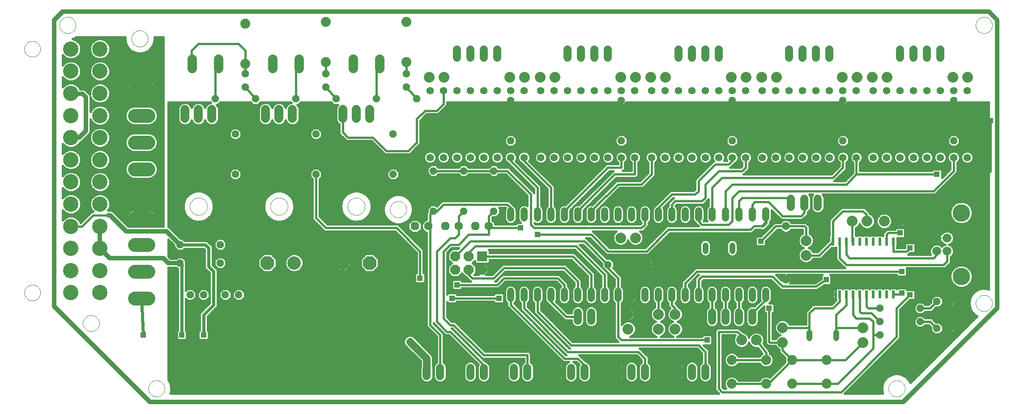
<source format=gtl>
G75*
G70*
%OFA0B0*%
%FSLAX24Y24*%
%IPPOS*%
%LPD*%
%AMOC8*
5,1,8,0,0,1.08239X$1,22.5*
%
%ADD10C,0.0320*%
%ADD11R,0.0236X0.0591*%
%ADD12C,0.0440*%
%ADD13C,0.0800*%
%ADD14C,0.0660*%
%ADD15C,0.1300*%
%ADD16OC8,0.0520*%
%ADD17C,0.0740*%
%ADD18C,0.0520*%
%ADD19C,0.0554*%
%ADD20C,0.0594*%
%ADD21OC8,0.0630*%
%ADD22C,0.0630*%
%ADD23C,0.0591*%
%ADD24R,0.0740X0.0740*%
%ADD25OC8,0.0740*%
%ADD26C,0.0660*%
%ADD27C,0.0000*%
%ADD28C,0.0705*%
%ADD29C,0.1024*%
%ADD30C,0.1000*%
%ADD31OC8,0.1000*%
%ADD32C,0.1142*%
%ADD33C,0.0600*%
%ADD34C,0.0160*%
%ADD35R,0.0396X0.0396*%
%ADD36C,0.0560*%
%ADD37C,0.0240*%
D10*
X005425Y007431D02*
X012550Y000306D01*
X068675Y000306D01*
X075675Y007306D01*
X075675Y028806D01*
X075050Y029431D01*
X006050Y029431D01*
X005425Y028806D01*
X005425Y007431D01*
X013550Y011056D02*
X013925Y010681D01*
X014800Y010681D01*
X013550Y011056D02*
X009552Y011056D01*
X008839Y011769D01*
X008839Y013422D01*
X009445Y014259D02*
X009598Y014259D01*
X010800Y013056D01*
X013800Y013056D01*
X014800Y012056D01*
X007280Y020036D02*
X006674Y020036D01*
X007280Y020036D02*
X007800Y020556D01*
X007800Y023056D01*
X007550Y023306D01*
X006711Y023306D01*
X006674Y023344D01*
D11*
X063425Y012275D03*
X063925Y012275D03*
X064425Y012275D03*
X064925Y012275D03*
X065425Y012275D03*
X065925Y012275D03*
X066425Y012275D03*
X066925Y012275D03*
X067425Y012275D03*
X067925Y012275D03*
X067925Y008338D03*
X067425Y008338D03*
X066925Y008338D03*
X066425Y008338D03*
X065925Y008338D03*
X065425Y008338D03*
X064925Y008338D03*
X064425Y008338D03*
X063925Y008338D03*
X063425Y008338D03*
D12*
X063675Y005526D02*
X063675Y005086D01*
X061675Y005086D02*
X061675Y005526D01*
X055925Y011586D02*
X055925Y012026D01*
X053925Y012026D02*
X053925Y011586D01*
D13*
X048725Y012556D03*
X047625Y012556D03*
X061425Y012356D03*
X061425Y011256D03*
X064875Y013806D03*
X065975Y013806D03*
X067250Y013806D03*
X068350Y013806D03*
X051675Y006856D03*
X050425Y006856D03*
X048175Y006856D03*
X048175Y005756D03*
X050425Y005756D03*
X051675Y005756D03*
X056625Y004931D03*
X057725Y004931D03*
X059675Y004756D03*
X059675Y005856D03*
X065675Y005856D03*
X065675Y004756D03*
X065225Y024556D03*
X064125Y024556D03*
X066375Y024556D03*
X067475Y024556D03*
X072375Y024556D03*
X073475Y024556D03*
X059225Y024556D03*
X058125Y024556D03*
X056975Y024556D03*
X055875Y024556D03*
X050975Y024556D03*
X049875Y024556D03*
X048725Y024556D03*
X047625Y024556D03*
X042725Y024556D03*
X041625Y024556D03*
X040475Y024556D03*
X039375Y024556D03*
X034475Y024556D03*
X033375Y024556D03*
D14*
X071145Y012548D03*
X071925Y012548D03*
X071925Y011564D03*
X071145Y011564D03*
D15*
X072995Y009686D03*
X072995Y014426D03*
D16*
X072425Y019806D03*
X072425Y022806D03*
X064175Y022806D03*
X064175Y019806D03*
X055925Y019806D03*
X055925Y022806D03*
X047675Y022806D03*
X047675Y019806D03*
X039425Y019806D03*
X038175Y017556D03*
X035925Y017556D03*
X033675Y017556D03*
X030675Y017306D03*
X024925Y017306D03*
X018925Y017306D03*
X018925Y020306D03*
X024925Y020306D03*
X030675Y020306D03*
X029425Y022931D03*
X031675Y023806D03*
X031675Y024806D03*
X032425Y022931D03*
X026425Y022931D03*
X025675Y023806D03*
X025675Y024806D03*
X023425Y022931D03*
X020425Y022931D03*
X019675Y023806D03*
X019675Y024806D03*
X017425Y022931D03*
X033675Y014556D03*
X035925Y014556D03*
X038175Y014556D03*
X046675Y010556D03*
X049675Y010556D03*
X066925Y007306D03*
X066925Y006306D03*
X066925Y005306D03*
X069925Y005306D03*
X071175Y005806D03*
X072175Y005806D03*
X069925Y006306D03*
X069925Y007306D03*
X071175Y007806D03*
X072175Y007806D03*
X039425Y022806D03*
X017800Y012056D03*
X014800Y012056D03*
X014800Y010681D03*
X017800Y010681D03*
X018175Y008306D03*
X019175Y008306D03*
X016550Y008306D03*
X015550Y008306D03*
D17*
X055895Y003446D03*
X058455Y003446D03*
X060395Y003446D03*
X062955Y003446D03*
X062955Y001666D03*
X060395Y001666D03*
X058455Y001666D03*
X055895Y001666D03*
X019675Y025556D03*
X025675Y025681D03*
X031675Y025681D03*
X031675Y028681D03*
X025675Y028681D03*
X019675Y028556D03*
D18*
X039425Y014566D02*
X039425Y014046D01*
X040425Y014046D02*
X040425Y014566D01*
X041425Y014566D02*
X041425Y014046D01*
X042425Y014046D02*
X042425Y014566D01*
X043425Y014566D02*
X043425Y014046D01*
X044425Y014046D02*
X044425Y014566D01*
X045425Y014566D02*
X045425Y014046D01*
X046425Y014046D02*
X046425Y014566D01*
X047425Y014566D02*
X047425Y014046D01*
X048425Y014046D02*
X048425Y014566D01*
X049425Y014566D02*
X049425Y014046D01*
X050425Y014046D02*
X050425Y014566D01*
X051425Y014566D02*
X051425Y014046D01*
X052425Y014046D02*
X052425Y014566D01*
X053425Y014566D02*
X053425Y014046D01*
X054425Y014046D02*
X054425Y014566D01*
X055425Y014566D02*
X055425Y014046D01*
X056425Y014046D02*
X056425Y014566D01*
X057425Y014566D02*
X057425Y014046D01*
X058425Y014046D02*
X058425Y014566D01*
X058425Y008566D02*
X058425Y008046D01*
X057425Y008046D02*
X057425Y008566D01*
X056425Y008566D02*
X056425Y008046D01*
X055425Y008046D02*
X055425Y008566D01*
X054425Y008566D02*
X054425Y008046D01*
X053425Y008046D02*
X053425Y008566D01*
X052425Y008566D02*
X052425Y008046D01*
X051425Y008046D02*
X051425Y008566D01*
X050425Y008566D02*
X050425Y008046D01*
X049425Y008046D02*
X049425Y008566D01*
X048425Y008566D02*
X048425Y008046D01*
X047425Y008046D02*
X047425Y008566D01*
X046425Y008566D02*
X046425Y008046D01*
X045425Y008046D02*
X045425Y008566D01*
X044425Y008566D02*
X044425Y008046D01*
X043425Y008046D02*
X043425Y008566D01*
X042425Y008566D02*
X042425Y008046D01*
X041425Y008046D02*
X041425Y008566D01*
X040425Y008566D02*
X040425Y008046D01*
X039425Y008046D02*
X039425Y008566D01*
D19*
X039425Y018556D03*
X040425Y018556D03*
X041675Y018556D03*
X042675Y018556D03*
X043675Y018556D03*
X044675Y018556D03*
X045675Y018556D03*
X046675Y018556D03*
X047675Y018556D03*
X048675Y018556D03*
X049925Y018556D03*
X050925Y018556D03*
X051925Y018556D03*
X052925Y018556D03*
X053925Y018556D03*
X054925Y018556D03*
X055925Y018556D03*
X056925Y018556D03*
X058175Y018556D03*
X059175Y018556D03*
X060175Y018556D03*
X061175Y018556D03*
X062175Y018556D03*
X063175Y018556D03*
X064175Y018556D03*
X065175Y018556D03*
X066425Y018556D03*
X067425Y018556D03*
X068425Y018556D03*
X069425Y018556D03*
X070425Y018556D03*
X071425Y018556D03*
X072425Y018556D03*
X073425Y018556D03*
X073425Y023556D03*
X072425Y023556D03*
X071425Y023556D03*
X070425Y023556D03*
X069425Y023556D03*
X068425Y023556D03*
X067425Y023556D03*
X066425Y023556D03*
X065175Y023556D03*
X064175Y023556D03*
X063175Y023556D03*
X062175Y023556D03*
X061175Y023556D03*
X060175Y023556D03*
X059175Y023556D03*
X058175Y023556D03*
X056925Y023556D03*
X055925Y023556D03*
X054925Y023556D03*
X053925Y023556D03*
X052925Y023556D03*
X051925Y023556D03*
X050925Y023556D03*
X049925Y023556D03*
X048675Y023556D03*
X047675Y023556D03*
X046675Y023556D03*
X045675Y023556D03*
X044675Y023556D03*
X043675Y023556D03*
X042675Y023556D03*
X041675Y023556D03*
X040425Y023556D03*
X039425Y023556D03*
X038425Y023556D03*
X037425Y023556D03*
X036425Y023556D03*
X035425Y023556D03*
X034425Y023556D03*
X033425Y023556D03*
X033425Y018556D03*
X034425Y018556D03*
X035425Y018556D03*
X036425Y018556D03*
X037425Y018556D03*
X038425Y018556D03*
D20*
X038425Y026009D02*
X038425Y026603D01*
X037425Y026603D02*
X037425Y026009D01*
X036425Y026009D02*
X036425Y026603D01*
X035425Y026603D02*
X035425Y026009D01*
X043675Y026009D02*
X043675Y026603D01*
X044675Y026603D02*
X044675Y026009D01*
X045675Y026009D02*
X045675Y026603D01*
X046675Y026603D02*
X046675Y026009D01*
X051925Y026009D02*
X051925Y026603D01*
X052925Y026603D02*
X052925Y026009D01*
X053925Y026009D02*
X053925Y026603D01*
X054925Y026603D02*
X054925Y026009D01*
X060175Y026009D02*
X060175Y026603D01*
X061175Y026603D02*
X061175Y026009D01*
X062175Y026009D02*
X062175Y026603D01*
X063175Y026603D02*
X063175Y026009D01*
X068425Y026009D02*
X068425Y026603D01*
X069425Y026603D02*
X069425Y026009D01*
X070425Y026009D02*
X070425Y026603D01*
X071425Y026603D02*
X071425Y026009D01*
X053925Y002853D02*
X053925Y002259D01*
X052925Y002259D02*
X052925Y002853D01*
X051925Y002853D02*
X051925Y002259D01*
X049425Y002259D02*
X049425Y002853D01*
X048425Y002853D02*
X048425Y002259D01*
X047425Y002259D02*
X047425Y002853D01*
X044925Y002853D02*
X044925Y002259D01*
X043925Y002259D02*
X043925Y002853D01*
X042925Y002853D02*
X042925Y002259D01*
X040675Y002259D02*
X040675Y002853D01*
X039675Y002853D02*
X039675Y002259D01*
X037425Y002259D02*
X037425Y002853D01*
X036425Y002853D02*
X036425Y002259D01*
X034175Y002259D02*
X034175Y002853D01*
X033175Y002853D02*
X033175Y002259D01*
D21*
X032300Y013431D03*
X034550Y013431D03*
X036800Y013431D03*
D22*
X035550Y013431D03*
X033300Y013431D03*
X037800Y013431D03*
D23*
X059925Y013431D03*
X059925Y009431D03*
D24*
X037300Y011181D03*
D25*
X036300Y011181D03*
X035300Y011181D03*
X035300Y010181D03*
X036300Y010181D03*
X037300Y010181D03*
D26*
X028925Y021476D02*
X028925Y022136D01*
X027925Y022136D02*
X027925Y021476D01*
X026925Y021476D02*
X026925Y022136D01*
X023175Y022136D02*
X023175Y021476D01*
X022175Y021476D02*
X022175Y022136D01*
X021175Y022136D02*
X021175Y021476D01*
X017175Y021476D02*
X017175Y022136D01*
X016175Y022136D02*
X016175Y021476D01*
X015175Y021476D02*
X015175Y022136D01*
D27*
X003209Y026651D02*
X003211Y026699D01*
X003217Y026747D01*
X003227Y026794D01*
X003240Y026840D01*
X003258Y026885D01*
X003278Y026929D01*
X003303Y026971D01*
X003331Y027010D01*
X003361Y027047D01*
X003395Y027081D01*
X003432Y027113D01*
X003470Y027142D01*
X003511Y027167D01*
X003554Y027189D01*
X003599Y027207D01*
X003645Y027221D01*
X003692Y027232D01*
X003740Y027239D01*
X003788Y027242D01*
X003836Y027241D01*
X003884Y027236D01*
X003932Y027227D01*
X003978Y027215D01*
X004023Y027198D01*
X004067Y027178D01*
X004109Y027155D01*
X004149Y027128D01*
X004187Y027098D01*
X004222Y027065D01*
X004254Y027029D01*
X004284Y026991D01*
X004310Y026950D01*
X004332Y026907D01*
X004352Y026863D01*
X004367Y026818D01*
X004379Y026771D01*
X004387Y026723D01*
X004391Y026675D01*
X004391Y026627D01*
X004387Y026579D01*
X004379Y026531D01*
X004367Y026484D01*
X004352Y026439D01*
X004332Y026395D01*
X004310Y026352D01*
X004284Y026311D01*
X004254Y026273D01*
X004222Y026237D01*
X004187Y026204D01*
X004149Y026174D01*
X004109Y026147D01*
X004067Y026124D01*
X004023Y026104D01*
X003978Y026087D01*
X003932Y026075D01*
X003884Y026066D01*
X003836Y026061D01*
X003788Y026060D01*
X003740Y026063D01*
X003692Y026070D01*
X003645Y026081D01*
X003599Y026095D01*
X003554Y026113D01*
X003511Y026135D01*
X003470Y026160D01*
X003432Y026189D01*
X003395Y026221D01*
X003361Y026255D01*
X003331Y026292D01*
X003303Y026331D01*
X003278Y026373D01*
X003258Y026417D01*
X003240Y026462D01*
X003227Y026508D01*
X003217Y026555D01*
X003211Y026603D01*
X003209Y026651D01*
X005815Y028431D02*
X005817Y028480D01*
X005823Y028529D01*
X005833Y028577D01*
X005846Y028624D01*
X005864Y028670D01*
X005885Y028714D01*
X005909Y028757D01*
X005937Y028797D01*
X005968Y028836D01*
X006002Y028871D01*
X006039Y028904D01*
X006078Y028933D01*
X006120Y028959D01*
X006163Y028982D01*
X006209Y029001D01*
X006255Y029017D01*
X006303Y029029D01*
X006351Y029037D01*
X006400Y029041D01*
X006450Y029041D01*
X006499Y029037D01*
X006547Y029029D01*
X006595Y029017D01*
X006641Y029001D01*
X006687Y028982D01*
X006730Y028959D01*
X006772Y028933D01*
X006811Y028904D01*
X006848Y028871D01*
X006882Y028836D01*
X006913Y028797D01*
X006941Y028757D01*
X006965Y028714D01*
X006986Y028670D01*
X007004Y028624D01*
X007017Y028577D01*
X007027Y028529D01*
X007033Y028480D01*
X007035Y028431D01*
X007033Y028382D01*
X007027Y028333D01*
X007017Y028285D01*
X007004Y028238D01*
X006986Y028192D01*
X006965Y028148D01*
X006941Y028105D01*
X006913Y028065D01*
X006882Y028026D01*
X006848Y027991D01*
X006811Y027958D01*
X006772Y027929D01*
X006730Y027903D01*
X006687Y027880D01*
X006641Y027861D01*
X006595Y027845D01*
X006547Y027833D01*
X006499Y027825D01*
X006450Y027821D01*
X006400Y027821D01*
X006351Y027825D01*
X006303Y027833D01*
X006255Y027845D01*
X006209Y027861D01*
X006163Y027880D01*
X006120Y027903D01*
X006078Y027929D01*
X006039Y027958D01*
X006002Y027991D01*
X005968Y028026D01*
X005937Y028065D01*
X005909Y028105D01*
X005885Y028148D01*
X005864Y028192D01*
X005846Y028238D01*
X005833Y028285D01*
X005823Y028333D01*
X005817Y028382D01*
X005815Y028431D01*
X011190Y027431D02*
X011192Y027480D01*
X011198Y027529D01*
X011208Y027577D01*
X011221Y027624D01*
X011239Y027670D01*
X011260Y027714D01*
X011284Y027757D01*
X011312Y027797D01*
X011343Y027836D01*
X011377Y027871D01*
X011414Y027904D01*
X011453Y027933D01*
X011495Y027959D01*
X011538Y027982D01*
X011584Y028001D01*
X011630Y028017D01*
X011678Y028029D01*
X011726Y028037D01*
X011775Y028041D01*
X011825Y028041D01*
X011874Y028037D01*
X011922Y028029D01*
X011970Y028017D01*
X012016Y028001D01*
X012062Y027982D01*
X012105Y027959D01*
X012147Y027933D01*
X012186Y027904D01*
X012223Y027871D01*
X012257Y027836D01*
X012288Y027797D01*
X012316Y027757D01*
X012340Y027714D01*
X012361Y027670D01*
X012379Y027624D01*
X012392Y027577D01*
X012402Y027529D01*
X012408Y027480D01*
X012410Y027431D01*
X012408Y027382D01*
X012402Y027333D01*
X012392Y027285D01*
X012379Y027238D01*
X012361Y027192D01*
X012340Y027148D01*
X012316Y027105D01*
X012288Y027065D01*
X012257Y027026D01*
X012223Y026991D01*
X012186Y026958D01*
X012147Y026929D01*
X012105Y026903D01*
X012062Y026880D01*
X012016Y026861D01*
X011970Y026845D01*
X011922Y026833D01*
X011874Y026825D01*
X011825Y026821D01*
X011775Y026821D01*
X011726Y026825D01*
X011678Y026833D01*
X011630Y026845D01*
X011584Y026861D01*
X011538Y026880D01*
X011495Y026903D01*
X011453Y026929D01*
X011414Y026958D01*
X011377Y026991D01*
X011343Y027026D01*
X011312Y027065D01*
X011284Y027105D01*
X011260Y027148D01*
X011239Y027192D01*
X011221Y027238D01*
X011208Y027285D01*
X011198Y027333D01*
X011192Y027382D01*
X011190Y027431D01*
X015525Y014906D02*
X015527Y014956D01*
X015533Y015006D01*
X015543Y015056D01*
X015556Y015104D01*
X015573Y015152D01*
X015594Y015198D01*
X015618Y015242D01*
X015646Y015284D01*
X015677Y015324D01*
X015711Y015361D01*
X015748Y015396D01*
X015787Y015427D01*
X015828Y015456D01*
X015872Y015481D01*
X015918Y015503D01*
X015965Y015521D01*
X016013Y015535D01*
X016062Y015546D01*
X016112Y015553D01*
X016162Y015556D01*
X016213Y015555D01*
X016263Y015550D01*
X016313Y015541D01*
X016361Y015529D01*
X016409Y015512D01*
X016455Y015492D01*
X016500Y015469D01*
X016543Y015442D01*
X016583Y015412D01*
X016621Y015379D01*
X016656Y015343D01*
X016689Y015304D01*
X016718Y015263D01*
X016744Y015220D01*
X016767Y015175D01*
X016786Y015128D01*
X016801Y015080D01*
X016813Y015031D01*
X016821Y014981D01*
X016825Y014931D01*
X016825Y014881D01*
X016821Y014831D01*
X016813Y014781D01*
X016801Y014732D01*
X016786Y014684D01*
X016767Y014637D01*
X016744Y014592D01*
X016718Y014549D01*
X016689Y014508D01*
X016656Y014469D01*
X016621Y014433D01*
X016583Y014400D01*
X016543Y014370D01*
X016500Y014343D01*
X016455Y014320D01*
X016409Y014300D01*
X016361Y014283D01*
X016313Y014271D01*
X016263Y014262D01*
X016213Y014257D01*
X016162Y014256D01*
X016112Y014259D01*
X016062Y014266D01*
X016013Y014277D01*
X015965Y014291D01*
X015918Y014309D01*
X015872Y014331D01*
X015828Y014356D01*
X015787Y014385D01*
X015748Y014416D01*
X015711Y014451D01*
X015677Y014488D01*
X015646Y014528D01*
X015618Y014570D01*
X015594Y014614D01*
X015573Y014660D01*
X015556Y014708D01*
X015543Y014756D01*
X015533Y014806D01*
X015527Y014856D01*
X015525Y014906D01*
X021525Y014906D02*
X021527Y014956D01*
X021533Y015006D01*
X021543Y015056D01*
X021556Y015104D01*
X021573Y015152D01*
X021594Y015198D01*
X021618Y015242D01*
X021646Y015284D01*
X021677Y015324D01*
X021711Y015361D01*
X021748Y015396D01*
X021787Y015427D01*
X021828Y015456D01*
X021872Y015481D01*
X021918Y015503D01*
X021965Y015521D01*
X022013Y015535D01*
X022062Y015546D01*
X022112Y015553D01*
X022162Y015556D01*
X022213Y015555D01*
X022263Y015550D01*
X022313Y015541D01*
X022361Y015529D01*
X022409Y015512D01*
X022455Y015492D01*
X022500Y015469D01*
X022543Y015442D01*
X022583Y015412D01*
X022621Y015379D01*
X022656Y015343D01*
X022689Y015304D01*
X022718Y015263D01*
X022744Y015220D01*
X022767Y015175D01*
X022786Y015128D01*
X022801Y015080D01*
X022813Y015031D01*
X022821Y014981D01*
X022825Y014931D01*
X022825Y014881D01*
X022821Y014831D01*
X022813Y014781D01*
X022801Y014732D01*
X022786Y014684D01*
X022767Y014637D01*
X022744Y014592D01*
X022718Y014549D01*
X022689Y014508D01*
X022656Y014469D01*
X022621Y014433D01*
X022583Y014400D01*
X022543Y014370D01*
X022500Y014343D01*
X022455Y014320D01*
X022409Y014300D01*
X022361Y014283D01*
X022313Y014271D01*
X022263Y014262D01*
X022213Y014257D01*
X022162Y014256D01*
X022112Y014259D01*
X022062Y014266D01*
X022013Y014277D01*
X021965Y014291D01*
X021918Y014309D01*
X021872Y014331D01*
X021828Y014356D01*
X021787Y014385D01*
X021748Y014416D01*
X021711Y014451D01*
X021677Y014488D01*
X021646Y014528D01*
X021618Y014570D01*
X021594Y014614D01*
X021573Y014660D01*
X021556Y014708D01*
X021543Y014756D01*
X021533Y014806D01*
X021527Y014856D01*
X021525Y014906D01*
X027275Y014906D02*
X027277Y014956D01*
X027283Y015006D01*
X027293Y015056D01*
X027306Y015104D01*
X027323Y015152D01*
X027344Y015198D01*
X027368Y015242D01*
X027396Y015284D01*
X027427Y015324D01*
X027461Y015361D01*
X027498Y015396D01*
X027537Y015427D01*
X027578Y015456D01*
X027622Y015481D01*
X027668Y015503D01*
X027715Y015521D01*
X027763Y015535D01*
X027812Y015546D01*
X027862Y015553D01*
X027912Y015556D01*
X027963Y015555D01*
X028013Y015550D01*
X028063Y015541D01*
X028111Y015529D01*
X028159Y015512D01*
X028205Y015492D01*
X028250Y015469D01*
X028293Y015442D01*
X028333Y015412D01*
X028371Y015379D01*
X028406Y015343D01*
X028439Y015304D01*
X028468Y015263D01*
X028494Y015220D01*
X028517Y015175D01*
X028536Y015128D01*
X028551Y015080D01*
X028563Y015031D01*
X028571Y014981D01*
X028575Y014931D01*
X028575Y014881D01*
X028571Y014831D01*
X028563Y014781D01*
X028551Y014732D01*
X028536Y014684D01*
X028517Y014637D01*
X028494Y014592D01*
X028468Y014549D01*
X028439Y014508D01*
X028406Y014469D01*
X028371Y014433D01*
X028333Y014400D01*
X028293Y014370D01*
X028250Y014343D01*
X028205Y014320D01*
X028159Y014300D01*
X028111Y014283D01*
X028063Y014271D01*
X028013Y014262D01*
X027963Y014257D01*
X027912Y014256D01*
X027862Y014259D01*
X027812Y014266D01*
X027763Y014277D01*
X027715Y014291D01*
X027668Y014309D01*
X027622Y014331D01*
X027578Y014356D01*
X027537Y014385D01*
X027498Y014416D01*
X027461Y014451D01*
X027427Y014488D01*
X027396Y014528D01*
X027368Y014570D01*
X027344Y014614D01*
X027323Y014660D01*
X027306Y014708D01*
X027293Y014756D01*
X027283Y014806D01*
X027277Y014856D01*
X027275Y014906D01*
X030440Y014681D02*
X030442Y014730D01*
X030448Y014779D01*
X030458Y014827D01*
X030471Y014874D01*
X030489Y014920D01*
X030510Y014964D01*
X030534Y015007D01*
X030562Y015047D01*
X030593Y015086D01*
X030627Y015121D01*
X030664Y015154D01*
X030703Y015183D01*
X030745Y015209D01*
X030788Y015232D01*
X030834Y015251D01*
X030880Y015267D01*
X030928Y015279D01*
X030976Y015287D01*
X031025Y015291D01*
X031075Y015291D01*
X031124Y015287D01*
X031172Y015279D01*
X031220Y015267D01*
X031266Y015251D01*
X031312Y015232D01*
X031355Y015209D01*
X031397Y015183D01*
X031436Y015154D01*
X031473Y015121D01*
X031507Y015086D01*
X031538Y015047D01*
X031566Y015007D01*
X031590Y014964D01*
X031611Y014920D01*
X031629Y014874D01*
X031642Y014827D01*
X031652Y014779D01*
X031658Y014730D01*
X031660Y014681D01*
X031658Y014632D01*
X031652Y014583D01*
X031642Y014535D01*
X031629Y014488D01*
X031611Y014442D01*
X031590Y014398D01*
X031566Y014355D01*
X031538Y014315D01*
X031507Y014276D01*
X031473Y014241D01*
X031436Y014208D01*
X031397Y014179D01*
X031355Y014153D01*
X031312Y014130D01*
X031266Y014111D01*
X031220Y014095D01*
X031172Y014083D01*
X031124Y014075D01*
X031075Y014071D01*
X031025Y014071D01*
X030976Y014075D01*
X030928Y014083D01*
X030880Y014095D01*
X030834Y014111D01*
X030788Y014130D01*
X030745Y014153D01*
X030703Y014179D01*
X030664Y014208D01*
X030627Y014241D01*
X030593Y014276D01*
X030562Y014315D01*
X030534Y014355D01*
X030510Y014398D01*
X030489Y014442D01*
X030471Y014488D01*
X030458Y014535D01*
X030448Y014583D01*
X030442Y014632D01*
X030440Y014681D01*
X007565Y006181D02*
X007567Y006230D01*
X007573Y006279D01*
X007583Y006327D01*
X007596Y006374D01*
X007614Y006420D01*
X007635Y006464D01*
X007659Y006507D01*
X007687Y006547D01*
X007718Y006586D01*
X007752Y006621D01*
X007789Y006654D01*
X007828Y006683D01*
X007870Y006709D01*
X007913Y006732D01*
X007959Y006751D01*
X008005Y006767D01*
X008053Y006779D01*
X008101Y006787D01*
X008150Y006791D01*
X008200Y006791D01*
X008249Y006787D01*
X008297Y006779D01*
X008345Y006767D01*
X008391Y006751D01*
X008437Y006732D01*
X008480Y006709D01*
X008522Y006683D01*
X008561Y006654D01*
X008598Y006621D01*
X008632Y006586D01*
X008663Y006547D01*
X008691Y006507D01*
X008715Y006464D01*
X008736Y006420D01*
X008754Y006374D01*
X008767Y006327D01*
X008777Y006279D01*
X008783Y006230D01*
X008785Y006181D01*
X008783Y006132D01*
X008777Y006083D01*
X008767Y006035D01*
X008754Y005988D01*
X008736Y005942D01*
X008715Y005898D01*
X008691Y005855D01*
X008663Y005815D01*
X008632Y005776D01*
X008598Y005741D01*
X008561Y005708D01*
X008522Y005679D01*
X008480Y005653D01*
X008437Y005630D01*
X008391Y005611D01*
X008345Y005595D01*
X008297Y005583D01*
X008249Y005575D01*
X008200Y005571D01*
X008150Y005571D01*
X008101Y005575D01*
X008053Y005583D01*
X008005Y005595D01*
X007959Y005611D01*
X007913Y005630D01*
X007870Y005653D01*
X007828Y005679D01*
X007789Y005708D01*
X007752Y005741D01*
X007718Y005776D01*
X007687Y005815D01*
X007659Y005855D01*
X007635Y005898D01*
X007614Y005942D01*
X007596Y005988D01*
X007583Y006035D01*
X007573Y006083D01*
X007567Y006132D01*
X007565Y006181D01*
X003209Y008462D02*
X003211Y008510D01*
X003217Y008558D01*
X003227Y008605D01*
X003240Y008651D01*
X003258Y008696D01*
X003278Y008740D01*
X003303Y008782D01*
X003331Y008821D01*
X003361Y008858D01*
X003395Y008892D01*
X003432Y008924D01*
X003470Y008953D01*
X003511Y008978D01*
X003554Y009000D01*
X003599Y009018D01*
X003645Y009032D01*
X003692Y009043D01*
X003740Y009050D01*
X003788Y009053D01*
X003836Y009052D01*
X003884Y009047D01*
X003932Y009038D01*
X003978Y009026D01*
X004023Y009009D01*
X004067Y008989D01*
X004109Y008966D01*
X004149Y008939D01*
X004187Y008909D01*
X004222Y008876D01*
X004254Y008840D01*
X004284Y008802D01*
X004310Y008761D01*
X004332Y008718D01*
X004352Y008674D01*
X004367Y008629D01*
X004379Y008582D01*
X004387Y008534D01*
X004391Y008486D01*
X004391Y008438D01*
X004387Y008390D01*
X004379Y008342D01*
X004367Y008295D01*
X004352Y008250D01*
X004332Y008206D01*
X004310Y008163D01*
X004284Y008122D01*
X004254Y008084D01*
X004222Y008048D01*
X004187Y008015D01*
X004149Y007985D01*
X004109Y007958D01*
X004067Y007935D01*
X004023Y007915D01*
X003978Y007898D01*
X003932Y007886D01*
X003884Y007877D01*
X003836Y007872D01*
X003788Y007871D01*
X003740Y007874D01*
X003692Y007881D01*
X003645Y007892D01*
X003599Y007906D01*
X003554Y007924D01*
X003511Y007946D01*
X003470Y007971D01*
X003432Y008000D01*
X003395Y008032D01*
X003361Y008066D01*
X003331Y008103D01*
X003303Y008142D01*
X003278Y008184D01*
X003258Y008228D01*
X003240Y008273D01*
X003227Y008319D01*
X003217Y008366D01*
X003211Y008414D01*
X003209Y008462D01*
X012440Y001306D02*
X012442Y001355D01*
X012448Y001404D01*
X012458Y001452D01*
X012471Y001499D01*
X012489Y001545D01*
X012510Y001589D01*
X012534Y001632D01*
X012562Y001672D01*
X012593Y001711D01*
X012627Y001746D01*
X012664Y001779D01*
X012703Y001808D01*
X012745Y001834D01*
X012788Y001857D01*
X012834Y001876D01*
X012880Y001892D01*
X012928Y001904D01*
X012976Y001912D01*
X013025Y001916D01*
X013075Y001916D01*
X013124Y001912D01*
X013172Y001904D01*
X013220Y001892D01*
X013266Y001876D01*
X013312Y001857D01*
X013355Y001834D01*
X013397Y001808D01*
X013436Y001779D01*
X013473Y001746D01*
X013507Y001711D01*
X013538Y001672D01*
X013566Y001632D01*
X013590Y001589D01*
X013611Y001545D01*
X013629Y001499D01*
X013642Y001452D01*
X013652Y001404D01*
X013658Y001355D01*
X013660Y001306D01*
X013658Y001257D01*
X013652Y001208D01*
X013642Y001160D01*
X013629Y001113D01*
X013611Y001067D01*
X013590Y001023D01*
X013566Y000980D01*
X013538Y000940D01*
X013507Y000901D01*
X013473Y000866D01*
X013436Y000833D01*
X013397Y000804D01*
X013355Y000778D01*
X013312Y000755D01*
X013266Y000736D01*
X013220Y000720D01*
X013172Y000708D01*
X013124Y000700D01*
X013075Y000696D01*
X013025Y000696D01*
X012976Y000700D01*
X012928Y000708D01*
X012880Y000720D01*
X012834Y000736D01*
X012788Y000755D01*
X012745Y000778D01*
X012703Y000804D01*
X012664Y000833D01*
X012627Y000866D01*
X012593Y000901D01*
X012562Y000940D01*
X012534Y000980D01*
X012510Y001023D01*
X012489Y001067D01*
X012471Y001113D01*
X012458Y001160D01*
X012448Y001208D01*
X012442Y001257D01*
X012440Y001306D01*
X067565Y001306D02*
X067567Y001355D01*
X067573Y001404D01*
X067583Y001452D01*
X067596Y001499D01*
X067614Y001545D01*
X067635Y001589D01*
X067659Y001632D01*
X067687Y001672D01*
X067718Y001711D01*
X067752Y001746D01*
X067789Y001779D01*
X067828Y001808D01*
X067870Y001834D01*
X067913Y001857D01*
X067959Y001876D01*
X068005Y001892D01*
X068053Y001904D01*
X068101Y001912D01*
X068150Y001916D01*
X068200Y001916D01*
X068249Y001912D01*
X068297Y001904D01*
X068345Y001892D01*
X068391Y001876D01*
X068437Y001857D01*
X068480Y001834D01*
X068522Y001808D01*
X068561Y001779D01*
X068598Y001746D01*
X068632Y001711D01*
X068663Y001672D01*
X068691Y001632D01*
X068715Y001589D01*
X068736Y001545D01*
X068754Y001499D01*
X068767Y001452D01*
X068777Y001404D01*
X068783Y001355D01*
X068785Y001306D01*
X068783Y001257D01*
X068777Y001208D01*
X068767Y001160D01*
X068754Y001113D01*
X068736Y001067D01*
X068715Y001023D01*
X068691Y000980D01*
X068663Y000940D01*
X068632Y000901D01*
X068598Y000866D01*
X068561Y000833D01*
X068522Y000804D01*
X068480Y000778D01*
X068437Y000755D01*
X068391Y000736D01*
X068345Y000720D01*
X068297Y000708D01*
X068249Y000700D01*
X068200Y000696D01*
X068150Y000696D01*
X068101Y000700D01*
X068053Y000708D01*
X068005Y000720D01*
X067959Y000736D01*
X067913Y000755D01*
X067870Y000778D01*
X067828Y000804D01*
X067789Y000833D01*
X067752Y000866D01*
X067718Y000901D01*
X067687Y000940D01*
X067659Y000980D01*
X067635Y001023D01*
X067614Y001067D01*
X067596Y001113D01*
X067583Y001160D01*
X067573Y001208D01*
X067567Y001257D01*
X067565Y001306D01*
X074065Y007681D02*
X074067Y007730D01*
X074073Y007779D01*
X074083Y007827D01*
X074096Y007874D01*
X074114Y007920D01*
X074135Y007964D01*
X074159Y008007D01*
X074187Y008047D01*
X074218Y008086D01*
X074252Y008121D01*
X074289Y008154D01*
X074328Y008183D01*
X074370Y008209D01*
X074413Y008232D01*
X074459Y008251D01*
X074505Y008267D01*
X074553Y008279D01*
X074601Y008287D01*
X074650Y008291D01*
X074700Y008291D01*
X074749Y008287D01*
X074797Y008279D01*
X074845Y008267D01*
X074891Y008251D01*
X074937Y008232D01*
X074980Y008209D01*
X075022Y008183D01*
X075061Y008154D01*
X075098Y008121D01*
X075132Y008086D01*
X075163Y008047D01*
X075191Y008007D01*
X075215Y007964D01*
X075236Y007920D01*
X075254Y007874D01*
X075267Y007827D01*
X075277Y007779D01*
X075283Y007730D01*
X075285Y007681D01*
X075283Y007632D01*
X075277Y007583D01*
X075267Y007535D01*
X075254Y007488D01*
X075236Y007442D01*
X075215Y007398D01*
X075191Y007355D01*
X075163Y007315D01*
X075132Y007276D01*
X075098Y007241D01*
X075061Y007208D01*
X075022Y007179D01*
X074980Y007153D01*
X074937Y007130D01*
X074891Y007111D01*
X074845Y007095D01*
X074797Y007083D01*
X074749Y007075D01*
X074700Y007071D01*
X074650Y007071D01*
X074601Y007075D01*
X074553Y007083D01*
X074505Y007095D01*
X074459Y007111D01*
X074413Y007130D01*
X074370Y007153D01*
X074328Y007179D01*
X074289Y007208D01*
X074252Y007241D01*
X074218Y007276D01*
X074187Y007315D01*
X074159Y007355D01*
X074135Y007398D01*
X074114Y007442D01*
X074096Y007488D01*
X074083Y007535D01*
X074073Y007583D01*
X074067Y007632D01*
X074065Y007681D01*
X074065Y028431D02*
X074067Y028480D01*
X074073Y028529D01*
X074083Y028577D01*
X074096Y028624D01*
X074114Y028670D01*
X074135Y028714D01*
X074159Y028757D01*
X074187Y028797D01*
X074218Y028836D01*
X074252Y028871D01*
X074289Y028904D01*
X074328Y028933D01*
X074370Y028959D01*
X074413Y028982D01*
X074459Y029001D01*
X074505Y029017D01*
X074553Y029029D01*
X074601Y029037D01*
X074650Y029041D01*
X074700Y029041D01*
X074749Y029037D01*
X074797Y029029D01*
X074845Y029017D01*
X074891Y029001D01*
X074937Y028982D01*
X074980Y028959D01*
X075022Y028933D01*
X075061Y028904D01*
X075098Y028871D01*
X075132Y028836D01*
X075163Y028797D01*
X075191Y028757D01*
X075215Y028714D01*
X075236Y028670D01*
X075254Y028624D01*
X075267Y028577D01*
X075277Y028529D01*
X075283Y028480D01*
X075285Y028431D01*
X075283Y028382D01*
X075277Y028333D01*
X075267Y028285D01*
X075254Y028238D01*
X075236Y028192D01*
X075215Y028148D01*
X075191Y028105D01*
X075163Y028065D01*
X075132Y028026D01*
X075098Y027991D01*
X075061Y027958D01*
X075022Y027929D01*
X074980Y027903D01*
X074937Y027880D01*
X074891Y027861D01*
X074845Y027845D01*
X074797Y027833D01*
X074749Y027825D01*
X074700Y027821D01*
X074650Y027821D01*
X074601Y027825D01*
X074553Y027833D01*
X074505Y027845D01*
X074459Y027861D01*
X074413Y027880D01*
X074370Y027903D01*
X074328Y027929D01*
X074289Y027958D01*
X074252Y027991D01*
X074218Y028026D01*
X074187Y028065D01*
X074159Y028105D01*
X074135Y028148D01*
X074114Y028192D01*
X074096Y028238D01*
X074083Y028285D01*
X074073Y028333D01*
X074067Y028382D01*
X074065Y028431D01*
D28*
X029659Y025909D02*
X029659Y025204D01*
X027691Y025204D02*
X027691Y025909D01*
X023659Y025909D02*
X023659Y025204D01*
X021691Y025204D02*
X021691Y025909D01*
X017659Y025909D02*
X017659Y025204D01*
X015691Y025204D02*
X015691Y025909D01*
D29*
X012437Y023681D02*
X011413Y023681D01*
X011413Y021681D02*
X012437Y021681D01*
X012437Y019681D02*
X011413Y019681D01*
X011413Y017681D02*
X012437Y017681D01*
X012437Y014056D02*
X011413Y014056D01*
X011413Y012056D02*
X012437Y012056D01*
X012437Y010056D02*
X011413Y010056D01*
X011413Y008056D02*
X012437Y008056D01*
D30*
X023300Y010681D03*
X026925Y010681D03*
D31*
X028925Y010681D03*
X021300Y010681D03*
D32*
X008839Y010115D03*
X006674Y010115D03*
X006674Y011769D03*
X008839Y011769D03*
X008839Y013422D03*
X006674Y013422D03*
X006674Y015076D03*
X008839Y015076D03*
X008839Y016729D03*
X006674Y016729D03*
X006674Y018383D03*
X008839Y018383D03*
X008839Y020036D03*
X006674Y020036D03*
X006674Y021690D03*
X008839Y021690D03*
X008839Y023344D03*
X006674Y023344D03*
X006674Y024997D03*
X008839Y024997D03*
X008839Y026651D03*
X006674Y026651D03*
X006674Y008462D03*
X008839Y008462D03*
D33*
X044425Y006981D02*
X044425Y006381D01*
X045425Y006381D02*
X045425Y006981D01*
X054425Y006981D02*
X054425Y006381D01*
X055425Y006381D02*
X055425Y006981D01*
X056425Y006981D02*
X056425Y006381D01*
X057425Y006381D02*
X057425Y006981D01*
X060300Y014881D02*
X060300Y015481D01*
X061300Y015481D02*
X061300Y014881D01*
X062300Y014881D02*
X062300Y015481D01*
D34*
X062780Y015493D02*
X075035Y015493D01*
X075035Y015651D02*
X062749Y015651D01*
X062780Y015577D02*
X062707Y015753D01*
X062664Y015796D01*
X070977Y015796D01*
X071072Y015836D01*
X072572Y017336D01*
X072645Y017409D01*
X072685Y017504D01*
X072685Y018170D01*
X072813Y018297D01*
X072882Y018465D01*
X072882Y018647D01*
X072813Y018815D01*
X072684Y018944D01*
X072516Y019013D01*
X072334Y019013D01*
X072166Y018944D01*
X072037Y018815D01*
X071968Y018647D01*
X071968Y018465D01*
X072037Y018297D01*
X072165Y018170D01*
X072165Y017664D01*
X071553Y017052D01*
X071553Y017579D01*
X071448Y017684D01*
X070902Y017684D01*
X070797Y017579D01*
X070797Y017566D01*
X065435Y017566D01*
X065435Y018170D01*
X065563Y018297D01*
X065632Y018465D01*
X065632Y018647D01*
X065563Y018815D01*
X065434Y018944D01*
X065266Y019013D01*
X065084Y019013D01*
X064916Y018944D01*
X064787Y018815D01*
X064718Y018647D01*
X064718Y018465D01*
X064787Y018297D01*
X064915Y018170D01*
X064915Y017414D01*
X064317Y016816D01*
X063525Y016816D01*
X063572Y016836D01*
X064322Y017586D01*
X064395Y017659D01*
X064435Y017754D01*
X064435Y018170D01*
X064563Y018297D01*
X064632Y018465D01*
X064632Y018647D01*
X064563Y018815D01*
X064434Y018944D01*
X064266Y019013D01*
X064084Y019013D01*
X063916Y018944D01*
X063787Y018815D01*
X063718Y018647D01*
X063718Y018465D01*
X063787Y018297D01*
X063915Y018170D01*
X063915Y017914D01*
X063317Y017316D01*
X056775Y017316D01*
X056822Y017336D01*
X057072Y017586D01*
X057145Y017659D01*
X057185Y017754D01*
X057185Y018170D01*
X057313Y018297D01*
X057382Y018465D01*
X057382Y018647D01*
X057313Y018815D01*
X057184Y018944D01*
X057016Y019013D01*
X056834Y019013D01*
X056666Y018944D01*
X056537Y018815D01*
X056468Y018647D01*
X056468Y018465D01*
X056537Y018297D01*
X056665Y018170D01*
X056665Y017914D01*
X056567Y017816D01*
X055775Y017816D01*
X055822Y017836D01*
X056072Y018086D01*
X056135Y018148D01*
X056184Y018169D01*
X056313Y018297D01*
X056382Y018465D01*
X056382Y018647D01*
X056313Y018815D01*
X056184Y018944D01*
X056016Y019013D01*
X055834Y019013D01*
X055666Y018944D01*
X055537Y018815D01*
X055468Y018647D01*
X055468Y018465D01*
X055530Y018316D01*
X055320Y018316D01*
X055382Y018465D01*
X055382Y018647D01*
X055313Y018815D01*
X055184Y018944D01*
X055016Y019013D01*
X054834Y019013D01*
X054666Y018944D01*
X054537Y018815D01*
X054468Y018647D01*
X054468Y018465D01*
X054537Y018297D01*
X054549Y018285D01*
X054528Y018277D01*
X054455Y018203D01*
X053205Y016953D01*
X053165Y016858D01*
X053165Y016164D01*
X053067Y016066D01*
X051373Y016066D01*
X051278Y016027D01*
X051205Y015953D01*
X050205Y014953D01*
X050203Y014951D01*
X050176Y014939D01*
X050052Y014815D01*
X049985Y014654D01*
X049985Y013959D01*
X050052Y013797D01*
X050176Y013673D01*
X050337Y013606D01*
X050513Y013606D01*
X050674Y013673D01*
X050798Y013797D01*
X050865Y013959D01*
X050865Y014654D01*
X050799Y014813D01*
X051533Y015546D01*
X051575Y015546D01*
X051528Y015527D01*
X051455Y015453D01*
X051205Y015203D01*
X051165Y015108D01*
X051165Y014928D01*
X051052Y014815D01*
X050985Y014654D01*
X050985Y013959D01*
X051052Y013797D01*
X051176Y013673D01*
X051337Y013606D01*
X051513Y013606D01*
X051674Y013673D01*
X051798Y013797D01*
X051865Y013959D01*
X051865Y014654D01*
X051798Y014815D01*
X051685Y014928D01*
X051685Y014948D01*
X051783Y015046D01*
X053727Y015046D01*
X053822Y015086D01*
X054072Y015336D01*
X054145Y015409D01*
X054165Y015456D01*
X054165Y014928D01*
X054052Y014815D01*
X053985Y014654D01*
X053985Y013959D01*
X054044Y013816D01*
X053806Y013816D01*
X053865Y013959D01*
X053865Y014654D01*
X053798Y014815D01*
X053674Y014939D01*
X053513Y015006D01*
X053337Y015006D01*
X053176Y014939D01*
X053052Y014815D01*
X052985Y014654D01*
X052985Y013959D01*
X053052Y013797D01*
X053176Y013673D01*
X053203Y013662D01*
X053205Y013659D01*
X053422Y013441D01*
X051123Y013441D01*
X051028Y013402D01*
X049442Y011816D01*
X046783Y011816D01*
X045645Y012953D01*
X045572Y013027D01*
X045525Y013046D01*
X047295Y013046D01*
X047133Y012885D01*
X047045Y012671D01*
X047045Y012441D01*
X047133Y012228D01*
X047296Y012064D01*
X047510Y011976D01*
X047740Y011976D01*
X047954Y012064D01*
X048117Y012228D01*
X048175Y012368D01*
X048233Y012228D01*
X048396Y012064D01*
X048610Y011976D01*
X048840Y011976D01*
X049054Y012064D01*
X049217Y012228D01*
X049305Y012441D01*
X049305Y012671D01*
X049217Y012885D01*
X049055Y013046D01*
X049227Y013046D01*
X049322Y013086D01*
X049572Y013336D01*
X049645Y013409D01*
X049685Y013504D01*
X049685Y013684D01*
X049798Y013797D01*
X049865Y013959D01*
X049865Y014654D01*
X049798Y014815D01*
X049674Y014939D01*
X049513Y015006D01*
X049337Y015006D01*
X049176Y014939D01*
X049052Y014815D01*
X048985Y014654D01*
X048985Y013959D01*
X049052Y013797D01*
X049165Y013684D01*
X049165Y013664D01*
X049067Y013566D01*
X041283Y013566D01*
X041185Y013664D01*
X041185Y013669D01*
X041337Y013606D01*
X041513Y013606D01*
X041674Y013673D01*
X041798Y013797D01*
X041865Y013959D01*
X041865Y014654D01*
X041798Y014815D01*
X041685Y014928D01*
X041685Y016358D01*
X041645Y016453D01*
X039807Y018292D01*
X039813Y018297D01*
X039882Y018465D01*
X039882Y018647D01*
X039813Y018815D01*
X039684Y018944D01*
X039516Y019013D01*
X039334Y019013D01*
X039166Y018944D01*
X039037Y018815D01*
X038968Y018647D01*
X038968Y018465D01*
X039037Y018297D01*
X039166Y018169D01*
X039215Y018148D01*
X039278Y018086D01*
X041165Y016198D01*
X041165Y015906D01*
X041145Y015953D01*
X041072Y016027D01*
X039322Y017777D01*
X039227Y017816D01*
X038537Y017816D01*
X038357Y017996D01*
X037993Y017996D01*
X037813Y017816D01*
X036287Y017816D01*
X036107Y017996D01*
X035743Y017996D01*
X035563Y017816D01*
X034037Y017816D01*
X033857Y017996D01*
X033493Y017996D01*
X033235Y017738D01*
X033235Y017374D01*
X033493Y017116D01*
X033857Y017116D01*
X034037Y017296D01*
X035563Y017296D01*
X035743Y017116D01*
X036107Y017116D01*
X036287Y017296D01*
X037813Y017296D01*
X037993Y017116D01*
X038357Y017116D01*
X038537Y017296D01*
X039067Y017296D01*
X040665Y015698D01*
X040665Y014943D01*
X040513Y015006D01*
X040337Y015006D01*
X040176Y014939D01*
X040052Y014815D01*
X039985Y014654D01*
X039985Y013959D01*
X040052Y013797D01*
X040165Y013684D01*
X039902Y013684D01*
X039797Y013579D01*
X039797Y013566D01*
X038280Y013566D01*
X038220Y013711D01*
X038080Y013851D01*
X038060Y013859D01*
X038060Y014073D01*
X038103Y014116D01*
X038357Y014116D01*
X038615Y014374D01*
X038615Y014738D01*
X038557Y014796D01*
X039044Y014796D01*
X038985Y014654D01*
X038985Y013959D01*
X039052Y013797D01*
X039176Y013673D01*
X039337Y013606D01*
X039513Y013606D01*
X039674Y013673D01*
X039798Y013797D01*
X039865Y013959D01*
X039865Y014654D01*
X039798Y014815D01*
X039674Y014939D01*
X039647Y014951D01*
X039645Y014953D01*
X039572Y015027D01*
X039322Y015277D01*
X039227Y015316D01*
X034373Y015316D01*
X034278Y015277D01*
X034205Y015203D01*
X033927Y014926D01*
X033857Y014996D01*
X033493Y014996D01*
X033235Y014738D01*
X033235Y014484D01*
X033205Y014453D01*
X033165Y014358D01*
X033165Y013911D01*
X033020Y013851D01*
X032880Y013711D01*
X032805Y013530D01*
X032805Y013333D01*
X032880Y013151D01*
X033020Y013011D01*
X033165Y012951D01*
X033165Y006004D01*
X033205Y005909D01*
X033278Y005836D01*
X033915Y005198D01*
X033915Y003261D01*
X033905Y003257D01*
X033771Y003123D01*
X033698Y002948D01*
X033698Y002164D01*
X033771Y001989D01*
X033905Y001855D01*
X034080Y001782D01*
X034270Y001782D01*
X034445Y001855D01*
X034579Y001989D01*
X034652Y002164D01*
X034652Y002948D01*
X034579Y003123D01*
X034445Y003257D01*
X034435Y003261D01*
X034435Y005358D01*
X034395Y005453D01*
X033685Y006164D01*
X033685Y006206D01*
X033705Y006159D01*
X033778Y006086D01*
X034528Y005336D01*
X034623Y005296D01*
X034817Y005296D01*
X037012Y003102D01*
X036948Y002948D01*
X036948Y002164D01*
X037021Y001989D01*
X037155Y001855D01*
X037330Y001782D01*
X037520Y001782D01*
X037695Y001855D01*
X037829Y001989D01*
X037902Y002164D01*
X037902Y002948D01*
X037829Y003123D01*
X037695Y003257D01*
X037520Y003330D01*
X037519Y003330D01*
X035145Y005703D01*
X035072Y005777D01*
X035025Y005796D01*
X035067Y005796D01*
X037278Y003586D01*
X037373Y003546D01*
X040415Y003546D01*
X040415Y003261D01*
X040405Y003257D01*
X040271Y003123D01*
X040198Y002948D01*
X040198Y002164D01*
X040271Y001989D01*
X040405Y001855D01*
X040580Y001782D01*
X040770Y001782D01*
X040945Y001855D01*
X041079Y001989D01*
X041152Y002164D01*
X041152Y002948D01*
X041079Y003123D01*
X040945Y003257D01*
X040935Y003261D01*
X040935Y003858D01*
X040895Y003953D01*
X040822Y004027D01*
X040727Y004066D01*
X037533Y004066D01*
X035395Y006203D01*
X035322Y006277D01*
X035227Y006316D01*
X035033Y006316D01*
X034685Y006664D01*
X034685Y007770D01*
X034777Y007678D01*
X035323Y007678D01*
X035428Y007783D01*
X035428Y007796D01*
X038172Y007796D01*
X038172Y007783D01*
X038277Y007678D01*
X038823Y007678D01*
X038928Y007783D01*
X038928Y008329D01*
X038823Y008434D01*
X038277Y008434D01*
X038172Y008329D01*
X038172Y008316D01*
X035428Y008316D01*
X035428Y008329D01*
X035323Y008434D01*
X034777Y008434D01*
X034685Y008342D01*
X034685Y011448D01*
X035033Y011796D01*
X035547Y011796D01*
X035482Y011731D01*
X035072Y011731D01*
X034750Y011409D01*
X034750Y010953D01*
X035022Y010681D01*
X034750Y010409D01*
X034750Y009953D01*
X035072Y009631D01*
X035528Y009631D01*
X035800Y009903D01*
X036072Y009631D01*
X036107Y009631D01*
X036153Y009586D01*
X036403Y009336D01*
X036450Y009316D01*
X035803Y009316D01*
X035803Y009329D01*
X035698Y009434D01*
X035152Y009434D01*
X035047Y009329D01*
X035047Y008783D01*
X035152Y008678D01*
X035698Y008678D01*
X035803Y008783D01*
X035803Y008796D01*
X038477Y008796D01*
X038572Y008836D01*
X039033Y009296D01*
X042817Y009296D01*
X043165Y008948D01*
X043165Y008928D01*
X043052Y008815D01*
X042985Y008654D01*
X042985Y007959D01*
X043052Y007797D01*
X043176Y007673D01*
X043337Y007606D01*
X043513Y007606D01*
X043674Y007673D01*
X043798Y007797D01*
X043865Y007959D01*
X043865Y008654D01*
X043798Y008815D01*
X043685Y008928D01*
X043685Y009108D01*
X043645Y009203D01*
X043572Y009277D01*
X043072Y009777D01*
X042977Y009816D01*
X038873Y009816D01*
X038778Y009777D01*
X038705Y009703D01*
X038317Y009316D01*
X038275Y009316D01*
X038322Y009336D01*
X038395Y009409D01*
X039033Y010046D01*
X043317Y010046D01*
X044165Y009198D01*
X044165Y008928D01*
X044052Y008815D01*
X043985Y008654D01*
X043985Y007959D01*
X044052Y007797D01*
X044176Y007673D01*
X044337Y007606D01*
X044513Y007606D01*
X044674Y007673D01*
X044798Y007797D01*
X044865Y007959D01*
X044865Y008654D01*
X044798Y008815D01*
X044685Y008928D01*
X044685Y009358D01*
X044645Y009453D01*
X043645Y010453D01*
X043572Y010527D01*
X043477Y010566D01*
X038873Y010566D01*
X038778Y010527D01*
X038067Y009816D01*
X037571Y009816D01*
X037750Y009995D01*
X037750Y010161D01*
X037320Y010161D01*
X037320Y010201D01*
X037750Y010201D01*
X037750Y010367D01*
X037486Y010631D01*
X037320Y010631D01*
X037320Y010201D01*
X037280Y010201D01*
X037280Y010161D01*
X036850Y010161D01*
X036850Y009995D01*
X037029Y009816D01*
X036713Y009816D01*
X036850Y009953D01*
X036850Y010409D01*
X036578Y010681D01*
X036750Y010853D01*
X036750Y010737D01*
X036855Y010631D01*
X037745Y010631D01*
X037850Y010737D01*
X037850Y010921D01*
X043942Y010921D01*
X045165Y009698D01*
X045165Y008928D01*
X045052Y008815D01*
X044985Y008654D01*
X044985Y007959D01*
X045052Y007797D01*
X045176Y007673D01*
X045337Y007606D01*
X045513Y007606D01*
X045674Y007673D01*
X045798Y007797D01*
X045865Y007959D01*
X045865Y008654D01*
X045798Y008815D01*
X045685Y008928D01*
X045685Y009858D01*
X045645Y009953D01*
X044270Y011328D01*
X044197Y011402D01*
X044102Y011441D01*
X037850Y011441D01*
X037850Y011626D01*
X037805Y011671D01*
X044192Y011671D01*
X046165Y009698D01*
X046165Y008928D01*
X046052Y008815D01*
X045985Y008654D01*
X045985Y007959D01*
X046052Y007797D01*
X046176Y007673D01*
X046337Y007606D01*
X046513Y007606D01*
X046674Y007673D01*
X046798Y007797D01*
X046865Y007959D01*
X046865Y008654D01*
X046798Y008815D01*
X046685Y008928D01*
X046685Y009858D01*
X046645Y009953D01*
X046572Y010027D01*
X044553Y012046D01*
X044817Y012046D01*
X046235Y010628D01*
X046235Y010374D01*
X046493Y010116D01*
X046497Y010116D01*
X047165Y009448D01*
X047165Y008928D01*
X047052Y008815D01*
X046985Y008654D01*
X046985Y007959D01*
X047052Y007797D01*
X047165Y007684D01*
X047165Y005129D01*
X047205Y005034D01*
X047422Y004816D01*
X044033Y004816D01*
X041685Y007164D01*
X041685Y007684D01*
X041798Y007797D01*
X041865Y007959D01*
X041865Y008654D01*
X041798Y008815D01*
X041674Y008939D01*
X041513Y009006D01*
X041337Y009006D01*
X041176Y008939D01*
X041052Y008815D01*
X040985Y008654D01*
X040985Y007959D01*
X041052Y007797D01*
X041165Y007684D01*
X041165Y007004D01*
X041205Y006909D01*
X041278Y006836D01*
X043778Y004336D01*
X043825Y004316D01*
X043783Y004316D01*
X040685Y007414D01*
X040685Y007684D01*
X040798Y007797D01*
X040865Y007959D01*
X040865Y008654D01*
X040798Y008815D01*
X040674Y008939D01*
X040513Y009006D01*
X040337Y009006D01*
X040176Y008939D01*
X040052Y008815D01*
X039985Y008654D01*
X039985Y007959D01*
X040052Y007797D01*
X040165Y007684D01*
X040165Y007254D01*
X040205Y007159D01*
X040278Y007086D01*
X043528Y003836D01*
X043575Y003816D01*
X043533Y003816D01*
X039685Y007664D01*
X039685Y007684D01*
X039798Y007797D01*
X039865Y007959D01*
X039865Y008654D01*
X039798Y008815D01*
X039674Y008939D01*
X039513Y009006D01*
X039337Y009006D01*
X039176Y008939D01*
X039052Y008815D01*
X038985Y008654D01*
X038985Y007959D01*
X039052Y007797D01*
X039165Y007684D01*
X039165Y007504D01*
X039205Y007409D01*
X039278Y007336D01*
X043278Y003336D01*
X043373Y003296D01*
X043749Y003296D01*
X043655Y003257D01*
X043521Y003123D01*
X043448Y002948D01*
X043448Y002164D01*
X043521Y001989D01*
X043655Y001855D01*
X043830Y001782D01*
X044020Y001782D01*
X044195Y001855D01*
X044329Y001989D01*
X044402Y002164D01*
X044402Y002948D01*
X044329Y003123D01*
X044195Y003257D01*
X044101Y003296D01*
X044317Y003296D01*
X044512Y003102D01*
X044448Y002948D01*
X044448Y002164D01*
X044521Y001989D01*
X044655Y001855D01*
X044830Y001782D01*
X045020Y001782D01*
X045195Y001855D01*
X045329Y001989D01*
X045402Y002164D01*
X045402Y002948D01*
X045329Y003123D01*
X045195Y003257D01*
X045020Y003330D01*
X045019Y003330D01*
X044572Y003777D01*
X044525Y003796D01*
X048817Y003796D01*
X049165Y003448D01*
X049165Y003261D01*
X049155Y003257D01*
X049021Y003123D01*
X048948Y002948D01*
X048948Y002164D01*
X049021Y001989D01*
X049155Y001855D01*
X049330Y001782D01*
X049520Y001782D01*
X049695Y001855D01*
X049829Y001989D01*
X049902Y002164D01*
X049902Y002948D01*
X049829Y003123D01*
X049695Y003257D01*
X049685Y003261D01*
X049685Y003608D01*
X049645Y003703D01*
X049145Y004203D01*
X049072Y004277D01*
X049025Y004296D01*
X053317Y004296D01*
X053665Y003948D01*
X053665Y003261D01*
X053655Y003257D01*
X053521Y003123D01*
X053448Y002948D01*
X053448Y002164D01*
X053521Y001989D01*
X053655Y001855D01*
X053830Y001782D01*
X054020Y001782D01*
X054195Y001855D01*
X054329Y001989D01*
X054402Y002164D01*
X054402Y002948D01*
X054329Y003123D01*
X054195Y003257D01*
X054185Y003261D01*
X054185Y004108D01*
X054145Y004203D01*
X053796Y004553D01*
X054323Y004553D01*
X054428Y004658D01*
X054428Y005204D01*
X054323Y005309D01*
X053777Y005309D01*
X053672Y005204D01*
X053672Y005191D01*
X051827Y005191D01*
X052004Y005264D01*
X052167Y005428D01*
X052255Y005641D01*
X052255Y005871D01*
X052167Y006085D01*
X052004Y006248D01*
X051863Y006306D01*
X052004Y006364D01*
X052167Y006528D01*
X052255Y006741D01*
X052255Y006971D01*
X052167Y007185D01*
X052004Y007348D01*
X051926Y007380D01*
X051895Y007453D01*
X051685Y007664D01*
X051685Y007684D01*
X051798Y007797D01*
X051865Y007959D01*
X051865Y008654D01*
X051798Y008815D01*
X051674Y008939D01*
X051513Y009006D01*
X051337Y009006D01*
X051176Y008939D01*
X051052Y008815D01*
X050985Y008654D01*
X050985Y007959D01*
X051052Y007797D01*
X051165Y007684D01*
X051165Y007504D01*
X051205Y007409D01*
X051278Y007336D01*
X051306Y007307D01*
X051183Y007185D01*
X051095Y006971D01*
X051095Y006741D01*
X051183Y006528D01*
X051346Y006364D01*
X051487Y006306D01*
X051346Y006248D01*
X051183Y006085D01*
X051095Y005871D01*
X051095Y005641D01*
X051183Y005428D01*
X051346Y005264D01*
X051523Y005191D01*
X050577Y005191D01*
X050754Y005264D01*
X050917Y005428D01*
X051005Y005641D01*
X051005Y005871D01*
X050917Y006085D01*
X050754Y006248D01*
X050613Y006306D01*
X050754Y006364D01*
X050917Y006528D01*
X051005Y006741D01*
X051005Y006971D01*
X050917Y007185D01*
X050754Y007348D01*
X050685Y007376D01*
X050685Y007684D01*
X050798Y007797D01*
X050865Y007959D01*
X050865Y008654D01*
X050798Y008815D01*
X050674Y008939D01*
X050513Y009006D01*
X050337Y009006D01*
X050176Y008939D01*
X050052Y008815D01*
X049985Y008654D01*
X049985Y007959D01*
X050052Y007797D01*
X050165Y007684D01*
X050165Y007376D01*
X050096Y007348D01*
X049933Y007185D01*
X049845Y006971D01*
X049845Y006741D01*
X049933Y006528D01*
X050096Y006364D01*
X050237Y006306D01*
X050096Y006248D01*
X049933Y006085D01*
X049845Y005871D01*
X049845Y005641D01*
X049933Y005428D01*
X050096Y005264D01*
X050273Y005191D01*
X048327Y005191D01*
X048504Y005264D01*
X048667Y005428D01*
X048755Y005641D01*
X048755Y005871D01*
X048667Y006085D01*
X048504Y006248D01*
X048290Y006336D01*
X048060Y006336D01*
X047846Y006248D01*
X047685Y006086D01*
X047685Y007684D01*
X047798Y007797D01*
X047865Y007959D01*
X047865Y008654D01*
X047798Y008815D01*
X047685Y008928D01*
X047685Y009608D01*
X047645Y009703D01*
X047572Y009777D01*
X047045Y010304D01*
X047115Y010374D01*
X047115Y010738D01*
X046857Y010996D01*
X046603Y010996D01*
X045072Y012527D01*
X045025Y012546D01*
X045317Y012546D01*
X046528Y011336D01*
X046623Y011296D01*
X049602Y011296D01*
X049697Y011336D01*
X049770Y011409D01*
X051283Y012921D01*
X057352Y012921D01*
X057447Y012961D01*
X057520Y013034D01*
X057658Y013171D01*
X058019Y013171D01*
X058115Y013131D01*
X058235Y013131D01*
X058345Y013177D01*
X058679Y013511D01*
X058725Y013621D01*
X058725Y013724D01*
X058798Y013797D01*
X058865Y013959D01*
X058865Y014623D01*
X059205Y014284D01*
X059455Y014034D01*
X059528Y013961D01*
X059623Y013921D01*
X061102Y013921D01*
X061197Y013961D01*
X061447Y014211D01*
X061520Y014284D01*
X061560Y014379D01*
X061560Y014469D01*
X061572Y014474D01*
X061707Y014609D01*
X061780Y014786D01*
X061780Y015577D01*
X061707Y015753D01*
X061664Y015796D01*
X061936Y015796D01*
X061893Y015753D01*
X061820Y015577D01*
X061820Y014786D01*
X061893Y014609D01*
X062028Y014474D01*
X062205Y014401D01*
X062395Y014401D01*
X062572Y014474D01*
X062707Y014609D01*
X062780Y014786D01*
X062780Y015577D01*
X062780Y015334D02*
X075035Y015334D01*
X075035Y015176D02*
X073355Y015176D01*
X073465Y015130D02*
X073160Y015256D01*
X072830Y015256D01*
X072525Y015130D01*
X072291Y014896D01*
X072165Y014591D01*
X072165Y014261D01*
X072291Y013956D01*
X072525Y013722D01*
X072830Y013596D01*
X073160Y013596D01*
X073465Y013722D01*
X073699Y013956D01*
X073825Y014261D01*
X073825Y014591D01*
X073699Y014896D01*
X073465Y015130D01*
X073578Y015017D02*
X075035Y015017D01*
X075035Y014859D02*
X073714Y014859D01*
X073780Y014700D02*
X075035Y014700D01*
X075035Y014542D02*
X073825Y014542D01*
X073825Y014383D02*
X075035Y014383D01*
X075035Y014225D02*
X073810Y014225D01*
X073744Y014066D02*
X075035Y014066D01*
X075035Y013908D02*
X073650Y013908D01*
X073492Y013749D02*
X075035Y013749D01*
X075035Y013591D02*
X068779Y013591D01*
X068795Y013622D02*
X068818Y013694D01*
X068830Y013768D01*
X068830Y013786D01*
X068370Y013786D01*
X068370Y013326D01*
X068388Y013326D01*
X068462Y013338D01*
X068534Y013361D01*
X068602Y013396D01*
X068663Y013440D01*
X068716Y013493D01*
X068761Y013555D01*
X068795Y013622D01*
X068827Y013749D02*
X072498Y013749D01*
X072340Y013908D02*
X068820Y013908D01*
X068818Y013919D02*
X068795Y013990D01*
X068761Y014058D01*
X068716Y014119D01*
X068663Y014172D01*
X068602Y014217D01*
X068534Y014251D01*
X068462Y014274D01*
X068388Y014286D01*
X068370Y014286D01*
X068370Y013826D01*
X068830Y013826D01*
X068830Y013844D01*
X068818Y013919D01*
X068754Y014066D02*
X072246Y014066D01*
X072180Y014225D02*
X068586Y014225D01*
X068370Y014225D02*
X068330Y014225D01*
X068330Y014286D02*
X068330Y013826D01*
X068330Y013786D01*
X068370Y013786D01*
X068370Y013826D01*
X068330Y013826D01*
X067870Y013826D01*
X067870Y013844D01*
X067882Y013919D01*
X067905Y013990D01*
X067939Y014058D01*
X067984Y014119D01*
X068037Y014172D01*
X068098Y014217D01*
X068166Y014251D01*
X068238Y014274D01*
X068312Y014286D01*
X068330Y014286D01*
X068330Y014066D02*
X068370Y014066D01*
X068370Y013908D02*
X068330Y013908D01*
X068330Y013786D02*
X067870Y013786D01*
X067870Y013768D01*
X067882Y013694D01*
X067905Y013622D01*
X067939Y013555D01*
X067984Y013493D01*
X068037Y013440D01*
X068098Y013396D01*
X068166Y013361D01*
X068238Y013338D01*
X068312Y013326D01*
X068330Y013326D01*
X068330Y013786D01*
X068330Y013749D02*
X068370Y013749D01*
X068370Y013591D02*
X068330Y013591D01*
X068330Y013432D02*
X068370Y013432D01*
X068152Y013309D02*
X068047Y013204D01*
X068047Y013191D01*
X067498Y013191D01*
X067403Y013152D01*
X067278Y013027D01*
X067205Y012953D01*
X067165Y012858D01*
X067165Y012703D01*
X067118Y012750D01*
X066732Y012750D01*
X066675Y012693D01*
X066618Y012750D01*
X066232Y012750D01*
X066175Y012693D01*
X066118Y012750D01*
X065732Y012750D01*
X065675Y012693D01*
X065618Y012750D01*
X065232Y012750D01*
X065175Y012693D01*
X065135Y012733D01*
X065135Y013286D01*
X065204Y013314D01*
X065367Y013478D01*
X065425Y013618D01*
X065483Y013478D01*
X065646Y013314D01*
X065860Y013226D01*
X066090Y013226D01*
X066304Y013314D01*
X066467Y013478D01*
X066555Y013691D01*
X066555Y013921D01*
X066467Y014135D01*
X066304Y014298D01*
X066185Y014347D01*
X066185Y014358D01*
X066145Y014453D01*
X066072Y014527D01*
X065822Y014777D01*
X065727Y014816D01*
X064123Y014816D01*
X064028Y014777D01*
X063955Y014703D01*
X063205Y013953D01*
X063165Y013858D01*
X063165Y012683D01*
X063127Y012644D01*
X063127Y012344D01*
X062299Y011516D01*
X061945Y011516D01*
X061917Y011585D01*
X061754Y011748D01*
X061613Y011806D01*
X061754Y011864D01*
X061917Y012028D01*
X062005Y012241D01*
X062005Y012471D01*
X061917Y012685D01*
X061754Y012848D01*
X061685Y012876D01*
X061685Y013358D01*
X061645Y013453D01*
X061572Y013527D01*
X061447Y013652D01*
X061352Y013691D01*
X060332Y013691D01*
X060328Y013700D01*
X060194Y013834D01*
X060020Y013906D01*
X059830Y013906D01*
X059656Y013834D01*
X059522Y013700D01*
X059518Y013691D01*
X059123Y013691D01*
X059028Y013652D01*
X058653Y013277D01*
X058653Y013277D01*
X058060Y012684D01*
X057777Y012684D01*
X057672Y012579D01*
X057672Y012033D01*
X057777Y011928D01*
X058323Y011928D01*
X058428Y012033D01*
X058428Y012317D01*
X059020Y012909D01*
X059283Y013171D01*
X059518Y013171D01*
X059522Y013162D01*
X059656Y013028D01*
X059830Y012956D01*
X060020Y012956D01*
X060194Y013028D01*
X060328Y013162D01*
X060332Y013171D01*
X061165Y013171D01*
X061165Y012876D01*
X061096Y012848D01*
X060933Y012685D01*
X060845Y012471D01*
X060845Y012241D01*
X060933Y012028D01*
X061096Y011864D01*
X061237Y011806D01*
X061096Y011748D01*
X060933Y011585D01*
X060845Y011371D01*
X060845Y011141D01*
X060933Y010928D01*
X061096Y010764D01*
X061310Y010676D01*
X061540Y010676D01*
X061754Y010764D01*
X061917Y010928D01*
X061945Y010996D01*
X062458Y010996D01*
X062554Y011036D01*
X063317Y011799D01*
X063618Y011799D01*
X063665Y011847D01*
X063665Y011004D01*
X063705Y010909D01*
X064205Y010409D01*
X064278Y010336D01*
X064325Y010316D01*
X053248Y010316D01*
X053153Y010277D01*
X052278Y009402D01*
X052205Y009328D01*
X052165Y009233D01*
X052165Y008928D01*
X052052Y008815D01*
X051985Y008654D01*
X051985Y007959D01*
X052052Y007797D01*
X052176Y007673D01*
X052337Y007606D01*
X052513Y007606D01*
X052674Y007673D01*
X052798Y007797D01*
X052865Y007959D01*
X052865Y008654D01*
X052798Y008815D01*
X052685Y008928D01*
X052685Y009073D01*
X053408Y009796D01*
X053422Y009796D01*
X053205Y009578D01*
X053165Y009483D01*
X053165Y008928D01*
X053052Y008815D01*
X052985Y008654D01*
X052985Y007959D01*
X053052Y007797D01*
X053176Y007673D01*
X053337Y007606D01*
X053513Y007606D01*
X053674Y007673D01*
X053798Y007797D01*
X053865Y007959D01*
X053865Y008654D01*
X053798Y008815D01*
X053685Y008928D01*
X053685Y009323D01*
X053783Y009421D01*
X058817Y009421D01*
X059455Y008784D01*
X059528Y008711D01*
X059623Y008671D01*
X062149Y008671D01*
X062175Y008666D01*
X062200Y008671D01*
X062227Y008671D01*
X062251Y008681D01*
X062276Y008686D01*
X062298Y008701D01*
X062322Y008711D01*
X062341Y008729D01*
X062827Y009053D01*
X063198Y009053D01*
X063303Y009158D01*
X063303Y009704D01*
X063211Y009796D01*
X068172Y009796D01*
X068172Y009783D01*
X068277Y009678D01*
X068823Y009678D01*
X068928Y009783D01*
X068928Y010296D01*
X071727Y010296D01*
X071822Y010336D01*
X072072Y010586D01*
X072145Y010659D01*
X072185Y010754D01*
X072185Y011120D01*
X072214Y011132D01*
X072357Y011275D01*
X072435Y011463D01*
X072435Y011665D01*
X072357Y011853D01*
X072214Y011996D01*
X072070Y012056D01*
X072214Y012116D01*
X072357Y012259D01*
X072435Y012447D01*
X072435Y012650D01*
X072357Y012837D01*
X072214Y012981D01*
X072026Y013058D01*
X071824Y013058D01*
X071636Y012981D01*
X071493Y012837D01*
X071474Y012793D01*
X071458Y012815D01*
X071412Y012861D01*
X071360Y012899D01*
X071302Y012928D01*
X071241Y012948D01*
X071177Y012958D01*
X071155Y012958D01*
X071155Y012558D01*
X071415Y012558D01*
X071415Y012538D01*
X071155Y012538D01*
X071155Y012138D01*
X071177Y012138D01*
X071241Y012148D01*
X071302Y012168D01*
X071360Y012198D01*
X071412Y012235D01*
X071458Y012281D01*
X071474Y012304D01*
X071493Y012259D01*
X071636Y012116D01*
X071780Y012056D01*
X071636Y011996D01*
X071535Y011895D01*
X071434Y011996D01*
X071246Y012074D01*
X071044Y012074D01*
X070856Y011996D01*
X070713Y011853D01*
X070635Y011665D01*
X070635Y011463D01*
X070696Y011316D01*
X069025Y011316D01*
X069072Y011336D01*
X069165Y011428D01*
X069448Y011428D01*
X069553Y011533D01*
X069553Y012079D01*
X069448Y012184D01*
X068902Y012184D01*
X068797Y012079D01*
X068797Y011816D01*
X068185Y011816D01*
X068185Y011867D01*
X068223Y011905D01*
X068223Y012553D01*
X068698Y012553D01*
X068803Y012658D01*
X068803Y013204D01*
X068698Y013309D01*
X068152Y013309D01*
X068117Y013274D02*
X067480Y013274D01*
X067579Y013314D02*
X067742Y013478D01*
X067830Y013691D01*
X067830Y013921D01*
X067742Y014135D01*
X067579Y014298D01*
X067365Y014386D01*
X067135Y014386D01*
X066921Y014298D01*
X066758Y014135D01*
X066670Y013921D01*
X066670Y013691D01*
X066758Y013478D01*
X066921Y013314D01*
X067135Y013226D01*
X067365Y013226D01*
X067579Y013314D01*
X067696Y013432D02*
X068048Y013432D01*
X067921Y013591D02*
X067788Y013591D01*
X067830Y013749D02*
X067873Y013749D01*
X067880Y013908D02*
X067830Y013908D01*
X067770Y014066D02*
X067946Y014066D01*
X068114Y014225D02*
X067652Y014225D01*
X067373Y014383D02*
X072165Y014383D01*
X072165Y014542D02*
X066057Y014542D01*
X066175Y014383D02*
X067127Y014383D01*
X066848Y014225D02*
X066377Y014225D01*
X066495Y014066D02*
X066730Y014066D01*
X066670Y013908D02*
X066555Y013908D01*
X066555Y013749D02*
X066670Y013749D01*
X066712Y013591D02*
X066513Y013591D01*
X066421Y013432D02*
X066804Y013432D01*
X067020Y013274D02*
X066205Y013274D01*
X065745Y013274D02*
X065135Y013274D01*
X065135Y013115D02*
X067366Y013115D01*
X067208Y012957D02*
X065135Y012957D01*
X065135Y012798D02*
X067165Y012798D01*
X067425Y012806D02*
X067425Y012275D01*
X067925Y012275D02*
X067925Y011556D01*
X068925Y011556D01*
X069175Y011806D01*
X069553Y011847D02*
X070710Y011847D01*
X070645Y011689D02*
X069553Y011689D01*
X069550Y011530D02*
X070635Y011530D01*
X070673Y011372D02*
X069108Y011372D01*
X068797Y011847D02*
X068185Y011847D01*
X068223Y012006D02*
X068797Y012006D01*
X068882Y012164D02*
X068223Y012164D01*
X068223Y012323D02*
X070802Y012323D01*
X070794Y012333D02*
X070832Y012281D01*
X070878Y012235D01*
X070930Y012198D01*
X070988Y012168D01*
X071049Y012148D01*
X071113Y012138D01*
X071135Y012138D01*
X071135Y012538D01*
X071155Y012538D01*
X071155Y012558D01*
X071135Y012558D01*
X071135Y012538D01*
X070735Y012538D01*
X070735Y012516D01*
X070745Y012452D01*
X070765Y012391D01*
X070794Y012333D01*
X070741Y012481D02*
X068223Y012481D01*
X068784Y012640D02*
X070744Y012640D01*
X070745Y012644D02*
X070735Y012580D01*
X070735Y012558D01*
X071135Y012558D01*
X071135Y012958D01*
X071113Y012958D01*
X071049Y012948D01*
X070988Y012928D01*
X070930Y012899D01*
X070878Y012861D01*
X070832Y012815D01*
X070794Y012763D01*
X070765Y012706D01*
X070745Y012644D01*
X070820Y012798D02*
X068803Y012798D01*
X068803Y012957D02*
X071102Y012957D01*
X071135Y012957D02*
X071155Y012957D01*
X071188Y012957D02*
X071612Y012957D01*
X071476Y012798D02*
X071470Y012798D01*
X071155Y012798D02*
X071135Y012798D01*
X071135Y012640D02*
X071155Y012640D01*
X071153Y012556D02*
X071145Y012548D01*
X071153Y012556D02*
X071175Y012556D01*
X071175Y013056D01*
X071425Y013306D01*
X073425Y013306D01*
X073675Y013556D01*
X073925Y013556D01*
X074175Y013806D01*
X074175Y008931D01*
X073800Y008556D01*
X072425Y008556D01*
X072050Y008931D01*
X071925Y008931D01*
X068800Y008931D01*
X068300Y009431D01*
X063800Y009431D01*
X063425Y009056D01*
X063425Y008306D01*
X060800Y008094D01*
X061528Y007152D02*
X061903Y007527D01*
X061998Y007566D01*
X063317Y007566D01*
X063665Y007914D01*
X063665Y007930D01*
X063627Y007968D01*
X063627Y008707D01*
X063732Y008813D01*
X064118Y008813D01*
X064175Y008756D01*
X064232Y008813D01*
X064618Y008813D01*
X064675Y008756D01*
X064732Y008813D01*
X065118Y008813D01*
X065175Y008756D01*
X065232Y008813D01*
X065618Y008813D01*
X065675Y008756D01*
X065732Y008813D01*
X066118Y008813D01*
X066175Y008756D01*
X066232Y008813D01*
X066618Y008813D01*
X066675Y008756D01*
X066732Y008813D01*
X067118Y008813D01*
X067175Y008756D01*
X067232Y008813D01*
X067618Y008813D01*
X067675Y008756D01*
X067732Y008813D01*
X068118Y008813D01*
X068199Y008731D01*
X068277Y008809D01*
X068823Y008809D01*
X068928Y008704D01*
X068928Y008684D01*
X069448Y008684D01*
X069553Y008579D01*
X069553Y008033D01*
X069448Y007928D01*
X069165Y007928D01*
X068435Y007198D01*
X068435Y005129D01*
X068395Y005034D01*
X064308Y000946D01*
X067143Y000946D01*
X067085Y001163D01*
X067085Y001450D01*
X067159Y001727D01*
X067303Y001976D01*
X067506Y002179D01*
X065540Y002179D01*
X065699Y002337D02*
X067810Y002337D01*
X067754Y002322D02*
X067506Y002179D01*
X067347Y002020D02*
X065382Y002020D01*
X065223Y001862D02*
X067237Y001862D01*
X067153Y001703D02*
X065065Y001703D01*
X064906Y001545D02*
X067110Y001545D01*
X067085Y001386D02*
X064748Y001386D01*
X064589Y001228D02*
X067085Y001228D01*
X067110Y001069D02*
X064431Y001069D01*
X064050Y001056D02*
X055175Y001056D01*
X054925Y001306D01*
X054925Y005556D01*
X056300Y005556D01*
X056600Y005306D01*
X056625Y004931D01*
X057163Y004715D02*
X057187Y004715D01*
X057175Y004743D02*
X057233Y004603D01*
X057396Y004439D01*
X057610Y004351D01*
X057840Y004351D01*
X057841Y004351D01*
X058169Y003923D01*
X058143Y003912D01*
X057989Y003758D01*
X057967Y003706D01*
X056383Y003706D01*
X056361Y003758D01*
X056207Y003912D01*
X056004Y003996D01*
X055786Y003996D01*
X055583Y003912D01*
X055429Y003758D01*
X055345Y003556D01*
X055345Y003337D01*
X055429Y003135D01*
X055583Y002980D01*
X055786Y002896D01*
X056004Y002896D01*
X056207Y002980D01*
X056361Y003135D01*
X056383Y003186D01*
X057967Y003186D01*
X057989Y003135D01*
X058143Y002980D01*
X058346Y002896D01*
X058564Y002896D01*
X058767Y002980D01*
X058921Y003135D01*
X059005Y003337D01*
X059005Y003556D01*
X058921Y003758D01*
X058767Y003912D01*
X058715Y003934D01*
X058715Y003959D01*
X058720Y003993D01*
X058715Y004010D01*
X058715Y004028D01*
X058702Y004060D01*
X058693Y004093D01*
X058682Y004107D01*
X058675Y004123D01*
X058651Y004148D01*
X058247Y004676D01*
X058305Y004816D01*
X058305Y005046D01*
X058217Y005260D01*
X058054Y005423D01*
X057840Y005511D01*
X057610Y005511D01*
X057396Y005423D01*
X057233Y005260D01*
X057175Y005119D01*
X057117Y005260D01*
X056954Y005423D01*
X056780Y005495D01*
X056769Y005504D01*
X056732Y005536D01*
X056729Y005537D01*
X056476Y005748D01*
X056447Y005777D01*
X056436Y005781D01*
X056427Y005789D01*
X056389Y005801D01*
X056352Y005816D01*
X056340Y005816D01*
X056328Y005820D01*
X056288Y005816D01*
X054873Y005816D01*
X054778Y005777D01*
X054705Y005703D01*
X054665Y005608D01*
X054665Y001254D01*
X054705Y001159D01*
X054778Y001086D01*
X054917Y000946D01*
X014082Y000946D01*
X014140Y001163D01*
X014140Y001450D01*
X014066Y001727D01*
X013925Y001971D01*
X013925Y010341D01*
X014518Y010341D01*
X014618Y010241D01*
X014625Y010241D01*
X014625Y005657D01*
X014547Y005579D01*
X014547Y005033D01*
X014652Y004928D01*
X015198Y004928D01*
X015303Y005033D01*
X015303Y005579D01*
X015225Y005657D01*
X015225Y008009D01*
X015368Y007866D01*
X015732Y007866D01*
X015990Y008124D01*
X015990Y008488D01*
X015732Y008746D01*
X015368Y008746D01*
X015225Y008603D01*
X015225Y010423D01*
X015237Y010452D01*
X015237Y010496D01*
X015240Y010499D01*
X015240Y010863D01*
X014982Y011121D01*
X014618Y011121D01*
X014518Y011021D01*
X014066Y011021D01*
X013925Y011162D01*
X013925Y012450D01*
X014360Y012015D01*
X014360Y011874D01*
X014618Y011616D01*
X014982Y011616D01*
X015122Y011756D01*
X016551Y011756D01*
X016625Y011682D01*
X016625Y010371D01*
X016671Y010261D01*
X016755Y010177D01*
X017000Y009932D01*
X017000Y007680D01*
X016296Y006976D01*
X016250Y006866D01*
X016250Y005657D01*
X016172Y005579D01*
X016172Y005033D01*
X016277Y004928D01*
X016823Y004928D01*
X016928Y005033D01*
X016928Y005579D01*
X016850Y005657D01*
X016850Y006682D01*
X017470Y007302D01*
X017554Y007386D01*
X017600Y007496D01*
X017600Y010116D01*
X017554Y010226D01*
X017225Y010555D01*
X017225Y011866D01*
X017179Y011976D01*
X016929Y012226D01*
X016845Y012310D01*
X016735Y012356D01*
X015122Y012356D01*
X014982Y012496D01*
X014841Y012496D01*
X013993Y013344D01*
X013925Y013372D01*
X013925Y022681D01*
X017053Y022681D01*
X017088Y022646D01*
X017074Y022646D01*
X016886Y022568D01*
X016743Y022425D01*
X016675Y022262D01*
X016607Y022425D01*
X016464Y022568D01*
X016276Y022646D01*
X016074Y022646D01*
X015886Y022568D01*
X015743Y022425D01*
X015675Y022262D01*
X015607Y022425D01*
X015464Y022568D01*
X015276Y022646D01*
X015074Y022646D01*
X014886Y022568D01*
X014743Y022425D01*
X014665Y022238D01*
X014665Y021375D01*
X014743Y021187D01*
X014886Y021044D01*
X015074Y020966D01*
X015276Y020966D01*
X015464Y021044D01*
X015607Y021187D01*
X015675Y021351D01*
X015743Y021187D01*
X015886Y021044D01*
X016074Y020966D01*
X016276Y020966D01*
X016464Y021044D01*
X016607Y021187D01*
X016675Y021351D01*
X016743Y021187D01*
X016886Y021044D01*
X017074Y020966D01*
X017276Y020966D01*
X017464Y021044D01*
X017607Y021187D01*
X017685Y021375D01*
X017685Y022238D01*
X017607Y022425D01*
X017541Y022491D01*
X017607Y022491D01*
X017797Y022681D01*
X020053Y022681D01*
X020243Y022491D01*
X020607Y022491D01*
X020797Y022681D01*
X023053Y022681D01*
X023088Y022646D01*
X023074Y022646D01*
X022886Y022568D01*
X022743Y022425D01*
X022675Y022262D01*
X022607Y022425D01*
X022464Y022568D01*
X022276Y022646D01*
X022074Y022646D01*
X021886Y022568D01*
X021743Y022425D01*
X021675Y022262D01*
X021607Y022425D01*
X021464Y022568D01*
X021276Y022646D01*
X021074Y022646D01*
X020886Y022568D01*
X020743Y022425D01*
X020665Y022238D01*
X020665Y021375D01*
X020743Y021187D01*
X020886Y021044D01*
X021074Y020966D01*
X021276Y020966D01*
X021464Y021044D01*
X021607Y021187D01*
X021675Y021351D01*
X021743Y021187D01*
X021886Y021044D01*
X022074Y020966D01*
X022276Y020966D01*
X022464Y021044D01*
X022607Y021187D01*
X022675Y021351D01*
X022743Y021187D01*
X022886Y021044D01*
X023074Y020966D01*
X023276Y020966D01*
X023464Y021044D01*
X023607Y021187D01*
X023685Y021375D01*
X023685Y022238D01*
X023607Y022425D01*
X023541Y022491D01*
X023607Y022491D01*
X023797Y022681D01*
X026053Y022681D01*
X026243Y022491D01*
X026559Y022491D01*
X026493Y022425D01*
X026415Y022238D01*
X026415Y021375D01*
X026493Y021187D01*
X026636Y021044D01*
X026665Y021032D01*
X026665Y020379D01*
X026705Y020284D01*
X027080Y019909D01*
X027153Y019836D01*
X027248Y019796D01*
X029067Y019796D01*
X029955Y018909D01*
X030028Y018836D01*
X030123Y018796D01*
X031852Y018796D01*
X031947Y018836D01*
X032572Y019461D01*
X032645Y019534D01*
X032685Y019629D01*
X032685Y021323D01*
X033158Y021796D01*
X033977Y021796D01*
X034072Y021836D01*
X034572Y022336D01*
X034645Y022409D01*
X034685Y022504D01*
X034685Y022681D01*
X039085Y022681D01*
X039085Y022665D01*
X039284Y022466D01*
X039425Y022466D01*
X039566Y022466D01*
X039765Y022665D01*
X039765Y022681D01*
X047335Y022681D01*
X047335Y022665D01*
X047534Y022466D01*
X047675Y022466D01*
X047816Y022466D01*
X048015Y022665D01*
X048015Y022681D01*
X055585Y022681D01*
X055585Y022665D01*
X055784Y022466D01*
X055925Y022466D01*
X056066Y022466D01*
X056265Y022665D01*
X056265Y022681D01*
X063835Y022681D01*
X063835Y022665D01*
X064034Y022466D01*
X064175Y022466D01*
X064316Y022466D01*
X064515Y022665D01*
X064515Y022681D01*
X072085Y022681D01*
X072085Y022665D01*
X072284Y022466D01*
X072425Y022466D01*
X072566Y022466D01*
X072765Y022665D01*
X072765Y022681D01*
X075035Y022681D01*
X075035Y008713D01*
X074819Y008771D01*
X074531Y008771D01*
X074254Y008697D01*
X074006Y008554D01*
X073803Y008351D01*
X073659Y008102D01*
X073585Y007825D01*
X073585Y007538D01*
X073659Y007260D01*
X073803Y007012D01*
X074006Y006809D01*
X074175Y006711D01*
X069191Y001727D01*
X069047Y001976D01*
X068844Y002179D01*
X069642Y002179D01*
X069801Y002337D02*
X068540Y002337D01*
X068596Y002322D02*
X068319Y002396D01*
X068031Y002396D01*
X067754Y002322D01*
X068596Y002322D02*
X068844Y002179D01*
X069003Y002020D02*
X069484Y002020D01*
X069325Y001862D02*
X069113Y001862D01*
X069959Y002496D02*
X065857Y002496D01*
X066016Y002654D02*
X070118Y002654D01*
X070276Y002813D02*
X066174Y002813D01*
X066333Y002971D02*
X070435Y002971D01*
X070593Y003130D02*
X066491Y003130D01*
X066650Y003288D02*
X070752Y003288D01*
X070910Y003447D02*
X066808Y003447D01*
X066967Y003605D02*
X071069Y003605D01*
X071227Y003764D02*
X067125Y003764D01*
X067284Y003922D02*
X071386Y003922D01*
X071544Y004081D02*
X067442Y004081D01*
X067601Y004239D02*
X071703Y004239D01*
X071861Y004398D02*
X067759Y004398D01*
X067918Y004556D02*
X072020Y004556D01*
X072178Y004715D02*
X068076Y004715D01*
X068235Y004873D02*
X072337Y004873D01*
X072495Y005032D02*
X070131Y005032D01*
X070066Y004966D02*
X070265Y005165D01*
X070265Y005306D01*
X069925Y005306D01*
X069925Y004966D01*
X070066Y004966D01*
X069925Y004966D02*
X069925Y005306D01*
X069925Y005306D01*
X069925Y005306D01*
X069585Y005306D01*
X069585Y005165D01*
X069784Y004966D01*
X069925Y004966D01*
X069925Y005032D02*
X069925Y005032D01*
X069925Y005190D02*
X069925Y005190D01*
X069925Y005306D02*
X069925Y005306D01*
X071800Y005306D01*
X072175Y005681D01*
X072175Y005806D01*
X072175Y005466D01*
X072316Y005466D01*
X072515Y005665D01*
X072515Y005806D01*
X072175Y005806D01*
X072175Y005806D01*
X072175Y005466D01*
X072034Y005466D01*
X071835Y005665D01*
X071835Y005806D01*
X072175Y005806D01*
X072175Y005806D01*
X072175Y005806D01*
X072175Y007806D01*
X072175Y007466D01*
X072316Y007466D01*
X072515Y007665D01*
X072515Y007806D01*
X072175Y007806D01*
X072175Y007806D01*
X072175Y007466D01*
X072034Y007466D01*
X071835Y007665D01*
X071835Y007806D01*
X072175Y007806D01*
X072175Y007806D01*
X072175Y007806D01*
X072175Y008681D01*
X071925Y008931D01*
X072291Y009216D02*
X072525Y008982D01*
X072830Y008856D01*
X073160Y008856D01*
X073465Y008982D01*
X073699Y009216D01*
X073825Y009521D01*
X073825Y009851D01*
X073699Y010156D01*
X073465Y010390D01*
X073160Y010516D01*
X072830Y010516D01*
X072525Y010390D01*
X072291Y010156D01*
X072165Y009851D01*
X072165Y009521D01*
X072291Y009216D01*
X072355Y009153D02*
X063297Y009153D01*
X063303Y009311D02*
X072252Y009311D01*
X072186Y009470D02*
X063303Y009470D01*
X063303Y009628D02*
X072165Y009628D01*
X072165Y009787D02*
X068928Y009787D01*
X068928Y009945D02*
X072204Y009945D01*
X072270Y010104D02*
X068928Y010104D01*
X068928Y010262D02*
X072397Y010262D01*
X072599Y010421D02*
X071907Y010421D01*
X072066Y010579D02*
X075035Y010579D01*
X075035Y010421D02*
X073391Y010421D01*
X073593Y010262D02*
X075035Y010262D01*
X075035Y010104D02*
X073720Y010104D01*
X073786Y009945D02*
X075035Y009945D01*
X075035Y009787D02*
X073825Y009787D01*
X073825Y009628D02*
X075035Y009628D01*
X075035Y009470D02*
X073804Y009470D01*
X073738Y009311D02*
X075035Y009311D01*
X075035Y009153D02*
X073635Y009153D01*
X073477Y008994D02*
X075035Y008994D01*
X075035Y008836D02*
X062500Y008836D01*
X062738Y008994D02*
X072513Y008994D01*
X073812Y008360D02*
X069553Y008360D01*
X069553Y008202D02*
X070948Y008202D01*
X070993Y008246D02*
X070735Y007988D01*
X070735Y007734D01*
X070567Y007566D01*
X070287Y007566D01*
X070107Y007746D01*
X069743Y007746D01*
X069485Y007488D01*
X069485Y007124D01*
X069743Y006866D01*
X070107Y006866D01*
X070287Y007046D01*
X070727Y007046D01*
X070822Y007086D01*
X070895Y007159D01*
X071103Y007366D01*
X071357Y007366D01*
X071615Y007624D01*
X071615Y007988D01*
X071357Y008246D01*
X070993Y008246D01*
X070790Y008043D02*
X069553Y008043D01*
X069121Y007885D02*
X070735Y007885D01*
X070727Y007726D02*
X070127Y007726D01*
X070286Y007568D02*
X070569Y007568D01*
X070675Y007306D02*
X069925Y007306D01*
X069485Y007251D02*
X068487Y007251D01*
X068435Y007092D02*
X069517Y007092D01*
X069675Y006934D02*
X068435Y006934D01*
X068435Y006775D02*
X074064Y006775D01*
X074080Y006617D02*
X070237Y006617D01*
X070287Y006566D02*
X070107Y006746D01*
X069743Y006746D01*
X069485Y006488D01*
X069485Y006124D01*
X069743Y005866D01*
X070107Y005866D01*
X070287Y006046D01*
X070567Y006046D01*
X070735Y005878D01*
X070735Y005624D01*
X070993Y005366D01*
X071357Y005366D01*
X071615Y005624D01*
X071615Y005988D01*
X071357Y006246D01*
X071103Y006246D01*
X070822Y006527D01*
X070727Y006566D01*
X070287Y006566D01*
X070175Y006934D02*
X073881Y006934D01*
X073756Y007092D02*
X070829Y007092D01*
X070895Y007159D02*
X070895Y007159D01*
X070987Y007251D02*
X073665Y007251D01*
X073619Y007409D02*
X071400Y007409D01*
X071559Y007568D02*
X071933Y007568D01*
X071835Y007726D02*
X071615Y007726D01*
X071615Y007885D02*
X071835Y007885D01*
X071835Y007947D02*
X071835Y007806D01*
X072175Y007806D01*
X072515Y007806D01*
X072515Y007947D01*
X072316Y008146D01*
X072175Y008146D01*
X072175Y007806D01*
X072175Y008146D01*
X072034Y008146D01*
X071835Y007947D01*
X071931Y008043D02*
X071560Y008043D01*
X071402Y008202D02*
X073717Y008202D01*
X073643Y008043D02*
X072419Y008043D01*
X072515Y007885D02*
X073601Y007885D01*
X073585Y007726D02*
X072515Y007726D01*
X072417Y007568D02*
X073585Y007568D01*
X072175Y007568D02*
X072175Y007568D01*
X072175Y007726D02*
X072175Y007726D01*
X072175Y007806D02*
X072175Y007806D01*
X072175Y007885D02*
X072175Y007885D01*
X072175Y008043D02*
X072175Y008043D01*
X071175Y007806D02*
X070675Y007306D01*
X069723Y007726D02*
X068963Y007726D01*
X068804Y007568D02*
X069564Y007568D01*
X069485Y007409D02*
X068646Y007409D01*
X068175Y007306D02*
X068175Y005181D01*
X064050Y001056D01*
X063785Y001666D02*
X062955Y001666D01*
X060395Y001666D01*
X058918Y002337D02*
X055185Y002337D01*
X055185Y002179D02*
X055695Y002179D01*
X055786Y002216D02*
X055583Y002132D01*
X055429Y001978D01*
X055345Y001776D01*
X055345Y001557D01*
X055429Y001355D01*
X055467Y001316D01*
X055283Y001316D01*
X055185Y001414D01*
X055185Y005296D01*
X056170Y005296D01*
X056133Y005260D01*
X056045Y005046D01*
X056045Y004816D01*
X056133Y004603D01*
X056296Y004439D01*
X056510Y004351D01*
X056740Y004351D01*
X056954Y004439D01*
X057117Y004603D01*
X057175Y004743D01*
X057070Y004556D02*
X057280Y004556D01*
X057498Y004398D02*
X056852Y004398D01*
X056398Y004398D02*
X055185Y004398D01*
X055185Y004556D02*
X056180Y004556D01*
X056087Y004715D02*
X055185Y004715D01*
X055185Y004873D02*
X056045Y004873D01*
X056045Y005032D02*
X055185Y005032D01*
X055185Y005190D02*
X056104Y005190D01*
X056765Y005507D02*
X057600Y005507D01*
X057850Y005507D02*
X058415Y005507D01*
X058415Y005349D02*
X058128Y005349D01*
X058246Y005190D02*
X058415Y005190D01*
X058415Y005032D02*
X058305Y005032D01*
X058305Y004873D02*
X058415Y004873D01*
X058415Y004754D02*
X058455Y004659D01*
X058528Y004586D01*
X058578Y004536D01*
X058673Y004496D01*
X059155Y004496D01*
X059183Y004428D01*
X059346Y004264D01*
X059415Y004236D01*
X059415Y004114D01*
X059455Y004019D01*
X059866Y003607D01*
X059845Y003556D01*
X059845Y003337D01*
X059866Y003285D01*
X058729Y002148D01*
X058564Y002216D01*
X058346Y002216D01*
X058143Y002132D01*
X057989Y001978D01*
X057967Y001926D01*
X056383Y001926D01*
X056361Y001978D01*
X056207Y002132D01*
X056004Y002216D01*
X055786Y002216D01*
X056095Y002179D02*
X058255Y002179D01*
X058031Y002020D02*
X056319Y002020D01*
X055895Y001666D02*
X058455Y001666D01*
X058615Y001666D01*
X060395Y003446D01*
X062955Y003446D01*
X064365Y003446D01*
X065675Y004756D01*
X066425Y005181D02*
X066425Y004306D01*
X063785Y001666D01*
X059711Y003130D02*
X058916Y003130D01*
X058985Y003288D02*
X059865Y003288D01*
X059845Y003447D02*
X059005Y003447D01*
X058984Y003605D02*
X059866Y003605D01*
X059710Y003764D02*
X058915Y003764D01*
X058743Y003922D02*
X059551Y003922D01*
X059429Y004081D02*
X058696Y004081D01*
X058581Y004239D02*
X059408Y004239D01*
X059213Y004398D02*
X058460Y004398D01*
X058557Y004556D02*
X058339Y004556D01*
X058263Y004715D02*
X058432Y004715D01*
X058415Y004754D02*
X058415Y006928D01*
X058402Y006928D01*
X058297Y007033D01*
X058297Y007435D01*
X057905Y007043D01*
X057905Y006286D01*
X057832Y006109D01*
X057697Y005974D01*
X057520Y005901D01*
X057330Y005901D01*
X057153Y005974D01*
X057018Y006109D01*
X056945Y006286D01*
X056945Y007077D01*
X057018Y007253D01*
X057153Y007388D01*
X057330Y007461D01*
X057520Y007461D01*
X057568Y007442D01*
X058014Y007888D01*
X057985Y007959D01*
X057985Y008654D01*
X058052Y008815D01*
X058176Y008939D01*
X058337Y009006D01*
X058513Y009006D01*
X058674Y008939D01*
X058798Y008815D01*
X058865Y008654D01*
X058865Y007959D01*
X058798Y007797D01*
X058685Y007684D01*
X058948Y007684D01*
X059053Y007579D01*
X059053Y007033D01*
X058948Y006928D01*
X058935Y006928D01*
X058935Y005016D01*
X059155Y005016D01*
X059183Y005085D01*
X059346Y005248D01*
X059487Y005306D01*
X059346Y005364D01*
X059183Y005528D01*
X059095Y005741D01*
X059095Y005971D01*
X059183Y006185D01*
X059346Y006348D01*
X059560Y006436D01*
X059790Y006436D01*
X060004Y006348D01*
X060167Y006185D01*
X060195Y006116D01*
X061415Y006116D01*
X061415Y006983D01*
X061455Y007078D01*
X061528Y007152D01*
X061468Y007092D02*
X059053Y007092D01*
X059053Y007251D02*
X061627Y007251D01*
X061785Y007409D02*
X059053Y007409D01*
X059053Y007568D02*
X063319Y007568D01*
X063477Y007726D02*
X058727Y007726D01*
X058834Y007885D02*
X063636Y007885D01*
X063588Y007975D02*
X063611Y007997D01*
X063623Y008026D01*
X063623Y008338D01*
X063623Y008649D01*
X063611Y008678D01*
X063588Y008701D01*
X063559Y008713D01*
X063425Y008713D01*
X063425Y008338D01*
X063425Y008713D01*
X063291Y008713D01*
X063262Y008701D01*
X063239Y008678D01*
X063227Y008649D01*
X063227Y008338D01*
X063425Y008338D01*
X063425Y008338D01*
X063623Y008338D01*
X063425Y008338D01*
X063425Y008338D01*
X063425Y008338D01*
X063425Y008306D01*
X063425Y008338D02*
X063425Y007962D01*
X063425Y008338D01*
X063227Y008338D01*
X063227Y008026D01*
X063239Y007997D01*
X063262Y007975D01*
X063291Y007962D01*
X063425Y007962D01*
X063559Y007962D01*
X063588Y007975D01*
X063623Y008043D02*
X063627Y008043D01*
X063623Y008202D02*
X063627Y008202D01*
X063623Y008360D02*
X063627Y008360D01*
X063623Y008519D02*
X063627Y008519D01*
X063611Y008677D02*
X063627Y008677D01*
X063425Y008677D02*
X063425Y008677D01*
X063425Y008519D02*
X063425Y008519D01*
X063425Y008360D02*
X063425Y008360D01*
X063425Y008338D02*
X063425Y008338D01*
X063425Y008202D02*
X063425Y008202D01*
X063425Y008043D02*
X063425Y008043D01*
X063227Y008043D02*
X058865Y008043D01*
X058865Y008202D02*
X063227Y008202D01*
X063227Y008360D02*
X058865Y008360D01*
X058865Y008519D02*
X063227Y008519D01*
X063239Y008677D02*
X062241Y008677D01*
X062175Y008931D02*
X062925Y009431D01*
X062547Y009492D02*
X062096Y009191D01*
X060216Y009191D01*
X060216Y009192D01*
X060258Y009253D01*
X060286Y009322D01*
X060300Y009394D01*
X060300Y009423D01*
X059934Y009423D01*
X059934Y009440D01*
X060300Y009440D01*
X060300Y009468D01*
X060286Y009541D01*
X060258Y009609D01*
X060216Y009670D01*
X060164Y009723D01*
X060103Y009764D01*
X060034Y009792D01*
X060014Y009796D01*
X062639Y009796D01*
X062547Y009704D01*
X062547Y009492D01*
X062514Y009470D02*
X060300Y009470D01*
X060281Y009311D02*
X062276Y009311D01*
X062175Y008931D02*
X059675Y008931D01*
X058925Y009681D01*
X053675Y009681D01*
X053425Y009431D01*
X053425Y008306D01*
X053865Y008360D02*
X053985Y008360D01*
X053985Y008202D02*
X053865Y008202D01*
X053865Y008043D02*
X053985Y008043D01*
X053985Y007959D02*
X054052Y007797D01*
X054165Y007684D01*
X054165Y007393D01*
X054153Y007388D01*
X054018Y007253D01*
X053945Y007077D01*
X053945Y006286D01*
X054018Y006109D01*
X054153Y005974D01*
X054330Y005901D01*
X054520Y005901D01*
X054697Y005974D01*
X054832Y006109D01*
X054905Y006286D01*
X054905Y007077D01*
X054832Y007253D01*
X054697Y007388D01*
X054685Y007393D01*
X054685Y007684D01*
X054798Y007797D01*
X054865Y007959D01*
X054865Y008654D01*
X054798Y008815D01*
X054674Y008939D01*
X054513Y009006D01*
X054337Y009006D01*
X054176Y008939D01*
X054052Y008815D01*
X053985Y008654D01*
X053985Y007959D01*
X054016Y007885D02*
X053834Y007885D01*
X053727Y007726D02*
X054123Y007726D01*
X054165Y007568D02*
X051781Y007568D01*
X051727Y007726D02*
X052123Y007726D01*
X052016Y007885D02*
X051834Y007885D01*
X051865Y008043D02*
X051985Y008043D01*
X051985Y008202D02*
X051865Y008202D01*
X051865Y008360D02*
X051985Y008360D01*
X051985Y008519D02*
X051865Y008519D01*
X051855Y008677D02*
X051995Y008677D01*
X052072Y008836D02*
X051778Y008836D01*
X051542Y008994D02*
X052165Y008994D01*
X052165Y009153D02*
X047685Y009153D01*
X047685Y009311D02*
X052197Y009311D01*
X052346Y009470D02*
X047685Y009470D01*
X047677Y009628D02*
X052504Y009628D01*
X052663Y009787D02*
X047562Y009787D01*
X047404Y009945D02*
X052821Y009945D01*
X052980Y010104D02*
X047245Y010104D01*
X047087Y010262D02*
X049488Y010262D01*
X049534Y010216D02*
X049675Y010216D01*
X049816Y010216D01*
X050015Y010415D01*
X050015Y010556D01*
X049675Y010556D01*
X049675Y010216D01*
X049675Y010556D01*
X049675Y010556D01*
X049675Y010556D01*
X049335Y010556D01*
X049335Y010415D01*
X049534Y010216D01*
X049675Y010262D02*
X049675Y010262D01*
X049675Y010421D02*
X049675Y010421D01*
X049675Y010556D02*
X049675Y010556D01*
X059425Y010556D01*
X059925Y011056D01*
X060845Y011213D02*
X056070Y011213D01*
X056005Y011186D02*
X056152Y011247D01*
X056264Y011360D01*
X056325Y011507D01*
X056325Y012106D01*
X056264Y012253D01*
X056152Y012365D01*
X056005Y012426D01*
X055845Y012426D01*
X055698Y012365D01*
X055586Y012253D01*
X055525Y012106D01*
X055525Y011507D01*
X055586Y011360D01*
X055698Y011247D01*
X055845Y011186D01*
X056005Y011186D01*
X055780Y011213D02*
X054070Y011213D01*
X054005Y011186D02*
X054152Y011247D01*
X054264Y011360D01*
X054325Y011507D01*
X054325Y012106D01*
X054264Y012253D01*
X054152Y012365D01*
X054005Y012426D01*
X053845Y012426D01*
X053698Y012365D01*
X053586Y012253D01*
X053525Y012106D01*
X053525Y011507D01*
X053586Y011360D01*
X053698Y011247D01*
X053845Y011186D01*
X054005Y011186D01*
X053780Y011213D02*
X046386Y011213D01*
X046492Y011372D02*
X046227Y011372D01*
X046333Y011530D02*
X046069Y011530D01*
X046175Y011689D02*
X045910Y011689D01*
X046016Y011847D02*
X045752Y011847D01*
X045858Y012006D02*
X045593Y012006D01*
X045699Y012164D02*
X045435Y012164D01*
X045541Y012323D02*
X045276Y012323D01*
X045382Y012481D02*
X045118Y012481D01*
X044925Y012306D02*
X046675Y010556D01*
X046675Y010306D01*
X047425Y009556D01*
X047425Y008306D01*
X047425Y005181D01*
X047675Y004931D01*
X054050Y004931D01*
X054428Y004873D02*
X054665Y004873D01*
X054665Y004715D02*
X054428Y004715D01*
X054326Y004556D02*
X054665Y004556D01*
X054665Y004398D02*
X053951Y004398D01*
X054110Y004239D02*
X054665Y004239D01*
X054665Y004081D02*
X054185Y004081D01*
X054185Y003922D02*
X054665Y003922D01*
X054665Y003764D02*
X054185Y003764D01*
X054185Y003605D02*
X054665Y003605D01*
X054665Y003447D02*
X054185Y003447D01*
X054185Y003288D02*
X054665Y003288D01*
X054665Y003130D02*
X054323Y003130D01*
X054392Y002971D02*
X054665Y002971D01*
X054665Y002813D02*
X054402Y002813D01*
X054402Y002654D02*
X054665Y002654D01*
X054665Y002496D02*
X054402Y002496D01*
X054402Y002337D02*
X054665Y002337D01*
X054665Y002179D02*
X054402Y002179D01*
X054342Y002020D02*
X054665Y002020D01*
X054665Y001862D02*
X054202Y001862D01*
X054665Y001703D02*
X014072Y001703D01*
X014115Y001545D02*
X054665Y001545D01*
X054665Y001386D02*
X014140Y001386D01*
X014140Y001228D02*
X054676Y001228D01*
X054794Y001069D02*
X014115Y001069D01*
X013988Y001862D02*
X032898Y001862D01*
X032905Y001855D02*
X033080Y001782D01*
X033270Y001782D01*
X033445Y001855D01*
X033579Y001989D01*
X033652Y002164D01*
X033652Y002948D01*
X033635Y002988D01*
X033635Y003648D01*
X033565Y003817D01*
X033436Y003946D01*
X032186Y005196D01*
X032016Y005266D01*
X031833Y005266D01*
X031664Y005196D01*
X031535Y005067D01*
X031465Y004898D01*
X031465Y004715D01*
X031535Y004546D01*
X032715Y003366D01*
X032715Y002988D01*
X032698Y002948D01*
X032698Y002164D01*
X032771Y001989D01*
X032905Y001855D01*
X032758Y002020D02*
X013925Y002020D01*
X013925Y002179D02*
X032698Y002179D01*
X032698Y002337D02*
X013925Y002337D01*
X013925Y002496D02*
X032698Y002496D01*
X032698Y002654D02*
X013925Y002654D01*
X013925Y002813D02*
X032698Y002813D01*
X032708Y002971D02*
X013925Y002971D01*
X013925Y003130D02*
X032715Y003130D01*
X032715Y003288D02*
X013925Y003288D01*
X013925Y003447D02*
X032634Y003447D01*
X032476Y003605D02*
X013925Y003605D01*
X013925Y003764D02*
X032317Y003764D01*
X032159Y003922D02*
X013925Y003922D01*
X013925Y004081D02*
X032000Y004081D01*
X031842Y004239D02*
X013925Y004239D01*
X013925Y004398D02*
X031683Y004398D01*
X031531Y004556D02*
X013925Y004556D01*
X013925Y004715D02*
X031465Y004715D01*
X031465Y004873D02*
X013925Y004873D01*
X013925Y005032D02*
X014549Y005032D01*
X014547Y005190D02*
X013925Y005190D01*
X013925Y005349D02*
X014547Y005349D01*
X014547Y005507D02*
X013925Y005507D01*
X013925Y005666D02*
X014625Y005666D01*
X014625Y005824D02*
X013925Y005824D01*
X013925Y005983D02*
X014625Y005983D01*
X014625Y006141D02*
X013925Y006141D01*
X013925Y006300D02*
X014625Y006300D01*
X014625Y006458D02*
X013925Y006458D01*
X013925Y006617D02*
X014625Y006617D01*
X014625Y006775D02*
X013925Y006775D01*
X013925Y006934D02*
X014625Y006934D01*
X014625Y007092D02*
X013925Y007092D01*
X013925Y007251D02*
X014625Y007251D01*
X014625Y007409D02*
X013925Y007409D01*
X013925Y007568D02*
X014625Y007568D01*
X014625Y007726D02*
X013925Y007726D01*
X013925Y007885D02*
X014625Y007885D01*
X014625Y008043D02*
X013925Y008043D01*
X013925Y008202D02*
X014625Y008202D01*
X014625Y008360D02*
X013925Y008360D01*
X013925Y008519D02*
X014625Y008519D01*
X014625Y008677D02*
X013925Y008677D01*
X013925Y008836D02*
X014625Y008836D01*
X014625Y008994D02*
X013925Y008994D01*
X013925Y009153D02*
X014625Y009153D01*
X014625Y009311D02*
X013925Y009311D01*
X013925Y009470D02*
X014625Y009470D01*
X014625Y009628D02*
X013925Y009628D01*
X013925Y009787D02*
X014625Y009787D01*
X014625Y009945D02*
X013925Y009945D01*
X013925Y010104D02*
X014625Y010104D01*
X014597Y010262D02*
X013925Y010262D01*
X014800Y010681D02*
X014977Y010504D01*
X015225Y010421D02*
X016625Y010421D01*
X016625Y010579D02*
X015240Y010579D01*
X015240Y010738D02*
X016625Y010738D01*
X016625Y010896D02*
X015207Y010896D01*
X015049Y011055D02*
X016625Y011055D01*
X016625Y011213D02*
X013925Y011213D01*
X013925Y011372D02*
X016625Y011372D01*
X016625Y011530D02*
X013925Y011530D01*
X013925Y011689D02*
X014545Y011689D01*
X014387Y011847D02*
X013925Y011847D01*
X013925Y012006D02*
X014360Y012006D01*
X014211Y012164D02*
X013925Y012164D01*
X013925Y012323D02*
X014053Y012323D01*
X014697Y012640D02*
X031224Y012640D01*
X031065Y012798D02*
X014539Y012798D01*
X014380Y012957D02*
X030907Y012957D01*
X030817Y013046D02*
X032415Y011448D01*
X032415Y009934D01*
X032402Y009934D01*
X032297Y009829D01*
X032297Y009283D01*
X032402Y009178D01*
X032948Y009178D01*
X033053Y009283D01*
X033053Y009829D01*
X032948Y009934D01*
X032935Y009934D01*
X032935Y011608D01*
X032895Y011703D01*
X032822Y011777D01*
X031072Y013527D01*
X030977Y013566D01*
X025783Y013566D01*
X025185Y014164D01*
X025185Y016944D01*
X025365Y017124D01*
X025365Y017488D01*
X025107Y017746D01*
X024743Y017746D01*
X024485Y017488D01*
X024485Y017124D01*
X024665Y016944D01*
X024665Y014004D01*
X024705Y013909D01*
X025455Y013159D01*
X025528Y013086D01*
X025623Y013046D01*
X030817Y013046D01*
X030925Y013306D02*
X032675Y011556D01*
X032675Y009556D01*
X033053Y009628D02*
X033165Y009628D01*
X033165Y009470D02*
X033053Y009470D01*
X033053Y009311D02*
X033165Y009311D01*
X033165Y009153D02*
X017600Y009153D01*
X017600Y009311D02*
X032297Y009311D01*
X032297Y009470D02*
X017600Y009470D01*
X017600Y009628D02*
X032297Y009628D01*
X032297Y009787D02*
X017600Y009787D01*
X017600Y009945D02*
X032415Y009945D01*
X032415Y010104D02*
X029309Y010104D01*
X029207Y010001D02*
X029605Y010399D01*
X029605Y010963D01*
X029207Y011361D01*
X028643Y011361D01*
X028245Y010963D01*
X028245Y010399D01*
X028643Y010001D01*
X029207Y010001D01*
X029468Y010262D02*
X032415Y010262D01*
X032415Y010421D02*
X029605Y010421D01*
X029605Y010579D02*
X032415Y010579D01*
X032415Y010738D02*
X029605Y010738D01*
X029605Y010896D02*
X032415Y010896D01*
X032415Y011055D02*
X029513Y011055D01*
X029355Y011213D02*
X032415Y011213D01*
X032415Y011372D02*
X017225Y011372D01*
X017225Y011530D02*
X032333Y011530D01*
X032175Y011689D02*
X018055Y011689D01*
X017982Y011616D02*
X018240Y011874D01*
X018240Y012238D01*
X017982Y012496D01*
X017618Y012496D01*
X017360Y012238D01*
X017360Y011874D01*
X017618Y011616D01*
X017982Y011616D01*
X018213Y011847D02*
X032016Y011847D01*
X031858Y012006D02*
X018240Y012006D01*
X018240Y012164D02*
X031699Y012164D01*
X031541Y012323D02*
X018156Y012323D01*
X017997Y012481D02*
X031382Y012481D01*
X031959Y012640D02*
X033165Y012640D01*
X033165Y012798D02*
X031801Y012798D01*
X031642Y012957D02*
X032075Y012957D01*
X032095Y012936D02*
X032505Y012936D01*
X032795Y013226D01*
X032795Y013636D01*
X032505Y013926D01*
X032095Y013926D01*
X031805Y013636D01*
X031805Y013226D01*
X032095Y012936D01*
X031916Y013115D02*
X031484Y013115D01*
X031325Y013274D02*
X031805Y013274D01*
X031805Y013432D02*
X031167Y013432D01*
X031194Y013591D02*
X031471Y013665D01*
X031719Y013809D01*
X031922Y014012D01*
X032066Y014260D01*
X032140Y014538D01*
X032140Y014825D01*
X032066Y015102D01*
X031922Y015351D01*
X031719Y015554D01*
X031471Y015697D01*
X031194Y015771D01*
X030906Y015771D01*
X030629Y015697D01*
X030381Y015554D01*
X030178Y015351D01*
X030034Y015102D01*
X029960Y014825D01*
X029960Y014538D01*
X030034Y014260D01*
X030178Y014012D01*
X030381Y013809D01*
X030629Y013665D01*
X030906Y013591D01*
X031194Y013591D01*
X030925Y013306D02*
X025675Y013306D01*
X024925Y014056D01*
X024925Y017306D01*
X025365Y017236D02*
X030235Y017236D01*
X030235Y017124D02*
X030493Y016866D01*
X030857Y016866D01*
X031115Y017124D01*
X031115Y017488D01*
X030857Y017746D01*
X030493Y017746D01*
X030235Y017488D01*
X030235Y017124D01*
X030281Y017078D02*
X025319Y017078D01*
X025185Y016919D02*
X030440Y016919D01*
X030910Y016919D02*
X039444Y016919D01*
X039286Y017078D02*
X031069Y017078D01*
X031115Y017236D02*
X033373Y017236D01*
X033235Y017395D02*
X031115Y017395D01*
X031050Y017553D02*
X033235Y017553D01*
X033235Y017712D02*
X030892Y017712D01*
X030458Y017712D02*
X025142Y017712D01*
X025300Y017553D02*
X030300Y017553D01*
X030235Y017395D02*
X025365Y017395D01*
X024708Y017712D02*
X019142Y017712D01*
X019107Y017746D02*
X018743Y017746D01*
X018485Y017488D01*
X018485Y017124D01*
X018743Y016866D01*
X019107Y016866D01*
X019365Y017124D01*
X019365Y017488D01*
X019107Y017746D01*
X019300Y017553D02*
X024550Y017553D01*
X024485Y017395D02*
X019365Y017395D01*
X019365Y017236D02*
X024485Y017236D01*
X024531Y017078D02*
X019319Y017078D01*
X019160Y016919D02*
X024665Y016919D01*
X024665Y016761D02*
X013925Y016761D01*
X013925Y016919D02*
X018690Y016919D01*
X018531Y017078D02*
X013925Y017078D01*
X013925Y017236D02*
X018485Y017236D01*
X018485Y017395D02*
X013925Y017395D01*
X013925Y017553D02*
X018550Y017553D01*
X018708Y017712D02*
X013925Y017712D01*
X013925Y017870D02*
X033367Y017870D01*
X033334Y018099D02*
X033516Y018099D01*
X033684Y018169D01*
X033813Y018297D01*
X033882Y018465D01*
X033882Y018647D01*
X033813Y018815D01*
X033684Y018944D01*
X033516Y019013D01*
X033334Y019013D01*
X033166Y018944D01*
X033037Y018815D01*
X032968Y018647D01*
X032968Y018465D01*
X033037Y018297D01*
X033166Y018169D01*
X033334Y018099D01*
X033148Y018187D02*
X013925Y018187D01*
X013925Y018029D02*
X039335Y018029D01*
X039493Y017870D02*
X038483Y017870D01*
X038516Y018099D02*
X038334Y018099D01*
X038166Y018169D01*
X038037Y018297D01*
X037968Y018465D01*
X037968Y018647D01*
X038037Y018815D01*
X038166Y018944D01*
X038334Y019013D01*
X038516Y019013D01*
X038684Y018944D01*
X038813Y018815D01*
X038882Y018647D01*
X038882Y018465D01*
X038813Y018297D01*
X038684Y018169D01*
X038516Y018099D01*
X038702Y018187D02*
X039148Y018187D01*
X039017Y018346D02*
X038833Y018346D01*
X038882Y018504D02*
X038968Y018504D01*
X038974Y018663D02*
X038876Y018663D01*
X038807Y018821D02*
X039043Y018821D01*
X039253Y018980D02*
X038597Y018980D01*
X038253Y018980D02*
X037597Y018980D01*
X037516Y019013D02*
X037334Y019013D01*
X037166Y018944D01*
X037037Y018815D01*
X036968Y018647D01*
X036968Y018465D01*
X037037Y018297D01*
X037166Y018169D01*
X037334Y018099D01*
X037516Y018099D01*
X037684Y018169D01*
X037813Y018297D01*
X037882Y018465D01*
X037882Y018647D01*
X037813Y018815D01*
X037684Y018944D01*
X037516Y019013D01*
X037253Y018980D02*
X036597Y018980D01*
X036516Y019013D02*
X036334Y019013D01*
X036166Y018944D01*
X036037Y018815D01*
X035968Y018647D01*
X035968Y018465D01*
X036037Y018297D01*
X036166Y018169D01*
X036334Y018099D01*
X036516Y018099D01*
X036684Y018169D01*
X036813Y018297D01*
X036882Y018465D01*
X036882Y018647D01*
X036813Y018815D01*
X036684Y018944D01*
X036516Y019013D01*
X036253Y018980D02*
X035597Y018980D01*
X035516Y019013D02*
X035334Y019013D01*
X035166Y018944D01*
X035037Y018815D01*
X034968Y018647D01*
X034968Y018465D01*
X035037Y018297D01*
X035166Y018169D01*
X035334Y018099D01*
X035516Y018099D01*
X035684Y018169D01*
X035813Y018297D01*
X035882Y018465D01*
X035882Y018647D01*
X035813Y018815D01*
X035684Y018944D01*
X035516Y019013D01*
X035253Y018980D02*
X034597Y018980D01*
X034516Y019013D02*
X034334Y019013D01*
X034166Y018944D01*
X034037Y018815D01*
X033968Y018647D01*
X033968Y018465D01*
X034037Y018297D01*
X034166Y018169D01*
X034334Y018099D01*
X034516Y018099D01*
X034684Y018169D01*
X034813Y018297D01*
X034882Y018465D01*
X034882Y018647D01*
X034813Y018815D01*
X034684Y018944D01*
X034516Y019013D01*
X034253Y018980D02*
X033597Y018980D01*
X033807Y018821D02*
X034043Y018821D01*
X033974Y018663D02*
X033876Y018663D01*
X033882Y018504D02*
X033968Y018504D01*
X034017Y018346D02*
X033833Y018346D01*
X033702Y018187D02*
X034148Y018187D01*
X033983Y017870D02*
X035617Y017870D01*
X035702Y018187D02*
X036148Y018187D01*
X036017Y018346D02*
X035833Y018346D01*
X035882Y018504D02*
X035968Y018504D01*
X035974Y018663D02*
X035876Y018663D01*
X035807Y018821D02*
X036043Y018821D01*
X036807Y018821D02*
X037043Y018821D01*
X036974Y018663D02*
X036876Y018663D01*
X036882Y018504D02*
X036968Y018504D01*
X037017Y018346D02*
X036833Y018346D01*
X036702Y018187D02*
X037148Y018187D01*
X037702Y018187D02*
X038148Y018187D01*
X038017Y018346D02*
X037833Y018346D01*
X037882Y018504D02*
X037968Y018504D01*
X037974Y018663D02*
X037876Y018663D01*
X037807Y018821D02*
X038043Y018821D01*
X038985Y019624D02*
X039243Y019366D01*
X039607Y019366D01*
X039865Y019624D01*
X039865Y019988D01*
X039607Y020246D01*
X039243Y020246D01*
X038985Y019988D01*
X038985Y019624D01*
X038995Y019614D02*
X032678Y019614D01*
X032685Y019772D02*
X038985Y019772D01*
X038985Y019931D02*
X032685Y019931D01*
X032685Y020089D02*
X039086Y020089D01*
X039764Y020089D02*
X047336Y020089D01*
X047235Y019988D02*
X047235Y019624D01*
X047493Y019366D01*
X047857Y019366D01*
X048115Y019624D01*
X048115Y019988D01*
X047857Y020246D01*
X047493Y020246D01*
X047235Y019988D01*
X047235Y019931D02*
X039865Y019931D01*
X039865Y019772D02*
X047235Y019772D01*
X047245Y019614D02*
X039855Y019614D01*
X039696Y019455D02*
X047404Y019455D01*
X047946Y019455D02*
X055654Y019455D01*
X055743Y019366D02*
X056107Y019366D01*
X056365Y019624D01*
X056365Y019988D01*
X056107Y020246D01*
X055743Y020246D01*
X055485Y019988D01*
X055485Y019624D01*
X055743Y019366D01*
X055495Y019614D02*
X048105Y019614D01*
X048115Y019772D02*
X055485Y019772D01*
X055485Y019931D02*
X048115Y019931D01*
X048014Y020089D02*
X055586Y020089D01*
X056264Y020089D02*
X063836Y020089D01*
X063735Y019988D02*
X063735Y019624D01*
X063993Y019366D01*
X064357Y019366D01*
X064615Y019624D01*
X064615Y019988D01*
X064357Y020246D01*
X063993Y020246D01*
X063735Y019988D01*
X063735Y019931D02*
X056365Y019931D01*
X056365Y019772D02*
X063735Y019772D01*
X063745Y019614D02*
X056355Y019614D01*
X056196Y019455D02*
X063904Y019455D01*
X064446Y019455D02*
X072154Y019455D01*
X072243Y019366D02*
X072607Y019366D01*
X072865Y019624D01*
X072865Y019988D01*
X072607Y020246D01*
X072243Y020246D01*
X071985Y019988D01*
X071985Y019624D01*
X072243Y019366D01*
X071995Y019614D02*
X064605Y019614D01*
X064615Y019772D02*
X071985Y019772D01*
X071985Y019931D02*
X064615Y019931D01*
X064514Y020089D02*
X072086Y020089D01*
X072764Y020089D02*
X075035Y020089D01*
X075035Y019931D02*
X072865Y019931D01*
X072865Y019772D02*
X075035Y019772D01*
X075035Y019614D02*
X072855Y019614D01*
X072696Y019455D02*
X075035Y019455D01*
X075035Y019297D02*
X032408Y019297D01*
X032567Y019455D02*
X039154Y019455D01*
X039597Y018980D02*
X040253Y018980D01*
X040334Y019013D02*
X040166Y018944D01*
X040037Y018815D01*
X039968Y018647D01*
X039968Y018465D01*
X040037Y018297D01*
X040166Y018169D01*
X040215Y018148D01*
X040278Y018086D01*
X042165Y016198D01*
X042165Y014928D01*
X042052Y014815D01*
X041985Y014654D01*
X041985Y013959D01*
X042052Y013797D01*
X042176Y013673D01*
X042337Y013606D01*
X042513Y013606D01*
X042674Y013673D01*
X042798Y013797D01*
X042865Y013959D01*
X042865Y014654D01*
X042798Y014815D01*
X042685Y014928D01*
X042685Y016358D01*
X042645Y016453D01*
X040807Y018292D01*
X040813Y018297D01*
X040882Y018465D01*
X040882Y018647D01*
X040813Y018815D01*
X040684Y018944D01*
X040516Y019013D01*
X040334Y019013D01*
X040597Y018980D02*
X041503Y018980D01*
X041584Y019013D02*
X041416Y018944D01*
X041287Y018815D01*
X041218Y018647D01*
X041218Y018465D01*
X041287Y018297D01*
X041416Y018169D01*
X041584Y018099D01*
X041766Y018099D01*
X041934Y018169D01*
X042063Y018297D01*
X042132Y018465D01*
X042132Y018647D01*
X042063Y018815D01*
X041934Y018944D01*
X041766Y019013D01*
X041584Y019013D01*
X041847Y018980D02*
X042503Y018980D01*
X042584Y019013D02*
X042416Y018944D01*
X042287Y018815D01*
X042218Y018647D01*
X042218Y018465D01*
X042287Y018297D01*
X042416Y018169D01*
X042584Y018099D01*
X042766Y018099D01*
X042934Y018169D01*
X043063Y018297D01*
X043132Y018465D01*
X043132Y018647D01*
X043063Y018815D01*
X042934Y018944D01*
X042766Y019013D01*
X042584Y019013D01*
X042847Y018980D02*
X043503Y018980D01*
X043584Y019013D02*
X043416Y018944D01*
X043287Y018815D01*
X043218Y018647D01*
X043218Y018465D01*
X043287Y018297D01*
X043416Y018169D01*
X043584Y018099D01*
X043766Y018099D01*
X043934Y018169D01*
X044063Y018297D01*
X044132Y018465D01*
X044132Y018647D01*
X044063Y018815D01*
X043934Y018944D01*
X043766Y019013D01*
X043584Y019013D01*
X043847Y018980D02*
X044503Y018980D01*
X044584Y019013D02*
X044416Y018944D01*
X044287Y018815D01*
X044218Y018647D01*
X044218Y018465D01*
X044287Y018297D01*
X044416Y018169D01*
X044584Y018099D01*
X044766Y018099D01*
X044934Y018169D01*
X045063Y018297D01*
X045132Y018465D01*
X045132Y018647D01*
X045063Y018815D01*
X044934Y018944D01*
X044766Y019013D01*
X044584Y019013D01*
X044847Y018980D02*
X045503Y018980D01*
X045584Y019013D02*
X045416Y018944D01*
X045287Y018815D01*
X045218Y018647D01*
X045218Y018465D01*
X045287Y018297D01*
X045416Y018169D01*
X045584Y018099D01*
X045766Y018099D01*
X045934Y018169D01*
X046063Y018297D01*
X046132Y018465D01*
X046132Y018647D01*
X046063Y018815D01*
X045934Y018944D01*
X045766Y019013D01*
X045584Y019013D01*
X045847Y018980D02*
X046503Y018980D01*
X046584Y019013D02*
X046416Y018944D01*
X046287Y018815D01*
X046218Y018647D01*
X046218Y018465D01*
X046287Y018297D01*
X046416Y018169D01*
X046584Y018099D01*
X046766Y018099D01*
X046934Y018169D01*
X047063Y018297D01*
X047132Y018465D01*
X047132Y018647D01*
X047063Y018815D01*
X046934Y018944D01*
X046766Y019013D01*
X046584Y019013D01*
X046847Y018980D02*
X047503Y018980D01*
X047584Y019013D02*
X047416Y018944D01*
X047287Y018815D01*
X047218Y018647D01*
X047218Y018465D01*
X047287Y018297D01*
X047415Y018170D01*
X047415Y018066D01*
X046623Y018066D01*
X046528Y018027D01*
X043507Y015006D01*
X043337Y015006D01*
X043176Y014939D01*
X043052Y014815D01*
X042985Y014654D01*
X042985Y013959D01*
X043052Y013797D01*
X043176Y013673D01*
X043337Y013606D01*
X043513Y013606D01*
X043674Y013673D01*
X043798Y013797D01*
X043865Y013959D01*
X043865Y014605D01*
X043889Y014652D01*
X046783Y017546D01*
X047075Y017546D01*
X047028Y017527D01*
X046955Y017453D01*
X044507Y015006D01*
X044337Y015006D01*
X044176Y014939D01*
X044052Y014815D01*
X043985Y014654D01*
X043985Y013959D01*
X044052Y013797D01*
X044176Y013673D01*
X044337Y013606D01*
X044513Y013606D01*
X044674Y013673D01*
X044798Y013797D01*
X044865Y013959D01*
X044865Y014605D01*
X044889Y014652D01*
X047283Y017046D01*
X048727Y017046D01*
X048822Y017086D01*
X048895Y017159D01*
X048935Y017254D01*
X048935Y018170D01*
X049063Y018297D01*
X049132Y018465D01*
X049132Y018647D01*
X049063Y018815D01*
X048934Y018944D01*
X048766Y019013D01*
X048584Y019013D01*
X048416Y018944D01*
X048287Y018815D01*
X048218Y018647D01*
X048218Y018465D01*
X048287Y018297D01*
X048415Y018170D01*
X048415Y017566D01*
X047775Y017566D01*
X047822Y017586D01*
X047895Y017659D01*
X047935Y017754D01*
X047935Y018170D01*
X048063Y018297D01*
X048132Y018465D01*
X048132Y018647D01*
X048063Y018815D01*
X047934Y018944D01*
X047766Y019013D01*
X047584Y019013D01*
X047847Y018980D02*
X048503Y018980D01*
X048293Y018821D02*
X048057Y018821D01*
X048126Y018663D02*
X048224Y018663D01*
X048218Y018504D02*
X048132Y018504D01*
X048083Y018346D02*
X048267Y018346D01*
X048398Y018187D02*
X047952Y018187D01*
X047935Y018029D02*
X048415Y018029D01*
X048415Y017870D02*
X047935Y017870D01*
X047917Y017712D02*
X048415Y017712D01*
X048675Y017306D02*
X047175Y017306D01*
X044675Y014806D01*
X044425Y014306D01*
X044865Y014383D02*
X044985Y014383D01*
X044985Y014225D02*
X044865Y014225D01*
X044865Y014066D02*
X044985Y014066D01*
X044985Y013959D02*
X045052Y013797D01*
X045176Y013673D01*
X045337Y013606D01*
X045513Y013606D01*
X045674Y013673D01*
X045798Y013797D01*
X045865Y013959D01*
X045865Y014605D01*
X045889Y014652D01*
X047533Y016296D01*
X049227Y016296D01*
X049322Y016336D01*
X050072Y017086D01*
X050145Y017159D01*
X050185Y017254D01*
X050185Y018170D01*
X050313Y018297D01*
X050382Y018465D01*
X050382Y018647D01*
X050313Y018815D01*
X050184Y018944D01*
X050016Y019013D01*
X049834Y019013D01*
X049666Y018944D01*
X049537Y018815D01*
X049468Y018647D01*
X049468Y018465D01*
X049537Y018297D01*
X049665Y018170D01*
X049665Y017414D01*
X049067Y016816D01*
X047373Y016816D01*
X047278Y016777D01*
X047205Y016703D01*
X045507Y015006D01*
X045337Y015006D01*
X045176Y014939D01*
X045052Y014815D01*
X044985Y014654D01*
X044985Y013959D01*
X045006Y013908D02*
X044844Y013908D01*
X044750Y013749D02*
X045100Y013749D01*
X045750Y013749D02*
X046100Y013749D01*
X046052Y013797D02*
X046176Y013673D01*
X046337Y013606D01*
X046513Y013606D01*
X046674Y013673D01*
X046798Y013797D01*
X046865Y013959D01*
X046865Y014654D01*
X046798Y014815D01*
X046674Y014939D01*
X046513Y015006D01*
X046337Y015006D01*
X046176Y014939D01*
X046052Y014815D01*
X045985Y014654D01*
X045985Y013959D01*
X046052Y013797D01*
X046006Y013908D02*
X045844Y013908D01*
X045865Y014066D02*
X045985Y014066D01*
X045985Y014225D02*
X045865Y014225D01*
X045865Y014383D02*
X045985Y014383D01*
X045985Y014542D02*
X045865Y014542D01*
X045937Y014700D02*
X046004Y014700D01*
X046095Y014859D02*
X046095Y014859D01*
X046254Y015017D02*
X050268Y015017D01*
X050427Y015176D02*
X046412Y015176D01*
X046571Y015334D02*
X050585Y015334D01*
X050744Y015493D02*
X046729Y015493D01*
X046888Y015651D02*
X050902Y015651D01*
X051061Y015810D02*
X047046Y015810D01*
X047205Y015968D02*
X051219Y015968D01*
X051425Y015806D02*
X052425Y015806D01*
X053175Y015806D01*
X053425Y016056D01*
X053425Y016806D01*
X054675Y018056D01*
X055675Y018056D01*
X055925Y018306D01*
X055925Y018556D01*
X055753Y018980D02*
X055097Y018980D01*
X055307Y018821D02*
X055543Y018821D01*
X055474Y018663D02*
X055376Y018663D01*
X055382Y018504D02*
X055468Y018504D01*
X055517Y018346D02*
X055333Y018346D01*
X055857Y017870D02*
X056621Y017870D01*
X056665Y018029D02*
X056015Y018029D01*
X056202Y018187D02*
X056648Y018187D01*
X056517Y018346D02*
X056333Y018346D01*
X056382Y018504D02*
X056468Y018504D01*
X056474Y018663D02*
X056376Y018663D01*
X056307Y018821D02*
X056543Y018821D01*
X056753Y018980D02*
X056097Y018980D01*
X056925Y018556D02*
X056925Y017806D01*
X056675Y017556D01*
X054925Y017556D01*
X053925Y016556D01*
X053925Y015556D01*
X053675Y015306D01*
X051675Y015306D01*
X051425Y015056D01*
X051425Y014306D01*
X051865Y014383D02*
X051985Y014383D01*
X051985Y014225D02*
X051865Y014225D01*
X051865Y014066D02*
X051985Y014066D01*
X051985Y013959D02*
X052052Y013797D01*
X052176Y013673D01*
X052337Y013606D01*
X052513Y013606D01*
X052674Y013673D01*
X052798Y013797D01*
X052865Y013959D01*
X052865Y014654D01*
X052798Y014815D01*
X052674Y014939D01*
X052513Y015006D01*
X052337Y015006D01*
X052176Y014939D01*
X052052Y014815D01*
X051985Y014654D01*
X051985Y013959D01*
X052006Y013908D02*
X051844Y013908D01*
X051750Y013749D02*
X052100Y013749D01*
X052750Y013749D02*
X053100Y013749D01*
X053006Y013908D02*
X052844Y013908D01*
X052865Y014066D02*
X052985Y014066D01*
X052985Y014225D02*
X052865Y014225D01*
X052865Y014383D02*
X052985Y014383D01*
X052985Y014542D02*
X052865Y014542D01*
X052846Y014700D02*
X053004Y014700D01*
X053095Y014859D02*
X052755Y014859D01*
X052095Y014859D02*
X051755Y014859D01*
X051754Y015017D02*
X054165Y015017D01*
X054165Y015176D02*
X053912Y015176D01*
X054071Y015334D02*
X054165Y015334D01*
X054095Y014859D02*
X053755Y014859D01*
X053846Y014700D02*
X054004Y014700D01*
X053985Y014542D02*
X053865Y014542D01*
X053865Y014383D02*
X053985Y014383D01*
X053985Y014225D02*
X053865Y014225D01*
X053865Y014066D02*
X053985Y014066D01*
X054006Y013908D02*
X053844Y013908D01*
X053675Y013556D02*
X053425Y013806D01*
X053425Y014306D01*
X054425Y014306D02*
X054425Y016306D01*
X055175Y017056D01*
X063425Y017056D01*
X064175Y017806D01*
X064175Y018556D01*
X064003Y018980D02*
X063347Y018980D01*
X063266Y019013D02*
X063084Y019013D01*
X062916Y018944D01*
X062787Y018815D01*
X062718Y018647D01*
X062718Y018465D01*
X062787Y018297D01*
X062916Y018169D01*
X063084Y018099D01*
X063266Y018099D01*
X063434Y018169D01*
X063563Y018297D01*
X063632Y018465D01*
X063632Y018647D01*
X063563Y018815D01*
X063434Y018944D01*
X063266Y019013D01*
X063003Y018980D02*
X062347Y018980D01*
X062266Y019013D02*
X062084Y019013D01*
X061916Y018944D01*
X061787Y018815D01*
X061718Y018647D01*
X061718Y018465D01*
X061787Y018297D01*
X061916Y018169D01*
X062084Y018099D01*
X062266Y018099D01*
X062434Y018169D01*
X062563Y018297D01*
X062632Y018465D01*
X062632Y018647D01*
X062563Y018815D01*
X062434Y018944D01*
X062266Y019013D01*
X062003Y018980D02*
X061347Y018980D01*
X061266Y019013D02*
X061084Y019013D01*
X060916Y018944D01*
X060787Y018815D01*
X060718Y018647D01*
X060718Y018465D01*
X060787Y018297D01*
X060916Y018169D01*
X061084Y018099D01*
X061266Y018099D01*
X061434Y018169D01*
X061563Y018297D01*
X061632Y018465D01*
X061632Y018647D01*
X061563Y018815D01*
X061434Y018944D01*
X061266Y019013D01*
X061003Y018980D02*
X060347Y018980D01*
X060266Y019013D02*
X060084Y019013D01*
X059916Y018944D01*
X059787Y018815D01*
X059718Y018647D01*
X059718Y018465D01*
X059787Y018297D01*
X059916Y018169D01*
X060084Y018099D01*
X060266Y018099D01*
X060434Y018169D01*
X060563Y018297D01*
X060632Y018465D01*
X060632Y018647D01*
X060563Y018815D01*
X060434Y018944D01*
X060266Y019013D01*
X060003Y018980D02*
X059347Y018980D01*
X059266Y019013D02*
X059434Y018944D01*
X059563Y018815D01*
X059632Y018647D01*
X059632Y018465D01*
X059563Y018297D01*
X059434Y018169D01*
X059266Y018099D01*
X059084Y018099D01*
X058916Y018169D01*
X058787Y018297D01*
X058718Y018465D01*
X058718Y018647D01*
X058787Y018815D01*
X058916Y018944D01*
X059084Y019013D01*
X059266Y019013D01*
X059003Y018980D02*
X058347Y018980D01*
X058266Y019013D02*
X058084Y019013D01*
X057916Y018944D01*
X057787Y018815D01*
X057718Y018647D01*
X057718Y018465D01*
X057787Y018297D01*
X057916Y018169D01*
X058084Y018099D01*
X058266Y018099D01*
X058434Y018169D01*
X058563Y018297D01*
X058632Y018465D01*
X058632Y018647D01*
X058563Y018815D01*
X058434Y018944D01*
X058266Y019013D01*
X058003Y018980D02*
X057097Y018980D01*
X057307Y018821D02*
X057793Y018821D01*
X057724Y018663D02*
X057376Y018663D01*
X057382Y018504D02*
X057718Y018504D01*
X057767Y018346D02*
X057333Y018346D01*
X057202Y018187D02*
X057898Y018187D01*
X058452Y018187D02*
X058898Y018187D01*
X058767Y018346D02*
X058583Y018346D01*
X058632Y018504D02*
X058718Y018504D01*
X058724Y018663D02*
X058626Y018663D01*
X058557Y018821D02*
X058793Y018821D01*
X059557Y018821D02*
X059793Y018821D01*
X059724Y018663D02*
X059626Y018663D01*
X059632Y018504D02*
X059718Y018504D01*
X059767Y018346D02*
X059583Y018346D01*
X059452Y018187D02*
X059898Y018187D01*
X060452Y018187D02*
X060898Y018187D01*
X060767Y018346D02*
X060583Y018346D01*
X060632Y018504D02*
X060718Y018504D01*
X060724Y018663D02*
X060626Y018663D01*
X060557Y018821D02*
X060793Y018821D01*
X061557Y018821D02*
X061793Y018821D01*
X061724Y018663D02*
X061626Y018663D01*
X061632Y018504D02*
X061718Y018504D01*
X061767Y018346D02*
X061583Y018346D01*
X061452Y018187D02*
X061898Y018187D01*
X062452Y018187D02*
X062898Y018187D01*
X062767Y018346D02*
X062583Y018346D01*
X062632Y018504D02*
X062718Y018504D01*
X062724Y018663D02*
X062626Y018663D01*
X062557Y018821D02*
X062793Y018821D01*
X063557Y018821D02*
X063793Y018821D01*
X063724Y018663D02*
X063626Y018663D01*
X063632Y018504D02*
X063718Y018504D01*
X063767Y018346D02*
X063583Y018346D01*
X063452Y018187D02*
X063898Y018187D01*
X063915Y018029D02*
X057185Y018029D01*
X057185Y017870D02*
X063871Y017870D01*
X063713Y017712D02*
X057167Y017712D01*
X057040Y017553D02*
X063554Y017553D01*
X063396Y017395D02*
X056881Y017395D01*
X055925Y016556D02*
X064425Y016556D01*
X065175Y017306D01*
X071175Y017306D01*
X071553Y017236D02*
X071737Y017236D01*
X071579Y017078D02*
X071553Y017078D01*
X071553Y017395D02*
X071896Y017395D01*
X072054Y017553D02*
X071553Y017553D01*
X071516Y018099D02*
X071684Y018169D01*
X071813Y018297D01*
X071882Y018465D01*
X071882Y018647D01*
X071813Y018815D01*
X071684Y018944D01*
X071516Y019013D01*
X071334Y019013D01*
X071166Y018944D01*
X071037Y018815D01*
X070968Y018647D01*
X070968Y018465D01*
X071037Y018297D01*
X071166Y018169D01*
X071334Y018099D01*
X071516Y018099D01*
X071702Y018187D02*
X072148Y018187D01*
X072165Y018029D02*
X065435Y018029D01*
X065435Y017870D02*
X072165Y017870D01*
X072165Y017712D02*
X065435Y017712D01*
X065175Y017306D02*
X065175Y018556D01*
X065175Y017306D01*
X064896Y017395D02*
X064131Y017395D01*
X064290Y017553D02*
X064915Y017553D01*
X064915Y017712D02*
X064417Y017712D01*
X064435Y017870D02*
X064915Y017870D01*
X064915Y018029D02*
X064435Y018029D01*
X064452Y018187D02*
X064898Y018187D01*
X064767Y018346D02*
X064583Y018346D01*
X064632Y018504D02*
X064718Y018504D01*
X064724Y018663D02*
X064626Y018663D01*
X064557Y018821D02*
X064793Y018821D01*
X065003Y018980D02*
X064347Y018980D01*
X065347Y018980D02*
X066253Y018980D01*
X066334Y019013D02*
X066166Y018944D01*
X066037Y018815D01*
X065968Y018647D01*
X065968Y018465D01*
X066037Y018297D01*
X066166Y018169D01*
X066334Y018099D01*
X066516Y018099D01*
X066684Y018169D01*
X066813Y018297D01*
X066882Y018465D01*
X066882Y018647D01*
X066813Y018815D01*
X066684Y018944D01*
X066516Y019013D01*
X066334Y019013D01*
X066597Y018980D02*
X067253Y018980D01*
X067334Y019013D02*
X067166Y018944D01*
X067037Y018815D01*
X066968Y018647D01*
X066968Y018465D01*
X067037Y018297D01*
X067166Y018169D01*
X067334Y018099D01*
X067516Y018099D01*
X067684Y018169D01*
X067813Y018297D01*
X067882Y018465D01*
X067882Y018647D01*
X067813Y018815D01*
X067684Y018944D01*
X067516Y019013D01*
X067334Y019013D01*
X067597Y018980D02*
X068253Y018980D01*
X068334Y019013D02*
X068166Y018944D01*
X068037Y018815D01*
X067968Y018647D01*
X067968Y018465D01*
X068037Y018297D01*
X068166Y018169D01*
X068334Y018099D01*
X068516Y018099D01*
X068684Y018169D01*
X068813Y018297D01*
X068882Y018465D01*
X068882Y018647D01*
X068813Y018815D01*
X068684Y018944D01*
X068516Y019013D01*
X068334Y019013D01*
X068597Y018980D02*
X069253Y018980D01*
X069334Y019013D02*
X069166Y018944D01*
X069037Y018815D01*
X068968Y018647D01*
X068968Y018465D01*
X069037Y018297D01*
X069166Y018169D01*
X069334Y018099D01*
X069516Y018099D01*
X069684Y018169D01*
X069813Y018297D01*
X069882Y018465D01*
X069882Y018647D01*
X069813Y018815D01*
X069684Y018944D01*
X069516Y019013D01*
X069334Y019013D01*
X069597Y018980D02*
X070253Y018980D01*
X070334Y019013D02*
X070166Y018944D01*
X070037Y018815D01*
X069968Y018647D01*
X069968Y018465D01*
X070037Y018297D01*
X070166Y018169D01*
X070334Y018099D01*
X070516Y018099D01*
X070684Y018169D01*
X070813Y018297D01*
X070882Y018465D01*
X070882Y018647D01*
X070813Y018815D01*
X070684Y018944D01*
X070516Y019013D01*
X070334Y019013D01*
X070597Y018980D02*
X071253Y018980D01*
X071043Y018821D02*
X070807Y018821D01*
X070876Y018663D02*
X070974Y018663D01*
X070968Y018504D02*
X070882Y018504D01*
X070833Y018346D02*
X071017Y018346D01*
X071148Y018187D02*
X070702Y018187D01*
X070148Y018187D02*
X069702Y018187D01*
X069833Y018346D02*
X070017Y018346D01*
X069968Y018504D02*
X069882Y018504D01*
X069876Y018663D02*
X069974Y018663D01*
X070043Y018821D02*
X069807Y018821D01*
X069043Y018821D02*
X068807Y018821D01*
X068876Y018663D02*
X068974Y018663D01*
X068968Y018504D02*
X068882Y018504D01*
X068833Y018346D02*
X069017Y018346D01*
X069148Y018187D02*
X068702Y018187D01*
X068148Y018187D02*
X067702Y018187D01*
X067833Y018346D02*
X068017Y018346D01*
X067968Y018504D02*
X067882Y018504D01*
X067876Y018663D02*
X067974Y018663D01*
X068043Y018821D02*
X067807Y018821D01*
X067043Y018821D02*
X066807Y018821D01*
X066876Y018663D02*
X066974Y018663D01*
X066968Y018504D02*
X066882Y018504D01*
X066833Y018346D02*
X067017Y018346D01*
X067148Y018187D02*
X066702Y018187D01*
X066148Y018187D02*
X065452Y018187D01*
X065583Y018346D02*
X066017Y018346D01*
X065968Y018504D02*
X065632Y018504D01*
X065626Y018663D02*
X065974Y018663D01*
X066043Y018821D02*
X065557Y018821D01*
X064737Y017236D02*
X063973Y017236D01*
X063814Y017078D02*
X064579Y017078D01*
X064420Y016919D02*
X063656Y016919D01*
X061851Y015651D02*
X061749Y015651D01*
X061780Y015493D02*
X061820Y015493D01*
X061820Y015334D02*
X061780Y015334D01*
X061780Y015176D02*
X061820Y015176D01*
X061820Y015017D02*
X061780Y015017D01*
X061780Y014859D02*
X061820Y014859D01*
X061855Y014700D02*
X061745Y014700D01*
X061639Y014542D02*
X061961Y014542D01*
X061560Y014383D02*
X063634Y014383D01*
X063476Y014225D02*
X061461Y014225D01*
X061303Y014066D02*
X063317Y014066D01*
X063186Y013908D02*
X058844Y013908D01*
X058865Y014066D02*
X059422Y014066D01*
X059264Y014225D02*
X058865Y014225D01*
X058865Y014383D02*
X059105Y014383D01*
X058947Y014542D02*
X058865Y014542D01*
X059425Y014431D02*
X059675Y014181D01*
X061050Y014181D01*
X061300Y014431D01*
X061300Y015181D01*
X060300Y015181D02*
X060300Y015431D01*
X060175Y015556D01*
X056675Y015556D01*
X056425Y015306D01*
X056425Y014306D01*
X057425Y014306D02*
X057425Y015056D01*
X057600Y015256D01*
X058613Y015244D01*
X059425Y014431D01*
X059571Y013749D02*
X058750Y013749D01*
X058712Y013591D02*
X058967Y013591D01*
X058808Y013432D02*
X058600Y013432D01*
X058650Y013274D02*
X058442Y013274D01*
X058491Y013115D02*
X057602Y013115D01*
X057437Y012957D02*
X058333Y012957D01*
X058174Y012798D02*
X051160Y012798D01*
X051001Y012640D02*
X057733Y012640D01*
X057672Y012481D02*
X050843Y012481D01*
X050684Y012323D02*
X053656Y012323D01*
X053549Y012164D02*
X050526Y012164D01*
X050367Y012006D02*
X053525Y012006D01*
X053525Y011847D02*
X050209Y011847D01*
X050050Y011689D02*
X053525Y011689D01*
X053525Y011530D02*
X049892Y011530D01*
X049733Y011372D02*
X053581Y011372D01*
X054269Y011372D02*
X055581Y011372D01*
X055525Y011530D02*
X054325Y011530D01*
X054325Y011689D02*
X055525Y011689D01*
X055525Y011847D02*
X054325Y011847D01*
X054325Y012006D02*
X055525Y012006D01*
X055549Y012164D02*
X054301Y012164D01*
X054194Y012323D02*
X055656Y012323D01*
X056194Y012323D02*
X057672Y012323D01*
X057672Y012164D02*
X056301Y012164D01*
X056325Y012006D02*
X057700Y012006D01*
X058050Y012306D02*
X058800Y013056D01*
X059175Y013431D01*
X059925Y013431D01*
X061300Y013431D01*
X061425Y013306D01*
X061425Y012356D01*
X061973Y012164D02*
X062947Y012164D01*
X063105Y012323D02*
X062005Y012323D01*
X062001Y012481D02*
X063127Y012481D01*
X063127Y012640D02*
X061935Y012640D01*
X061803Y012798D02*
X063165Y012798D01*
X063165Y012957D02*
X061685Y012957D01*
X061685Y013115D02*
X063165Y013115D01*
X063165Y013274D02*
X061685Y013274D01*
X061654Y013432D02*
X063165Y013432D01*
X063165Y013591D02*
X061508Y013591D01*
X061165Y013115D02*
X060281Y013115D01*
X060021Y012957D02*
X061165Y012957D01*
X061047Y012798D02*
X058910Y012798D01*
X059020Y012909D02*
X059020Y012909D01*
X059068Y012957D02*
X059829Y012957D01*
X059569Y013115D02*
X059227Y013115D01*
X058175Y013431D02*
X057550Y013431D01*
X057300Y013181D01*
X051175Y013181D01*
X049550Y011556D01*
X046675Y011556D01*
X045425Y012806D01*
X041425Y012806D01*
X041175Y013306D02*
X049175Y013306D01*
X049425Y013556D01*
X049425Y014306D01*
X049865Y014383D02*
X049985Y014383D01*
X049985Y014225D02*
X049865Y014225D01*
X049865Y014066D02*
X049985Y014066D01*
X050006Y013908D02*
X049844Y013908D01*
X049750Y013749D02*
X050100Y013749D01*
X049685Y013591D02*
X053273Y013591D01*
X053675Y013556D02*
X055675Y013556D01*
X055925Y013806D01*
X055925Y015556D01*
X056425Y016056D01*
X070925Y016056D01*
X072425Y017556D01*
X072425Y018556D01*
X072253Y018980D02*
X071597Y018980D01*
X071807Y018821D02*
X072043Y018821D01*
X071974Y018663D02*
X071876Y018663D01*
X071882Y018504D02*
X071968Y018504D01*
X072017Y018346D02*
X071833Y018346D01*
X072702Y018187D02*
X073148Y018187D01*
X073166Y018169D02*
X073334Y018099D01*
X073516Y018099D01*
X073684Y018169D01*
X073813Y018297D01*
X073882Y018465D01*
X073882Y018647D01*
X073813Y018815D01*
X073684Y018944D01*
X073516Y019013D01*
X073334Y019013D01*
X073166Y018944D01*
X073037Y018815D01*
X072968Y018647D01*
X072968Y018465D01*
X073037Y018297D01*
X073166Y018169D01*
X073017Y018346D02*
X072833Y018346D01*
X072882Y018504D02*
X072968Y018504D01*
X072974Y018663D02*
X072876Y018663D01*
X072807Y018821D02*
X073043Y018821D01*
X073253Y018980D02*
X072597Y018980D01*
X073597Y018980D02*
X075035Y018980D01*
X075035Y019138D02*
X032250Y019138D01*
X032091Y018980D02*
X033253Y018980D01*
X033043Y018821D02*
X031912Y018821D01*
X031800Y019056D02*
X032425Y019681D01*
X032425Y021431D01*
X033050Y022056D01*
X033925Y022056D01*
X034425Y022556D01*
X034425Y023556D01*
X032425Y022931D02*
X031675Y023806D01*
X031675Y024806D02*
X031675Y025681D01*
X029659Y025556D02*
X029425Y025556D01*
X029425Y025306D01*
X029425Y022931D01*
X026925Y021806D02*
X026925Y020431D01*
X027300Y020056D01*
X029175Y020056D01*
X030175Y019056D01*
X031800Y019056D01*
X032974Y018663D02*
X013925Y018663D01*
X013925Y018821D02*
X030063Y018821D01*
X029884Y018980D02*
X013925Y018980D01*
X013925Y019138D02*
X029725Y019138D01*
X029567Y019297D02*
X013925Y019297D01*
X013925Y019455D02*
X029408Y019455D01*
X029250Y019614D02*
X013925Y019614D01*
X013925Y019772D02*
X029091Y019772D01*
X027058Y019931D02*
X025172Y019931D01*
X025107Y019866D02*
X025365Y020124D01*
X025365Y020488D01*
X025107Y020746D01*
X024743Y020746D01*
X024485Y020488D01*
X024485Y020124D01*
X024743Y019866D01*
X025107Y019866D01*
X025330Y020089D02*
X026899Y020089D01*
X026741Y020248D02*
X025365Y020248D01*
X025365Y020406D02*
X026665Y020406D01*
X026665Y020565D02*
X025289Y020565D01*
X025130Y020723D02*
X026665Y020723D01*
X026665Y020882D02*
X013925Y020882D01*
X013925Y021040D02*
X014895Y021040D01*
X014738Y021199D02*
X013925Y021199D01*
X013925Y021357D02*
X014672Y021357D01*
X014665Y021516D02*
X013925Y021516D01*
X013925Y021674D02*
X014665Y021674D01*
X014665Y021833D02*
X013925Y021833D01*
X013925Y021991D02*
X014665Y021991D01*
X014665Y022150D02*
X013925Y022150D01*
X013925Y022308D02*
X014694Y022308D01*
X014784Y022467D02*
X013925Y022467D01*
X013925Y022625D02*
X015023Y022625D01*
X015327Y022625D02*
X016023Y022625D01*
X015784Y022467D02*
X015566Y022467D01*
X015656Y022308D02*
X015694Y022308D01*
X016327Y022625D02*
X017023Y022625D01*
X016784Y022467D02*
X016566Y022467D01*
X016656Y022308D02*
X016694Y022308D01*
X017566Y022467D02*
X020784Y022467D01*
X020741Y022625D02*
X021023Y022625D01*
X021327Y022625D02*
X022023Y022625D01*
X021784Y022467D02*
X021566Y022467D01*
X021656Y022308D02*
X021694Y022308D01*
X022327Y022625D02*
X023023Y022625D01*
X022784Y022467D02*
X022566Y022467D01*
X022656Y022308D02*
X022694Y022308D01*
X023566Y022467D02*
X026534Y022467D01*
X026444Y022308D02*
X023656Y022308D01*
X023685Y022150D02*
X026415Y022150D01*
X026415Y021991D02*
X023685Y021991D01*
X023685Y021833D02*
X026415Y021833D01*
X026415Y021674D02*
X023685Y021674D01*
X023685Y021516D02*
X026415Y021516D01*
X026422Y021357D02*
X023678Y021357D01*
X023612Y021199D02*
X026488Y021199D01*
X026645Y021040D02*
X023455Y021040D01*
X022895Y021040D02*
X022455Y021040D01*
X022612Y021199D02*
X022738Y021199D01*
X021895Y021040D02*
X021455Y021040D01*
X021612Y021199D02*
X021738Y021199D01*
X020895Y021040D02*
X017455Y021040D01*
X017612Y021199D02*
X020738Y021199D01*
X020672Y021357D02*
X017678Y021357D01*
X017685Y021516D02*
X020665Y021516D01*
X020665Y021674D02*
X017685Y021674D01*
X017685Y021833D02*
X020665Y021833D01*
X020665Y021991D02*
X017685Y021991D01*
X017685Y022150D02*
X020665Y022150D01*
X020694Y022308D02*
X017656Y022308D01*
X017741Y022625D02*
X020109Y022625D01*
X020425Y022931D02*
X019675Y023806D01*
X019675Y024806D02*
X019675Y026556D01*
X019175Y027056D01*
X016175Y027056D01*
X015675Y026556D01*
X015675Y025572D01*
X015691Y025556D01*
X017425Y025556D02*
X017425Y024806D01*
X017425Y022931D01*
X013550Y022942D02*
X009486Y022942D01*
X009476Y022918D02*
X009590Y023194D01*
X009590Y023493D01*
X009476Y023769D01*
X009265Y023980D01*
X008989Y024094D01*
X008690Y024094D01*
X008414Y023980D01*
X008203Y023769D01*
X008089Y023493D01*
X008089Y023248D01*
X008088Y023249D01*
X007838Y023499D01*
X007743Y023594D01*
X007618Y023646D01*
X007361Y023646D01*
X007311Y023769D01*
X007099Y023980D01*
X006823Y024094D01*
X006525Y024094D01*
X006249Y023980D01*
X006065Y023796D01*
X006065Y024544D01*
X006249Y024360D01*
X006525Y024246D01*
X006823Y024246D01*
X007099Y024360D01*
X007311Y024572D01*
X007425Y024848D01*
X007425Y025146D01*
X007311Y025422D01*
X007099Y025634D01*
X006823Y025748D01*
X006525Y025748D01*
X006249Y025634D01*
X006065Y025450D01*
X006065Y026198D01*
X006249Y026014D01*
X006525Y025900D01*
X006823Y025900D01*
X007099Y026014D01*
X007311Y026225D01*
X007425Y026501D01*
X007425Y026800D01*
X007311Y027076D01*
X007099Y027287D01*
X006823Y027401D01*
X006795Y027401D01*
X006846Y027415D01*
X007090Y027556D01*
X010710Y027556D01*
X010710Y027288D01*
X010784Y027010D01*
X010928Y026762D01*
X011131Y026559D01*
X011379Y026415D01*
X011656Y026341D01*
X011944Y026341D01*
X012221Y026415D01*
X012469Y026559D01*
X012672Y026762D01*
X012816Y027010D01*
X012890Y027288D01*
X012890Y027556D01*
X013550Y027556D01*
X013550Y013396D01*
X010941Y013396D01*
X009790Y014547D01*
X009665Y014599D01*
X009424Y014599D01*
X009476Y014650D01*
X009590Y014926D01*
X009590Y015225D01*
X009476Y015501D01*
X009265Y015712D01*
X008989Y015827D01*
X008690Y015827D01*
X008414Y015712D01*
X008203Y015501D01*
X008089Y015225D01*
X008089Y014926D01*
X008203Y014650D01*
X008335Y014519D01*
X008280Y014519D01*
X008184Y014479D01*
X008111Y014406D01*
X007387Y013682D01*
X007379Y013682D01*
X007311Y013848D01*
X007099Y014059D01*
X006823Y014173D01*
X006525Y014173D01*
X006249Y014059D01*
X006065Y013875D01*
X006065Y014623D01*
X006249Y014439D01*
X006525Y014325D01*
X006823Y014325D01*
X007099Y014439D01*
X007311Y014650D01*
X007425Y014926D01*
X007425Y015225D01*
X007311Y015501D01*
X007099Y015712D01*
X006823Y015827D01*
X006525Y015827D01*
X006249Y015712D01*
X006065Y015529D01*
X006065Y016276D01*
X006249Y016093D01*
X006525Y015978D01*
X006823Y015978D01*
X007099Y016093D01*
X007311Y016304D01*
X007425Y016580D01*
X007425Y016879D01*
X007311Y017155D01*
X007099Y017366D01*
X006823Y017480D01*
X006525Y017480D01*
X006249Y017366D01*
X006065Y017182D01*
X006065Y017930D01*
X006249Y017746D01*
X006525Y017632D01*
X006823Y017632D01*
X007099Y017746D01*
X007311Y017958D01*
X007425Y018234D01*
X007425Y018532D01*
X007311Y018808D01*
X007099Y019019D01*
X006823Y019134D01*
X006525Y019134D01*
X006249Y019019D01*
X006065Y018836D01*
X006065Y019584D01*
X006249Y019400D01*
X006525Y019286D01*
X006823Y019286D01*
X007099Y019400D01*
X007311Y019611D01*
X007346Y019696D01*
X007348Y019696D01*
X007473Y019748D01*
X007993Y020268D01*
X008088Y020364D01*
X008140Y020488D01*
X008140Y021416D01*
X008203Y021265D01*
X008414Y021053D01*
X008690Y020939D01*
X008989Y020939D01*
X009265Y021053D01*
X009476Y021265D01*
X009590Y021541D01*
X009590Y021839D01*
X009476Y022115D01*
X009265Y022327D01*
X008989Y022441D01*
X008690Y022441D01*
X008414Y022327D01*
X008203Y022115D01*
X008140Y021964D01*
X008140Y023070D01*
X008203Y022918D01*
X008414Y022707D01*
X008690Y022593D01*
X008989Y022593D01*
X009265Y022707D01*
X009476Y022918D01*
X009341Y022784D02*
X013550Y022784D01*
X013550Y022625D02*
X009067Y022625D01*
X009283Y022308D02*
X011119Y022308D01*
X011021Y022268D02*
X011276Y022373D01*
X012574Y022373D01*
X012829Y022268D01*
X013023Y022073D01*
X013129Y021819D01*
X013129Y021543D01*
X013023Y021289D01*
X012829Y021095D01*
X012574Y020989D01*
X011276Y020989D01*
X011021Y021095D01*
X010827Y021289D01*
X010721Y021543D01*
X010721Y021819D01*
X010827Y022073D01*
X011021Y022268D01*
X010903Y022150D02*
X009442Y022150D01*
X009527Y021991D02*
X010793Y021991D01*
X010727Y021833D02*
X009590Y021833D01*
X009590Y021674D02*
X010721Y021674D01*
X010733Y021516D02*
X009580Y021516D01*
X009514Y021357D02*
X010799Y021357D01*
X010917Y021199D02*
X009410Y021199D01*
X009232Y021040D02*
X011153Y021040D01*
X011276Y020373D02*
X011021Y020268D01*
X010827Y020073D01*
X010721Y019819D01*
X010721Y019543D01*
X010827Y019289D01*
X011021Y019095D01*
X011276Y018989D01*
X012574Y018989D01*
X012829Y019095D01*
X013023Y019289D01*
X013129Y019543D01*
X013129Y019819D01*
X013023Y020073D01*
X012829Y020268D01*
X012574Y020373D01*
X011276Y020373D01*
X011001Y020248D02*
X009565Y020248D01*
X009590Y020186D02*
X009476Y020462D01*
X009265Y020673D01*
X008989Y020787D01*
X008690Y020787D01*
X008414Y020673D01*
X008203Y020462D01*
X008089Y020186D01*
X008089Y019887D01*
X008203Y019611D01*
X008414Y019400D01*
X008690Y019286D01*
X008989Y019286D01*
X009265Y019400D01*
X009476Y019611D01*
X009590Y019887D01*
X009590Y020186D01*
X009590Y020089D02*
X010843Y020089D01*
X010768Y019931D02*
X009590Y019931D01*
X009543Y019772D02*
X010721Y019772D01*
X010721Y019614D02*
X009477Y019614D01*
X009320Y019455D02*
X010758Y019455D01*
X010824Y019297D02*
X009015Y019297D01*
X008989Y019134D02*
X008690Y019134D01*
X008414Y019019D01*
X008203Y018808D01*
X008089Y018532D01*
X008089Y018234D01*
X008203Y017958D01*
X008414Y017746D01*
X008690Y017632D01*
X008989Y017632D01*
X009265Y017746D01*
X009476Y017958D01*
X009590Y018234D01*
X009590Y018532D01*
X009476Y018808D01*
X009265Y019019D01*
X008989Y019134D01*
X009305Y018980D02*
X013550Y018980D01*
X013550Y019138D02*
X012872Y019138D01*
X013026Y019297D02*
X013550Y019297D01*
X013550Y019455D02*
X013092Y019455D01*
X013129Y019614D02*
X013550Y019614D01*
X013550Y019772D02*
X013129Y019772D01*
X013082Y019931D02*
X013550Y019931D01*
X013550Y020089D02*
X013007Y020089D01*
X012849Y020248D02*
X013550Y020248D01*
X013550Y020406D02*
X009499Y020406D01*
X009373Y020565D02*
X013550Y020565D01*
X013550Y020723D02*
X009144Y020723D01*
X008535Y020723D02*
X008140Y020723D01*
X008140Y020565D02*
X008306Y020565D01*
X008180Y020406D02*
X008106Y020406D01*
X008114Y020248D02*
X007972Y020248D01*
X008089Y020089D02*
X007814Y020089D01*
X007655Y019931D02*
X008089Y019931D01*
X008136Y019772D02*
X007497Y019772D01*
X007312Y019614D02*
X008202Y019614D01*
X008359Y019455D02*
X007155Y019455D01*
X006850Y019297D02*
X008663Y019297D01*
X008374Y018980D02*
X007139Y018980D01*
X007298Y018821D02*
X008216Y018821D01*
X008142Y018663D02*
X007371Y018663D01*
X007425Y018504D02*
X008089Y018504D01*
X008089Y018346D02*
X007425Y018346D01*
X007406Y018187D02*
X008108Y018187D01*
X008173Y018029D02*
X007340Y018029D01*
X007223Y017870D02*
X008290Y017870D01*
X008498Y017712D02*
X007015Y017712D01*
X007030Y017395D02*
X008483Y017395D01*
X008414Y017366D02*
X008690Y017480D01*
X008989Y017480D01*
X009265Y017366D01*
X009476Y017155D01*
X009590Y016879D01*
X009590Y016580D01*
X009476Y016304D01*
X009265Y016093D01*
X008989Y015978D01*
X008690Y015978D01*
X008414Y016093D01*
X008203Y016304D01*
X008089Y016580D01*
X008089Y016879D01*
X008203Y017155D01*
X008414Y017366D01*
X008284Y017236D02*
X007229Y017236D01*
X007343Y017078D02*
X008171Y017078D01*
X008105Y016919D02*
X007408Y016919D01*
X007425Y016761D02*
X008089Y016761D01*
X008089Y016602D02*
X007425Y016602D01*
X007368Y016444D02*
X008145Y016444D01*
X008222Y016285D02*
X007292Y016285D01*
X007133Y016127D02*
X008380Y016127D01*
X008649Y015810D02*
X006865Y015810D01*
X007161Y015651D02*
X008353Y015651D01*
X008199Y015493D02*
X007314Y015493D01*
X007380Y015334D02*
X008134Y015334D01*
X008089Y015176D02*
X007425Y015176D01*
X007425Y015017D02*
X008089Y015017D01*
X008117Y014859D02*
X007397Y014859D01*
X007331Y014700D02*
X008182Y014700D01*
X008312Y014542D02*
X007202Y014542D01*
X006964Y014383D02*
X008088Y014383D01*
X007929Y014225D02*
X006065Y014225D01*
X006065Y014383D02*
X006384Y014383D01*
X006146Y014542D02*
X006065Y014542D01*
X006065Y014066D02*
X006266Y014066D01*
X006097Y013908D02*
X006065Y013908D01*
X006674Y013422D02*
X007495Y013422D01*
X008331Y014259D01*
X009445Y014259D01*
X009795Y014542D02*
X011074Y014542D01*
X011103Y014562D02*
X011028Y014508D01*
X010962Y014442D01*
X010907Y014366D01*
X010865Y014283D01*
X010836Y014195D01*
X010826Y014134D01*
X011848Y014134D01*
X011848Y014648D01*
X011367Y014648D01*
X011275Y014633D01*
X011186Y014605D01*
X011103Y014562D01*
X010919Y014383D02*
X009954Y014383D01*
X010112Y014225D02*
X010846Y014225D01*
X010826Y013979D02*
X010836Y013918D01*
X010865Y013829D01*
X010907Y013746D01*
X010962Y013671D01*
X011028Y013605D01*
X011103Y013550D01*
X011186Y013508D01*
X011275Y013479D01*
X011367Y013464D01*
X011848Y013464D01*
X011848Y013979D01*
X012002Y013979D01*
X012002Y013464D01*
X012483Y013464D01*
X012575Y013479D01*
X012664Y013508D01*
X012747Y013550D01*
X012822Y013605D01*
X012888Y013671D01*
X012943Y013746D01*
X012985Y013829D01*
X013014Y013918D01*
X013024Y013979D01*
X012002Y013979D01*
X012002Y014134D01*
X011848Y014134D01*
X011848Y013979D01*
X010826Y013979D01*
X010839Y013908D02*
X010429Y013908D01*
X010271Y014066D02*
X011848Y014066D01*
X012002Y014066D02*
X013550Y014066D01*
X013550Y013908D02*
X013011Y013908D01*
X012945Y013749D02*
X013550Y013749D01*
X013550Y013591D02*
X012803Y013591D01*
X013550Y013432D02*
X010905Y013432D01*
X011047Y013591D02*
X010746Y013591D01*
X010588Y013749D02*
X010905Y013749D01*
X011848Y013749D02*
X012002Y013749D01*
X012002Y013591D02*
X011848Y013591D01*
X011848Y013908D02*
X012002Y013908D01*
X012002Y014134D02*
X013024Y014134D01*
X013014Y014195D01*
X012985Y014283D01*
X012943Y014366D01*
X012888Y014442D01*
X012822Y014508D01*
X012747Y014562D01*
X012664Y014605D01*
X012575Y014633D01*
X012483Y014648D01*
X012002Y014648D01*
X012002Y014134D01*
X012002Y014225D02*
X011848Y014225D01*
X011848Y014383D02*
X012002Y014383D01*
X012002Y014542D02*
X011848Y014542D01*
X012776Y014542D02*
X013550Y014542D01*
X013550Y014700D02*
X009496Y014700D01*
X009562Y014859D02*
X013550Y014859D01*
X013550Y015017D02*
X009590Y015017D01*
X009590Y015176D02*
X013550Y015176D01*
X013550Y015334D02*
X009545Y015334D01*
X009479Y015493D02*
X013550Y015493D01*
X013550Y015651D02*
X009326Y015651D01*
X009030Y015810D02*
X013550Y015810D01*
X013550Y015968D02*
X006065Y015968D01*
X006065Y015810D02*
X006483Y015810D01*
X006187Y015651D02*
X006065Y015651D01*
X006065Y016127D02*
X006215Y016127D01*
X006119Y017236D02*
X006065Y017236D01*
X006065Y017395D02*
X006318Y017395D01*
X006065Y017553D02*
X010721Y017553D01*
X010721Y017543D02*
X010721Y017819D01*
X010827Y018073D01*
X011021Y018268D01*
X011276Y018373D01*
X012574Y018373D01*
X012829Y018268D01*
X013023Y018073D01*
X013129Y017819D01*
X013129Y017543D01*
X013023Y017289D01*
X012829Y017095D01*
X012574Y016989D01*
X011276Y016989D01*
X011021Y017095D01*
X010827Y017289D01*
X010721Y017543D01*
X010783Y017395D02*
X009196Y017395D01*
X009395Y017236D02*
X010880Y017236D01*
X011063Y017078D02*
X009508Y017078D01*
X009574Y016919D02*
X013550Y016919D01*
X013550Y016761D02*
X009590Y016761D01*
X009590Y016602D02*
X013550Y016602D01*
X013550Y016444D02*
X009534Y016444D01*
X009457Y016285D02*
X013550Y016285D01*
X013550Y016127D02*
X009298Y016127D01*
X012787Y017078D02*
X013550Y017078D01*
X013550Y017236D02*
X012970Y017236D01*
X013067Y017395D02*
X013550Y017395D01*
X013550Y017553D02*
X013129Y017553D01*
X013129Y017712D02*
X013550Y017712D01*
X013550Y017870D02*
X013107Y017870D01*
X013042Y018029D02*
X013550Y018029D01*
X013550Y018187D02*
X012909Y018187D01*
X012640Y018346D02*
X013550Y018346D01*
X013550Y018504D02*
X009590Y018504D01*
X009590Y018346D02*
X011210Y018346D01*
X010941Y018187D02*
X009571Y018187D01*
X009505Y018029D02*
X010808Y018029D01*
X010743Y017870D02*
X009388Y017870D01*
X009181Y017712D02*
X010721Y017712D01*
X009536Y018663D02*
X013550Y018663D01*
X013550Y018821D02*
X009463Y018821D01*
X010978Y019138D02*
X006065Y019138D01*
X006065Y018980D02*
X006209Y018980D01*
X006065Y019297D02*
X006498Y019297D01*
X006194Y019455D02*
X006065Y019455D01*
X006065Y017870D02*
X006125Y017870D01*
X006065Y017712D02*
X006333Y017712D01*
X013925Y018346D02*
X033017Y018346D01*
X032968Y018504D02*
X013925Y018504D01*
X013925Y019931D02*
X018678Y019931D01*
X018743Y019866D02*
X018485Y020124D01*
X018485Y020488D01*
X018743Y020746D01*
X019107Y020746D01*
X019365Y020488D01*
X019365Y020124D01*
X019107Y019866D01*
X018743Y019866D01*
X018520Y020089D02*
X013925Y020089D01*
X013925Y020248D02*
X018485Y020248D01*
X018485Y020406D02*
X013925Y020406D01*
X013925Y020565D02*
X018561Y020565D01*
X018720Y020723D02*
X013925Y020723D01*
X013550Y020882D02*
X008140Y020882D01*
X008140Y021040D02*
X008446Y021040D01*
X008269Y021199D02*
X008140Y021199D01*
X008140Y021357D02*
X008165Y021357D01*
X008140Y021991D02*
X008151Y021991D01*
X008140Y022150D02*
X008237Y022150D01*
X008140Y022308D02*
X008396Y022308D01*
X008140Y022467D02*
X013550Y022467D01*
X013550Y022308D02*
X012731Y022308D01*
X012947Y022150D02*
X013550Y022150D01*
X013550Y021991D02*
X013057Y021991D01*
X013123Y021833D02*
X013550Y021833D01*
X013550Y021674D02*
X013129Y021674D01*
X013117Y021516D02*
X013550Y021516D01*
X013550Y021357D02*
X013051Y021357D01*
X012933Y021199D02*
X013550Y021199D01*
X013550Y021040D02*
X012697Y021040D01*
X015455Y021040D02*
X015895Y021040D01*
X015738Y021199D02*
X015612Y021199D01*
X016455Y021040D02*
X016895Y021040D01*
X016738Y021199D02*
X016612Y021199D01*
X019130Y020723D02*
X024720Y020723D01*
X024561Y020565D02*
X019289Y020565D01*
X019365Y020406D02*
X024485Y020406D01*
X024485Y020248D02*
X019365Y020248D01*
X019330Y020089D02*
X024520Y020089D01*
X024678Y019931D02*
X019172Y019931D01*
X023741Y022625D02*
X026109Y022625D01*
X026425Y022931D02*
X025675Y023806D01*
X025675Y024806D02*
X025675Y025681D01*
X023659Y025556D02*
X023425Y025556D01*
X023425Y024806D01*
X023425Y022931D01*
X017659Y025556D02*
X017425Y025556D01*
X013550Y025478D02*
X009420Y025478D01*
X009476Y025422D02*
X009265Y025634D01*
X008989Y025748D01*
X008690Y025748D01*
X008414Y025634D01*
X008203Y025422D01*
X008089Y025146D01*
X008089Y024848D01*
X008203Y024572D01*
X008414Y024360D01*
X008690Y024246D01*
X008989Y024246D01*
X009265Y024360D01*
X009476Y024572D01*
X009590Y024848D01*
X009590Y025146D01*
X009476Y025422D01*
X009519Y025320D02*
X013550Y025320D01*
X013550Y025161D02*
X009584Y025161D01*
X009590Y025003D02*
X013550Y025003D01*
X013550Y024844D02*
X009589Y024844D01*
X009523Y024686D02*
X013550Y024686D01*
X013550Y024527D02*
X009431Y024527D01*
X009273Y024369D02*
X013550Y024369D01*
X013550Y024210D02*
X012702Y024210D01*
X012664Y024230D02*
X012575Y024258D01*
X012483Y024273D01*
X012002Y024273D01*
X012002Y023759D01*
X011848Y023759D01*
X011848Y024273D01*
X011367Y024273D01*
X011275Y024258D01*
X011186Y024230D01*
X011103Y024187D01*
X011028Y024133D01*
X010962Y024067D01*
X010907Y023991D01*
X010865Y023908D01*
X010836Y023820D01*
X010826Y023759D01*
X011848Y023759D01*
X011848Y023604D01*
X012002Y023604D01*
X012002Y023089D01*
X012483Y023089D01*
X012575Y023104D01*
X012664Y023133D01*
X012747Y023175D01*
X012822Y023230D01*
X012888Y023296D01*
X012943Y023371D01*
X012985Y023454D01*
X013014Y023543D01*
X013024Y023604D01*
X012002Y023604D01*
X012002Y023759D01*
X013024Y023759D01*
X013014Y023820D01*
X012985Y023908D01*
X012943Y023991D01*
X012888Y024067D01*
X012822Y024133D01*
X012747Y024187D01*
X012664Y024230D01*
X012899Y024052D02*
X013550Y024052D01*
X013550Y023893D02*
X012990Y023893D01*
X013019Y023576D02*
X013550Y023576D01*
X013550Y023418D02*
X012967Y023418D01*
X012852Y023259D02*
X013550Y023259D01*
X013550Y023101D02*
X012554Y023101D01*
X012002Y023101D02*
X011848Y023101D01*
X011848Y023089D02*
X011848Y023604D01*
X010826Y023604D01*
X010836Y023543D01*
X010865Y023454D01*
X010907Y023371D01*
X010962Y023296D01*
X011028Y023230D01*
X011103Y023175D01*
X011186Y023133D01*
X011275Y023104D01*
X011367Y023089D01*
X011848Y023089D01*
X011848Y023259D02*
X012002Y023259D01*
X012002Y023418D02*
X011848Y023418D01*
X011848Y023576D02*
X012002Y023576D01*
X012002Y023735D02*
X013550Y023735D01*
X012002Y023893D02*
X011848Y023893D01*
X011848Y023735D02*
X009490Y023735D01*
X009556Y023576D02*
X010831Y023576D01*
X010883Y023418D02*
X009590Y023418D01*
X009590Y023259D02*
X010998Y023259D01*
X011296Y023101D02*
X009551Y023101D01*
X008612Y022625D02*
X008140Y022625D01*
X008140Y022784D02*
X008337Y022784D01*
X008193Y022942D02*
X008140Y022942D01*
X008089Y023259D02*
X008078Y023259D01*
X008089Y023418D02*
X007919Y023418D01*
X007761Y023576D02*
X008123Y023576D01*
X008189Y023735D02*
X007325Y023735D01*
X007186Y023893D02*
X008327Y023893D01*
X008587Y024052D02*
X006927Y024052D01*
X007107Y024369D02*
X008406Y024369D01*
X008247Y024527D02*
X007266Y024527D01*
X007358Y024686D02*
X008156Y024686D01*
X008090Y024844D02*
X007423Y024844D01*
X007425Y025003D02*
X008089Y025003D01*
X008095Y025161D02*
X007419Y025161D01*
X007353Y025320D02*
X008160Y025320D01*
X008258Y025478D02*
X007255Y025478D01*
X007092Y025637D02*
X008421Y025637D01*
X008560Y025954D02*
X006953Y025954D01*
X007197Y026112D02*
X008316Y026112D01*
X008414Y026014D02*
X008690Y025900D01*
X008989Y025900D01*
X009265Y026014D01*
X009476Y026225D01*
X009590Y026501D01*
X009590Y026800D01*
X009476Y027076D01*
X009265Y027287D01*
X008989Y027401D01*
X008690Y027401D01*
X008414Y027287D01*
X008203Y027076D01*
X008089Y026800D01*
X008089Y026501D01*
X008203Y026225D01*
X008414Y026014D01*
X008184Y026271D02*
X007329Y026271D01*
X007395Y026429D02*
X008118Y026429D01*
X008089Y026588D02*
X007425Y026588D01*
X007425Y026746D02*
X008089Y026746D01*
X008132Y026905D02*
X007382Y026905D01*
X007316Y027063D02*
X008197Y027063D01*
X008348Y027222D02*
X007165Y027222D01*
X006875Y027380D02*
X008638Y027380D01*
X009040Y027380D02*
X010710Y027380D01*
X010710Y027539D02*
X007060Y027539D01*
X009330Y027222D02*
X010727Y027222D01*
X010770Y027063D02*
X009481Y027063D01*
X009547Y026905D02*
X010845Y026905D01*
X010943Y026746D02*
X009590Y026746D01*
X009590Y026588D02*
X011102Y026588D01*
X011355Y026429D02*
X009560Y026429D01*
X009495Y026271D02*
X013550Y026271D01*
X013550Y026429D02*
X012245Y026429D01*
X012498Y026588D02*
X013550Y026588D01*
X013550Y026746D02*
X012657Y026746D01*
X012755Y026905D02*
X013550Y026905D01*
X013550Y027063D02*
X012830Y027063D01*
X012873Y027222D02*
X013550Y027222D01*
X013550Y027380D02*
X012890Y027380D01*
X012890Y027539D02*
X013550Y027539D01*
X013550Y026112D02*
X009363Y026112D01*
X009119Y025954D02*
X013550Y025954D01*
X013550Y025795D02*
X006065Y025795D01*
X006065Y025637D02*
X006256Y025637D01*
X006093Y025478D02*
X006065Y025478D01*
X006065Y025954D02*
X006395Y025954D01*
X006151Y026112D02*
X006065Y026112D01*
X006065Y024527D02*
X006082Y024527D01*
X006065Y024369D02*
X006241Y024369D01*
X006065Y024210D02*
X011148Y024210D01*
X010951Y024052D02*
X009092Y024052D01*
X009352Y023893D02*
X010860Y023893D01*
X011848Y024052D02*
X012002Y024052D01*
X012002Y024210D02*
X011848Y024210D01*
X013550Y025637D02*
X009258Y025637D01*
X006421Y024052D02*
X006065Y024052D01*
X006065Y023893D02*
X006162Y023893D01*
X025185Y016761D02*
X039603Y016761D01*
X039761Y016602D02*
X025185Y016602D01*
X025185Y016444D02*
X039920Y016444D01*
X040078Y016285D02*
X025185Y016285D01*
X025185Y016127D02*
X040237Y016127D01*
X040395Y015968D02*
X028328Y015968D01*
X028361Y015959D02*
X028074Y016036D01*
X027776Y016036D01*
X027489Y015959D01*
X027231Y015810D01*
X027021Y015600D01*
X026872Y015342D01*
X026795Y015055D01*
X026795Y014757D01*
X026872Y014470D01*
X027021Y014212D01*
X027231Y014002D01*
X027489Y013853D01*
X027776Y013776D01*
X028074Y013776D01*
X028361Y013853D01*
X028619Y014002D01*
X028829Y014212D01*
X028978Y014470D01*
X029055Y014757D01*
X029055Y015055D01*
X028978Y015342D01*
X028829Y015600D01*
X028619Y015810D01*
X028361Y015959D01*
X028620Y015810D02*
X040554Y015810D01*
X040665Y015651D02*
X031550Y015651D01*
X031780Y015493D02*
X040665Y015493D01*
X040665Y015334D02*
X031932Y015334D01*
X032023Y015176D02*
X034177Y015176D01*
X034018Y015017D02*
X032089Y015017D01*
X032131Y014859D02*
X033355Y014859D01*
X033235Y014700D02*
X032140Y014700D01*
X032140Y014542D02*
X033235Y014542D01*
X033175Y014383D02*
X032099Y014383D01*
X032045Y014225D02*
X033165Y014225D01*
X033165Y014066D02*
X031954Y014066D01*
X032076Y013908D02*
X031818Y013908D01*
X031918Y013749D02*
X031616Y013749D01*
X031805Y013591D02*
X025758Y013591D01*
X025600Y013749D02*
X030484Y013749D01*
X030282Y013908D02*
X028455Y013908D01*
X028683Y014066D02*
X030146Y014066D01*
X030055Y014225D02*
X028836Y014225D01*
X028928Y014383D02*
X030001Y014383D01*
X029960Y014542D02*
X028997Y014542D01*
X029040Y014700D02*
X029960Y014700D01*
X029969Y014859D02*
X029055Y014859D01*
X029055Y015017D02*
X030011Y015017D01*
X030077Y015176D02*
X029023Y015176D01*
X028980Y015334D02*
X030168Y015334D01*
X030320Y015493D02*
X028891Y015493D01*
X028778Y015651D02*
X030550Y015651D01*
X027522Y015968D02*
X025185Y015968D01*
X025185Y015810D02*
X027230Y015810D01*
X027072Y015651D02*
X025185Y015651D01*
X025185Y015493D02*
X026959Y015493D01*
X026870Y015334D02*
X025185Y015334D01*
X025185Y015176D02*
X026827Y015176D01*
X026795Y015017D02*
X025185Y015017D01*
X025185Y014859D02*
X026795Y014859D01*
X026810Y014700D02*
X025185Y014700D01*
X025185Y014542D02*
X026853Y014542D01*
X026922Y014383D02*
X025185Y014383D01*
X025185Y014225D02*
X027014Y014225D01*
X027167Y014066D02*
X025283Y014066D01*
X025441Y013908D02*
X027395Y013908D01*
X025498Y013115D02*
X014222Y013115D01*
X014063Y013274D02*
X025340Y013274D01*
X025181Y013432D02*
X013925Y013432D01*
X013925Y013591D02*
X025023Y013591D01*
X024864Y013749D02*
X013925Y013749D01*
X013925Y013908D02*
X015645Y013908D01*
X015739Y013853D02*
X016026Y013776D01*
X016324Y013776D01*
X016611Y013853D01*
X016869Y014002D01*
X017079Y014212D01*
X017228Y014470D01*
X017305Y014757D01*
X017305Y015055D01*
X017228Y015342D01*
X017079Y015600D01*
X016869Y015810D01*
X016611Y015959D01*
X016324Y016036D01*
X016026Y016036D01*
X015739Y015959D01*
X015481Y015810D01*
X015271Y015600D01*
X015122Y015342D01*
X015045Y015055D01*
X015045Y014757D01*
X015122Y014470D01*
X015271Y014212D01*
X015481Y014002D01*
X015739Y013853D01*
X015417Y014066D02*
X013925Y014066D01*
X013925Y014225D02*
X015264Y014225D01*
X015172Y014383D02*
X013925Y014383D01*
X013925Y014542D02*
X015103Y014542D01*
X015060Y014700D02*
X013925Y014700D01*
X013925Y014859D02*
X015045Y014859D01*
X015045Y015017D02*
X013925Y015017D01*
X013925Y015176D02*
X015077Y015176D01*
X015120Y015334D02*
X013925Y015334D01*
X013925Y015493D02*
X015209Y015493D01*
X015322Y015651D02*
X013925Y015651D01*
X013925Y015810D02*
X015480Y015810D01*
X015772Y015968D02*
X013925Y015968D01*
X013925Y016127D02*
X024665Y016127D01*
X024665Y016285D02*
X013925Y016285D01*
X013925Y016444D02*
X024665Y016444D01*
X024665Y016602D02*
X013925Y016602D01*
X016578Y015968D02*
X021772Y015968D01*
X021739Y015959D02*
X021481Y015810D01*
X021271Y015600D01*
X021122Y015342D01*
X021045Y015055D01*
X021045Y014757D01*
X021122Y014470D01*
X021271Y014212D01*
X021481Y014002D01*
X021739Y013853D01*
X022026Y013776D01*
X022324Y013776D01*
X022611Y013853D01*
X022869Y014002D01*
X023079Y014212D01*
X023228Y014470D01*
X023305Y014757D01*
X023305Y015055D01*
X023228Y015342D01*
X023079Y015600D01*
X022869Y015810D01*
X022611Y015959D01*
X022324Y016036D01*
X022026Y016036D01*
X021739Y015959D01*
X021480Y015810D02*
X016870Y015810D01*
X017028Y015651D02*
X021322Y015651D01*
X021209Y015493D02*
X017141Y015493D01*
X017230Y015334D02*
X021120Y015334D01*
X021077Y015176D02*
X017273Y015176D01*
X017305Y015017D02*
X021045Y015017D01*
X021045Y014859D02*
X017305Y014859D01*
X017290Y014700D02*
X021060Y014700D01*
X021103Y014542D02*
X017247Y014542D01*
X017178Y014383D02*
X021172Y014383D01*
X021264Y014225D02*
X017086Y014225D01*
X016933Y014066D02*
X021417Y014066D01*
X021645Y013908D02*
X016705Y013908D01*
X013550Y014225D02*
X013004Y014225D01*
X012931Y014383D02*
X013550Y014383D01*
X014997Y012481D02*
X017603Y012481D01*
X017444Y012323D02*
X016816Y012323D01*
X016991Y012164D02*
X017360Y012164D01*
X017360Y012006D02*
X017150Y012006D01*
X017225Y011847D02*
X017387Y011847D01*
X017545Y011689D02*
X017225Y011689D01*
X016618Y011689D02*
X015055Y011689D01*
X014551Y011055D02*
X014032Y011055D01*
X015225Y010262D02*
X016670Y010262D01*
X016828Y010104D02*
X015225Y010104D01*
X015225Y009945D02*
X016987Y009945D01*
X017000Y009787D02*
X015225Y009787D01*
X015225Y009628D02*
X017000Y009628D01*
X017000Y009470D02*
X015225Y009470D01*
X015225Y009311D02*
X017000Y009311D01*
X017000Y009153D02*
X015225Y009153D01*
X015225Y008994D02*
X017000Y008994D01*
X017000Y008836D02*
X015225Y008836D01*
X015225Y008677D02*
X015299Y008677D01*
X015801Y008677D02*
X016299Y008677D01*
X016368Y008746D02*
X016110Y008488D01*
X016110Y008124D01*
X016368Y007866D01*
X016732Y007866D01*
X016990Y008124D01*
X016990Y008488D01*
X016732Y008746D01*
X016368Y008746D01*
X016140Y008519D02*
X015960Y008519D01*
X015990Y008360D02*
X016110Y008360D01*
X016110Y008202D02*
X015990Y008202D01*
X015909Y008043D02*
X016191Y008043D01*
X016349Y007885D02*
X015751Y007885D01*
X015349Y007885D02*
X015225Y007885D01*
X015225Y007726D02*
X017000Y007726D01*
X017000Y007885D02*
X016751Y007885D01*
X016909Y008043D02*
X017000Y008043D01*
X016990Y008202D02*
X017000Y008202D01*
X016990Y008360D02*
X017000Y008360D01*
X017000Y008519D02*
X016960Y008519D01*
X017000Y008677D02*
X016801Y008677D01*
X017600Y008677D02*
X017924Y008677D01*
X017993Y008746D02*
X017735Y008488D01*
X017735Y008124D01*
X017993Y007866D01*
X018357Y007866D01*
X018615Y008124D01*
X018615Y008488D01*
X018357Y008746D01*
X017993Y008746D01*
X017765Y008519D02*
X017600Y008519D01*
X017600Y008360D02*
X017735Y008360D01*
X017735Y008202D02*
X017600Y008202D01*
X017600Y008043D02*
X017816Y008043D01*
X017974Y007885D02*
X017600Y007885D01*
X017600Y007726D02*
X033165Y007726D01*
X033165Y007568D02*
X017600Y007568D01*
X017564Y007409D02*
X033165Y007409D01*
X033165Y007251D02*
X017419Y007251D01*
X017260Y007092D02*
X033165Y007092D01*
X033165Y006934D02*
X017102Y006934D01*
X016943Y006775D02*
X033165Y006775D01*
X033165Y006617D02*
X016850Y006617D01*
X016850Y006458D02*
X033165Y006458D01*
X033165Y006300D02*
X016850Y006300D01*
X016850Y006141D02*
X033165Y006141D01*
X033174Y005983D02*
X016850Y005983D01*
X016850Y005824D02*
X033289Y005824D01*
X033448Y005666D02*
X016850Y005666D01*
X016928Y005507D02*
X033606Y005507D01*
X033765Y005349D02*
X016928Y005349D01*
X016928Y005190D02*
X031658Y005190D01*
X031520Y005032D02*
X016926Y005032D01*
X016174Y005032D02*
X015301Y005032D01*
X015303Y005190D02*
X016172Y005190D01*
X016172Y005349D02*
X015303Y005349D01*
X015303Y005507D02*
X016172Y005507D01*
X016250Y005666D02*
X015225Y005666D01*
X015225Y005824D02*
X016250Y005824D01*
X016250Y005983D02*
X015225Y005983D01*
X015225Y006141D02*
X016250Y006141D01*
X016250Y006300D02*
X015225Y006300D01*
X015225Y006458D02*
X016250Y006458D01*
X016250Y006617D02*
X015225Y006617D01*
X015225Y006775D02*
X016250Y006775D01*
X016278Y006934D02*
X015225Y006934D01*
X015225Y007092D02*
X016412Y007092D01*
X016570Y007251D02*
X015225Y007251D01*
X015225Y007409D02*
X016729Y007409D01*
X016887Y007568D02*
X015225Y007568D01*
X017600Y008836D02*
X033165Y008836D01*
X033165Y008994D02*
X017600Y008994D01*
X018426Y008677D02*
X018924Y008677D01*
X018993Y008746D02*
X018735Y008488D01*
X018735Y008124D01*
X018993Y007866D01*
X019357Y007866D01*
X019615Y008124D01*
X019615Y008488D01*
X019357Y008746D01*
X018993Y008746D01*
X018765Y008519D02*
X018585Y008519D01*
X018615Y008360D02*
X018735Y008360D01*
X018735Y008202D02*
X018615Y008202D01*
X018534Y008043D02*
X018816Y008043D01*
X018974Y007885D02*
X018376Y007885D01*
X019376Y007885D02*
X033165Y007885D01*
X033165Y008043D02*
X019534Y008043D01*
X019615Y008202D02*
X033165Y008202D01*
X033165Y008360D02*
X019615Y008360D01*
X019585Y008519D02*
X033165Y008519D01*
X033165Y008677D02*
X019426Y008677D01*
X020916Y010104D02*
X017600Y010104D01*
X017618Y010241D02*
X017982Y010241D01*
X018240Y010499D01*
X018240Y010863D01*
X017982Y011121D01*
X017618Y011121D01*
X017360Y010863D01*
X017360Y010499D01*
X017618Y010241D01*
X017597Y010262D02*
X017518Y010262D01*
X017438Y010421D02*
X017360Y010421D01*
X017360Y010579D02*
X017225Y010579D01*
X017225Y010738D02*
X017360Y010738D01*
X017393Y010896D02*
X017225Y010896D01*
X017225Y011055D02*
X017551Y011055D01*
X017225Y011213D02*
X020870Y011213D01*
X021018Y011361D02*
X020620Y010963D01*
X020620Y010399D01*
X021018Y010001D01*
X021582Y010001D01*
X021980Y010399D01*
X021980Y010963D01*
X021582Y011361D01*
X021018Y011361D01*
X020712Y011055D02*
X018049Y011055D01*
X018207Y010896D02*
X020620Y010896D01*
X020620Y010738D02*
X018240Y010738D01*
X018240Y010579D02*
X020620Y010579D01*
X020620Y010421D02*
X018162Y010421D01*
X018003Y010262D02*
X020757Y010262D01*
X021684Y010104D02*
X022917Y010104D01*
X022915Y010105D02*
X023165Y010001D01*
X023435Y010001D01*
X023685Y010105D01*
X023876Y010296D01*
X023980Y010546D01*
X023980Y010816D01*
X023876Y011066D01*
X023685Y011258D01*
X023435Y011361D01*
X023165Y011361D01*
X022915Y011258D01*
X022724Y011066D01*
X022620Y010816D01*
X022620Y010546D01*
X022724Y010296D01*
X022915Y010105D01*
X022757Y010262D02*
X021843Y010262D01*
X021980Y010421D02*
X022672Y010421D01*
X022620Y010579D02*
X021980Y010579D01*
X021980Y010738D02*
X022620Y010738D01*
X022653Y010896D02*
X021980Y010896D01*
X021888Y011055D02*
X022719Y011055D01*
X022870Y011213D02*
X021730Y011213D01*
X023730Y011213D02*
X026691Y011213D01*
X026702Y011219D02*
X026621Y011177D01*
X026547Y011124D01*
X026483Y011059D01*
X026429Y010985D01*
X026387Y010904D01*
X026359Y010817D01*
X026345Y010727D01*
X026345Y010701D01*
X026905Y010701D01*
X026905Y010661D01*
X026945Y010661D01*
X026945Y010101D01*
X026971Y010101D01*
X027061Y010115D01*
X027148Y010144D01*
X027229Y010185D01*
X027303Y010239D01*
X027367Y010303D01*
X027421Y010377D01*
X027463Y010458D01*
X027491Y010545D01*
X027505Y010635D01*
X027505Y010661D01*
X026945Y010661D01*
X026945Y010701D01*
X027505Y010701D01*
X027505Y010727D01*
X027491Y010817D01*
X027463Y010904D01*
X027421Y010985D01*
X027367Y011059D01*
X027303Y011124D01*
X027229Y011177D01*
X027148Y011219D01*
X027061Y011247D01*
X026971Y011261D01*
X026945Y011261D01*
X026945Y010701D01*
X026905Y010701D01*
X026905Y011261D01*
X026879Y011261D01*
X026789Y011247D01*
X026702Y011219D01*
X026905Y011213D02*
X026945Y011213D01*
X026945Y011055D02*
X026905Y011055D01*
X026905Y010896D02*
X026945Y010896D01*
X026945Y010738D02*
X026905Y010738D01*
X026905Y010661D02*
X026345Y010661D01*
X026345Y010635D01*
X026359Y010545D01*
X026387Y010458D01*
X026429Y010377D01*
X026483Y010303D01*
X026547Y010239D01*
X026621Y010185D01*
X026702Y010144D01*
X026789Y010115D01*
X026879Y010101D01*
X026905Y010101D01*
X026905Y010661D01*
X026905Y010579D02*
X026945Y010579D01*
X026945Y010421D02*
X026905Y010421D01*
X026905Y010262D02*
X026945Y010262D01*
X026945Y010104D02*
X026905Y010104D01*
X026864Y010104D02*
X023683Y010104D01*
X023843Y010262D02*
X026524Y010262D01*
X026407Y010421D02*
X023928Y010421D01*
X023980Y010579D02*
X026354Y010579D01*
X026347Y010738D02*
X023980Y010738D01*
X023947Y010896D02*
X026385Y010896D01*
X026479Y011055D02*
X023881Y011055D01*
X026986Y010104D02*
X028541Y010104D01*
X028382Y010262D02*
X027326Y010262D01*
X027443Y010421D02*
X028245Y010421D01*
X028245Y010579D02*
X027496Y010579D01*
X027503Y010738D02*
X028245Y010738D01*
X028245Y010896D02*
X027465Y010896D01*
X027371Y011055D02*
X028337Y011055D01*
X028495Y011213D02*
X027159Y011213D01*
X032118Y012481D02*
X033165Y012481D01*
X033165Y012323D02*
X032276Y012323D01*
X032435Y012164D02*
X033165Y012164D01*
X033165Y012006D02*
X032593Y012006D01*
X032752Y011847D02*
X033165Y011847D01*
X033165Y011689D02*
X032902Y011689D01*
X032935Y011530D02*
X033165Y011530D01*
X033165Y011372D02*
X032935Y011372D01*
X032935Y011213D02*
X033165Y011213D01*
X033165Y011055D02*
X032935Y011055D01*
X032935Y010896D02*
X033165Y010896D01*
X033165Y010738D02*
X032935Y010738D01*
X032935Y010579D02*
X033165Y010579D01*
X033165Y010421D02*
X032935Y010421D01*
X032935Y010262D02*
X033165Y010262D01*
X033165Y010104D02*
X032935Y010104D01*
X032935Y009945D02*
X033165Y009945D01*
X033165Y009787D02*
X033053Y009787D01*
X034685Y009787D02*
X034917Y009787D01*
X034758Y009945D02*
X034685Y009945D01*
X034685Y010104D02*
X034750Y010104D01*
X034750Y010262D02*
X034685Y010262D01*
X034685Y010421D02*
X034762Y010421D01*
X034685Y010579D02*
X034920Y010579D01*
X034966Y010738D02*
X034685Y010738D01*
X034685Y010896D02*
X034807Y010896D01*
X034750Y011055D02*
X034685Y011055D01*
X034685Y011213D02*
X034750Y011213D01*
X034750Y011372D02*
X034685Y011372D01*
X034767Y011530D02*
X034871Y011530D01*
X034925Y011689D02*
X035030Y011689D01*
X034925Y012056D02*
X034425Y011556D01*
X034425Y006556D01*
X034925Y006056D01*
X035175Y006056D01*
X037425Y003806D01*
X040675Y003806D01*
X040675Y002556D01*
X041152Y002496D02*
X042548Y002496D01*
X042548Y002538D02*
X042548Y002222D01*
X042563Y002149D01*
X042591Y002081D01*
X042632Y002019D01*
X042685Y001967D01*
X042746Y001925D01*
X042815Y001897D01*
X042888Y001882D01*
X042907Y001882D01*
X042907Y002538D01*
X042943Y002538D01*
X042943Y001882D01*
X042962Y001882D01*
X043035Y001897D01*
X043104Y001925D01*
X043165Y001967D01*
X043218Y002019D01*
X043259Y002081D01*
X043287Y002149D01*
X043302Y002222D01*
X043302Y002538D01*
X042943Y002538D01*
X042943Y002575D01*
X042907Y002575D01*
X042907Y003230D01*
X042888Y003230D01*
X042815Y003215D01*
X042746Y003187D01*
X042685Y003146D01*
X042632Y003093D01*
X042591Y003031D01*
X042563Y002963D01*
X042548Y002890D01*
X042548Y002575D01*
X042907Y002575D01*
X042907Y002538D01*
X042548Y002538D01*
X042548Y002654D02*
X041152Y002654D01*
X041152Y002813D02*
X042548Y002813D01*
X042566Y002971D02*
X041142Y002971D01*
X041073Y003130D02*
X042669Y003130D01*
X042907Y003130D02*
X042943Y003130D01*
X042943Y003230D02*
X042943Y002575D01*
X043302Y002575D01*
X043302Y002890D01*
X043287Y002963D01*
X043259Y003031D01*
X043218Y003093D01*
X043165Y003146D01*
X043104Y003187D01*
X043035Y003215D01*
X042962Y003230D01*
X042943Y003230D01*
X043181Y003130D02*
X043527Y003130D01*
X043458Y002971D02*
X043284Y002971D01*
X043302Y002813D02*
X043448Y002813D01*
X043448Y002654D02*
X043302Y002654D01*
X043302Y002496D02*
X043448Y002496D01*
X043448Y002337D02*
X043302Y002337D01*
X043293Y002179D02*
X043448Y002179D01*
X043508Y002020D02*
X043218Y002020D01*
X042943Y002020D02*
X042907Y002020D01*
X042907Y002179D02*
X042943Y002179D01*
X042943Y002337D02*
X042907Y002337D01*
X042907Y002496D02*
X042943Y002496D01*
X042943Y002654D02*
X042907Y002654D01*
X042907Y002813D02*
X042943Y002813D01*
X042943Y002971D02*
X042907Y002971D01*
X043167Y003447D02*
X040935Y003447D01*
X040935Y003605D02*
X043008Y003605D01*
X042850Y003764D02*
X040935Y003764D01*
X040908Y003922D02*
X042691Y003922D01*
X042533Y004081D02*
X037518Y004081D01*
X037360Y004239D02*
X042374Y004239D01*
X042216Y004398D02*
X037201Y004398D01*
X037043Y004556D02*
X042057Y004556D01*
X041899Y004715D02*
X036884Y004715D01*
X036726Y004873D02*
X041740Y004873D01*
X041582Y005032D02*
X036567Y005032D01*
X036409Y005190D02*
X041423Y005190D01*
X041265Y005349D02*
X036250Y005349D01*
X036092Y005507D02*
X041106Y005507D01*
X040948Y005666D02*
X035933Y005666D01*
X035775Y005824D02*
X040789Y005824D01*
X040631Y005983D02*
X035616Y005983D01*
X035458Y006141D02*
X040472Y006141D01*
X040314Y006300D02*
X035267Y006300D01*
X034891Y006458D02*
X040155Y006458D01*
X039997Y006617D02*
X034732Y006617D01*
X034685Y006775D02*
X039838Y006775D01*
X039680Y006934D02*
X034685Y006934D01*
X034685Y007092D02*
X039521Y007092D01*
X039363Y007251D02*
X034685Y007251D01*
X034685Y007409D02*
X039204Y007409D01*
X039278Y007336D02*
X039278Y007336D01*
X039165Y007568D02*
X034685Y007568D01*
X034685Y007726D02*
X034729Y007726D01*
X035371Y007726D02*
X038229Y007726D01*
X038871Y007726D02*
X039123Y007726D01*
X039016Y007885D02*
X038928Y007885D01*
X038928Y008043D02*
X038985Y008043D01*
X038985Y008202D02*
X038928Y008202D01*
X038897Y008360D02*
X038985Y008360D01*
X038985Y008519D02*
X034685Y008519D01*
X034685Y008677D02*
X038995Y008677D01*
X039072Y008836D02*
X038572Y008836D01*
X038731Y008994D02*
X039308Y008994D01*
X039542Y008994D02*
X040308Y008994D01*
X040542Y008994D02*
X041308Y008994D01*
X041542Y008994D02*
X042308Y008994D01*
X042337Y009006D02*
X042176Y008939D01*
X042052Y008815D01*
X041985Y008654D01*
X041985Y007959D01*
X042052Y007797D01*
X042176Y007673D01*
X042203Y007662D01*
X042205Y007659D01*
X043330Y006534D01*
X043403Y006461D01*
X043498Y006421D01*
X043945Y006421D01*
X043945Y006286D01*
X044018Y006109D01*
X044153Y005974D01*
X044330Y005901D01*
X044520Y005901D01*
X044697Y005974D01*
X044832Y006109D01*
X044905Y006286D01*
X044905Y007077D01*
X044832Y007253D01*
X044697Y007388D01*
X044520Y007461D01*
X044330Y007461D01*
X044153Y007388D01*
X044018Y007253D01*
X043945Y007077D01*
X043945Y006941D01*
X043658Y006941D01*
X042799Y007800D01*
X042865Y007959D01*
X042865Y008654D01*
X042798Y008815D01*
X042674Y008939D01*
X042513Y009006D01*
X042337Y009006D01*
X042542Y008994D02*
X043119Y008994D01*
X043072Y008836D02*
X042778Y008836D01*
X042855Y008677D02*
X042995Y008677D01*
X042985Y008519D02*
X042865Y008519D01*
X042865Y008360D02*
X042985Y008360D01*
X042985Y008202D02*
X042865Y008202D01*
X042865Y008043D02*
X042985Y008043D01*
X043016Y007885D02*
X042834Y007885D01*
X042873Y007726D02*
X043123Y007726D01*
X043031Y007568D02*
X047165Y007568D01*
X047165Y007409D02*
X045646Y007409D01*
X045697Y007388D02*
X045520Y007461D01*
X045330Y007461D01*
X045153Y007388D01*
X045018Y007253D01*
X044945Y007077D01*
X044945Y006286D01*
X045018Y006109D01*
X045153Y005974D01*
X045330Y005901D01*
X045520Y005901D01*
X045697Y005974D01*
X045832Y006109D01*
X045905Y006286D01*
X045905Y007077D01*
X045832Y007253D01*
X045697Y007388D01*
X045833Y007251D02*
X047165Y007251D01*
X047165Y007092D02*
X045899Y007092D01*
X045905Y006934D02*
X047165Y006934D01*
X047165Y006775D02*
X045905Y006775D01*
X045905Y006617D02*
X047165Y006617D01*
X047165Y006458D02*
X045905Y006458D01*
X045905Y006300D02*
X047165Y006300D01*
X047165Y006141D02*
X045845Y006141D01*
X045705Y005983D02*
X047165Y005983D01*
X047165Y005824D02*
X043025Y005824D01*
X043183Y005666D02*
X047165Y005666D01*
X047165Y005507D02*
X043342Y005507D01*
X043500Y005349D02*
X047165Y005349D01*
X047165Y005190D02*
X043659Y005190D01*
X043817Y005032D02*
X047207Y005032D01*
X047365Y004873D02*
X043976Y004873D01*
X043925Y004556D02*
X041425Y007056D01*
X041425Y008306D01*
X041865Y008360D02*
X041985Y008360D01*
X041985Y008202D02*
X041865Y008202D01*
X041865Y008043D02*
X041985Y008043D01*
X042016Y007885D02*
X041834Y007885D01*
X041727Y007726D02*
X042123Y007726D01*
X042296Y007568D02*
X041685Y007568D01*
X041685Y007409D02*
X042454Y007409D01*
X042613Y007251D02*
X041685Y007251D01*
X041757Y007092D02*
X042771Y007092D01*
X042930Y006934D02*
X041915Y006934D01*
X042074Y006775D02*
X043088Y006775D01*
X043247Y006617D02*
X042232Y006617D01*
X042391Y006458D02*
X043409Y006458D01*
X043550Y006681D02*
X044300Y006681D01*
X044425Y006681D01*
X044905Y006617D02*
X044945Y006617D01*
X044945Y006775D02*
X044905Y006775D01*
X044905Y006934D02*
X044945Y006934D01*
X044951Y007092D02*
X044899Y007092D01*
X044833Y007251D02*
X045017Y007251D01*
X045204Y007409D02*
X044646Y007409D01*
X044727Y007726D02*
X045123Y007726D01*
X045016Y007885D02*
X044834Y007885D01*
X044865Y008043D02*
X044985Y008043D01*
X044985Y008202D02*
X044865Y008202D01*
X044865Y008360D02*
X044985Y008360D01*
X044985Y008519D02*
X044865Y008519D01*
X044855Y008677D02*
X044995Y008677D01*
X045072Y008836D02*
X044778Y008836D01*
X044685Y008994D02*
X045165Y008994D01*
X045165Y009153D02*
X044685Y009153D01*
X044685Y009311D02*
X045165Y009311D01*
X045165Y009470D02*
X044629Y009470D01*
X044471Y009628D02*
X045165Y009628D01*
X045077Y009787D02*
X044312Y009787D01*
X044154Y009945D02*
X044918Y009945D01*
X044760Y010104D02*
X043995Y010104D01*
X043837Y010262D02*
X044601Y010262D01*
X044443Y010421D02*
X043678Y010421D01*
X043425Y010306D02*
X038925Y010306D01*
X038175Y009556D01*
X036550Y009556D01*
X036300Y009806D01*
X036300Y010181D01*
X036680Y010579D02*
X037062Y010579D01*
X037114Y010631D02*
X036850Y010367D01*
X036850Y010201D01*
X037280Y010201D01*
X037280Y010631D01*
X037114Y010631D01*
X037280Y010579D02*
X037320Y010579D01*
X037320Y010421D02*
X037280Y010421D01*
X037280Y010262D02*
X037320Y010262D01*
X037538Y010579D02*
X044284Y010579D01*
X044126Y010738D02*
X037850Y010738D01*
X037850Y010896D02*
X043967Y010896D01*
X044050Y011181D02*
X037300Y011181D01*
X037850Y011530D02*
X044333Y011530D01*
X044227Y011372D02*
X044492Y011372D01*
X044386Y011213D02*
X044650Y011213D01*
X044544Y011055D02*
X044809Y011055D01*
X044703Y010896D02*
X044967Y010896D01*
X044861Y010738D02*
X045126Y010738D01*
X045020Y010579D02*
X045284Y010579D01*
X045178Y010421D02*
X045443Y010421D01*
X045337Y010262D02*
X045601Y010262D01*
X045495Y010104D02*
X045760Y010104D01*
X045649Y009945D02*
X045918Y009945D01*
X046077Y009787D02*
X045685Y009787D01*
X045685Y009628D02*
X046165Y009628D01*
X046165Y009470D02*
X045685Y009470D01*
X045685Y009311D02*
X046165Y009311D01*
X046165Y009153D02*
X045685Y009153D01*
X045685Y008994D02*
X046165Y008994D01*
X046072Y008836D02*
X045778Y008836D01*
X045855Y008677D02*
X045995Y008677D01*
X045985Y008519D02*
X045865Y008519D01*
X045865Y008360D02*
X045985Y008360D01*
X045985Y008202D02*
X045865Y008202D01*
X045865Y008043D02*
X045985Y008043D01*
X046016Y007885D02*
X045834Y007885D01*
X045727Y007726D02*
X046123Y007726D01*
X046727Y007726D02*
X047123Y007726D01*
X047016Y007885D02*
X046834Y007885D01*
X046865Y008043D02*
X046985Y008043D01*
X046985Y008202D02*
X046865Y008202D01*
X046865Y008360D02*
X046985Y008360D01*
X046985Y008519D02*
X046865Y008519D01*
X046855Y008677D02*
X046995Y008677D01*
X047072Y008836D02*
X046778Y008836D01*
X046685Y008994D02*
X047165Y008994D01*
X047165Y009153D02*
X046685Y009153D01*
X046685Y009311D02*
X047165Y009311D01*
X047144Y009470D02*
X046685Y009470D01*
X046685Y009628D02*
X046985Y009628D01*
X046827Y009787D02*
X046685Y009787D01*
X046668Y009945D02*
X046649Y009945D01*
X046510Y010104D02*
X046495Y010104D01*
X046347Y010262D02*
X046337Y010262D01*
X046235Y010421D02*
X046178Y010421D01*
X046235Y010579D02*
X046020Y010579D01*
X046126Y010738D02*
X045861Y010738D01*
X045967Y010896D02*
X045703Y010896D01*
X045809Y011055D02*
X045544Y011055D01*
X045650Y011213D02*
X045386Y011213D01*
X045492Y011372D02*
X045227Y011372D01*
X045333Y011530D02*
X045069Y011530D01*
X045175Y011689D02*
X044910Y011689D01*
X045016Y011847D02*
X044752Y011847D01*
X044858Y012006D02*
X044593Y012006D01*
X044300Y011931D02*
X046425Y009806D01*
X046425Y008306D01*
X045425Y008306D02*
X045425Y009806D01*
X044050Y011181D01*
X044270Y011328D02*
X044270Y011328D01*
X044300Y011931D02*
X036800Y011931D01*
X036300Y011431D01*
X036300Y011181D01*
X036634Y010738D02*
X036750Y010738D01*
X036838Y010421D02*
X036903Y010421D01*
X036850Y010262D02*
X036850Y010262D01*
X036850Y010104D02*
X036850Y010104D01*
X036842Y009945D02*
X036900Y009945D01*
X037700Y009945D02*
X038196Y009945D01*
X038355Y010104D02*
X037750Y010104D01*
X037750Y010262D02*
X038513Y010262D01*
X038672Y010421D02*
X037697Y010421D01*
X038932Y009945D02*
X043418Y009945D01*
X043577Y009787D02*
X043048Y009787D01*
X043221Y009628D02*
X043735Y009628D01*
X043894Y009470D02*
X043379Y009470D01*
X043538Y009311D02*
X044052Y009311D01*
X044165Y009153D02*
X043666Y009153D01*
X043685Y008994D02*
X044165Y008994D01*
X044072Y008836D02*
X043778Y008836D01*
X043855Y008677D02*
X043995Y008677D01*
X043985Y008519D02*
X043865Y008519D01*
X043865Y008360D02*
X043985Y008360D01*
X043985Y008202D02*
X043865Y008202D01*
X043865Y008043D02*
X043985Y008043D01*
X044016Y007885D02*
X043834Y007885D01*
X043727Y007726D02*
X044123Y007726D01*
X044204Y007409D02*
X043190Y007409D01*
X043348Y007251D02*
X044017Y007251D01*
X043951Y007092D02*
X043507Y007092D01*
X043550Y006681D02*
X042425Y007806D01*
X042425Y008306D01*
X041985Y008519D02*
X041865Y008519D01*
X041855Y008677D02*
X041995Y008677D01*
X042072Y008836D02*
X041778Y008836D01*
X041072Y008836D02*
X040778Y008836D01*
X040855Y008677D02*
X040995Y008677D01*
X040985Y008519D02*
X040865Y008519D01*
X040865Y008360D02*
X040985Y008360D01*
X040985Y008202D02*
X040865Y008202D01*
X040865Y008043D02*
X040985Y008043D01*
X041016Y007885D02*
X040834Y007885D01*
X040727Y007726D02*
X041123Y007726D01*
X041165Y007568D02*
X040685Y007568D01*
X040690Y007409D02*
X041165Y007409D01*
X041165Y007251D02*
X040848Y007251D01*
X041007Y007092D02*
X041165Y007092D01*
X041165Y006934D02*
X041194Y006934D01*
X041324Y006775D02*
X041338Y006775D01*
X041482Y006617D02*
X041497Y006617D01*
X041641Y006458D02*
X041655Y006458D01*
X041799Y006300D02*
X041814Y006300D01*
X041958Y006141D02*
X041972Y006141D01*
X042116Y005983D02*
X042131Y005983D01*
X042275Y005824D02*
X042289Y005824D01*
X042433Y005666D02*
X042448Y005666D01*
X042592Y005507D02*
X042606Y005507D01*
X042750Y005349D02*
X042765Y005349D01*
X042909Y005190D02*
X042923Y005190D01*
X043067Y005032D02*
X043082Y005032D01*
X043226Y004873D02*
X043240Y004873D01*
X043384Y004715D02*
X043399Y004715D01*
X043543Y004556D02*
X043557Y004556D01*
X043701Y004398D02*
X043716Y004398D01*
X043925Y004556D02*
X053425Y004556D01*
X053925Y004056D01*
X053925Y002556D01*
X053448Y002496D02*
X053402Y002496D01*
X053402Y002654D02*
X053448Y002654D01*
X053448Y002813D02*
X053402Y002813D01*
X053402Y002948D02*
X053329Y003123D01*
X053195Y003257D01*
X053020Y003330D01*
X052830Y003330D01*
X052655Y003257D01*
X052521Y003123D01*
X052448Y002948D01*
X052448Y002164D01*
X052521Y001989D01*
X052655Y001855D01*
X052830Y001782D01*
X053020Y001782D01*
X053195Y001855D01*
X053329Y001989D01*
X053402Y002164D01*
X053402Y002948D01*
X053392Y002971D02*
X053458Y002971D01*
X053527Y003130D02*
X053323Y003130D01*
X053121Y003288D02*
X053665Y003288D01*
X053665Y003447D02*
X049685Y003447D01*
X049685Y003605D02*
X053665Y003605D01*
X053665Y003764D02*
X049585Y003764D01*
X049427Y003922D02*
X053665Y003922D01*
X053533Y004081D02*
X049268Y004081D01*
X049110Y004239D02*
X053374Y004239D01*
X054428Y005032D02*
X054665Y005032D01*
X054665Y005190D02*
X054428Y005190D01*
X054665Y005349D02*
X052088Y005349D01*
X052200Y005507D02*
X054665Y005507D01*
X054689Y005666D02*
X052255Y005666D01*
X052255Y005824D02*
X058415Y005824D01*
X058415Y005666D02*
X056575Y005666D01*
X056520Y005901D02*
X056697Y005974D01*
X056832Y006109D01*
X056905Y006286D01*
X056905Y007077D01*
X056832Y007253D01*
X056697Y007388D01*
X056685Y007393D01*
X056685Y007684D01*
X056798Y007797D01*
X056865Y007959D01*
X056865Y008654D01*
X056798Y008815D01*
X056674Y008939D01*
X056513Y009006D01*
X056337Y009006D01*
X056176Y008939D01*
X056052Y008815D01*
X055985Y008654D01*
X055985Y007959D01*
X056052Y007797D01*
X056165Y007684D01*
X056165Y007393D01*
X056153Y007388D01*
X056018Y007253D01*
X055945Y007077D01*
X055945Y006286D01*
X056018Y006109D01*
X056153Y005974D01*
X056330Y005901D01*
X056520Y005901D01*
X056705Y005983D02*
X057145Y005983D01*
X057005Y006141D02*
X056845Y006141D01*
X056905Y006300D02*
X056945Y006300D01*
X056945Y006458D02*
X056905Y006458D01*
X056905Y006617D02*
X056945Y006617D01*
X056945Y006775D02*
X056905Y006775D01*
X056905Y006934D02*
X056945Y006934D01*
X056951Y007092D02*
X056899Y007092D01*
X056833Y007251D02*
X057017Y007251D01*
X057204Y007409D02*
X056685Y007409D01*
X056685Y007568D02*
X057694Y007568D01*
X057674Y007673D02*
X057798Y007797D01*
X057865Y007959D01*
X057865Y008654D01*
X057798Y008815D01*
X057674Y008939D01*
X057513Y009006D01*
X057337Y009006D01*
X057176Y008939D01*
X057052Y008815D01*
X056985Y008654D01*
X056985Y007959D01*
X057052Y007797D01*
X057176Y007673D01*
X057337Y007606D01*
X057513Y007606D01*
X057674Y007673D01*
X057727Y007726D02*
X057852Y007726D01*
X057834Y007885D02*
X058011Y007885D01*
X057985Y008043D02*
X057865Y008043D01*
X057865Y008202D02*
X057985Y008202D01*
X057985Y008360D02*
X057865Y008360D01*
X057865Y008519D02*
X057985Y008519D01*
X057995Y008677D02*
X057855Y008677D01*
X057778Y008836D02*
X058072Y008836D01*
X058308Y008994D02*
X057542Y008994D01*
X057308Y008994D02*
X056542Y008994D01*
X056308Y008994D02*
X055542Y008994D01*
X055513Y009006D02*
X055337Y009006D01*
X055176Y008939D01*
X055052Y008815D01*
X054985Y008654D01*
X054985Y007959D01*
X055052Y007797D01*
X055165Y007684D01*
X055165Y007393D01*
X055153Y007388D01*
X055018Y007253D01*
X054945Y007077D01*
X054945Y006286D01*
X055018Y006109D01*
X055153Y005974D01*
X055330Y005901D01*
X055520Y005901D01*
X055697Y005974D01*
X055832Y006109D01*
X055905Y006286D01*
X055905Y007077D01*
X055832Y007253D01*
X055697Y007388D01*
X055685Y007393D01*
X055685Y007684D01*
X055798Y007797D01*
X055865Y007959D01*
X055865Y008654D01*
X055798Y008815D01*
X055674Y008939D01*
X055513Y009006D01*
X055308Y008994D02*
X054542Y008994D01*
X054308Y008994D02*
X053685Y008994D01*
X053685Y009153D02*
X059086Y009153D01*
X058927Y009311D02*
X053685Y009311D01*
X053165Y009311D02*
X052923Y009311D01*
X053081Y009470D02*
X053165Y009470D01*
X053240Y009628D02*
X053254Y009628D01*
X053398Y009787D02*
X053413Y009787D01*
X053300Y010056D02*
X052425Y009181D01*
X052425Y008306D01*
X052865Y008360D02*
X052985Y008360D01*
X052985Y008202D02*
X052865Y008202D01*
X052865Y008043D02*
X052985Y008043D01*
X053016Y007885D02*
X052834Y007885D01*
X052727Y007726D02*
X053123Y007726D01*
X054017Y007251D02*
X052101Y007251D01*
X052205Y007092D02*
X053951Y007092D01*
X053945Y006934D02*
X052255Y006934D01*
X052255Y006775D02*
X053945Y006775D01*
X053945Y006617D02*
X052204Y006617D01*
X052097Y006458D02*
X053945Y006458D01*
X053945Y006300D02*
X051879Y006300D01*
X052110Y006141D02*
X054005Y006141D01*
X054145Y005983D02*
X052209Y005983D01*
X051471Y006300D02*
X050629Y006300D01*
X050847Y006458D02*
X051253Y006458D01*
X051146Y006617D02*
X050954Y006617D01*
X051005Y006775D02*
X051095Y006775D01*
X051095Y006934D02*
X051005Y006934D01*
X050955Y007092D02*
X051145Y007092D01*
X051249Y007251D02*
X050851Y007251D01*
X050685Y007409D02*
X051204Y007409D01*
X051165Y007568D02*
X050685Y007568D01*
X050727Y007726D02*
X051123Y007726D01*
X051016Y007885D02*
X050834Y007885D01*
X050865Y008043D02*
X050985Y008043D01*
X050985Y008202D02*
X050865Y008202D01*
X050865Y008360D02*
X050985Y008360D01*
X050985Y008519D02*
X050865Y008519D01*
X050855Y008677D02*
X050995Y008677D01*
X051072Y008836D02*
X050778Y008836D01*
X050542Y008994D02*
X051308Y008994D01*
X050308Y008994D02*
X049542Y008994D01*
X049513Y009006D02*
X049337Y009006D01*
X049176Y008939D01*
X049052Y008815D01*
X048985Y008654D01*
X048985Y007959D01*
X049052Y007797D01*
X049176Y007673D01*
X049337Y007606D01*
X049513Y007606D01*
X049674Y007673D01*
X049798Y007797D01*
X049865Y007959D01*
X049865Y008654D01*
X049798Y008815D01*
X049674Y008939D01*
X049513Y009006D01*
X049308Y008994D02*
X047685Y008994D01*
X047778Y008836D02*
X048216Y008836D01*
X048208Y008830D02*
X048161Y008783D01*
X048124Y008727D01*
X048098Y008665D01*
X048085Y008600D01*
X048085Y008306D01*
X048085Y008013D01*
X048098Y007947D01*
X048124Y007885D01*
X048161Y007829D01*
X048208Y007782D01*
X048264Y007745D01*
X048326Y007719D01*
X048392Y007706D01*
X048425Y007706D01*
X048458Y007706D01*
X048524Y007719D01*
X048586Y007745D01*
X048642Y007782D01*
X048689Y007829D01*
X048726Y007885D01*
X048752Y007947D01*
X048765Y008013D01*
X048765Y008306D01*
X048425Y008306D01*
X048425Y007706D01*
X048425Y008306D01*
X048425Y008306D01*
X048425Y008306D01*
X048085Y008306D01*
X048425Y008306D01*
X048425Y008306D01*
X048425Y009306D01*
X049675Y010556D01*
X050015Y010556D01*
X050015Y010697D01*
X049816Y010896D01*
X060965Y010896D01*
X060881Y011055D02*
X046544Y011055D01*
X046957Y010896D02*
X049534Y010896D01*
X049335Y010697D01*
X049335Y010556D01*
X049675Y010556D01*
X049675Y010896D01*
X049675Y010896D01*
X049816Y010896D01*
X049675Y010896D02*
X049675Y010556D01*
X049675Y010556D01*
X049675Y010579D02*
X049675Y010579D01*
X049675Y010738D02*
X049675Y010738D01*
X049675Y010896D02*
X049534Y010896D01*
X049376Y010738D02*
X047115Y010738D01*
X047115Y010579D02*
X049335Y010579D01*
X049335Y010421D02*
X047115Y010421D01*
X049862Y010262D02*
X053138Y010262D01*
X053300Y010056D02*
X068550Y010056D01*
X068172Y009787D02*
X063220Y009787D01*
X062630Y009787D02*
X060048Y009787D01*
X059836Y009796D02*
X059178Y009796D01*
X059551Y009423D01*
X059916Y009423D01*
X059916Y009440D01*
X059550Y009440D01*
X059550Y009468D01*
X059564Y009541D01*
X059592Y009609D01*
X059634Y009670D01*
X059686Y009723D01*
X059747Y009764D01*
X059816Y009792D01*
X059836Y009796D01*
X059802Y009787D02*
X059187Y009787D01*
X059346Y009628D02*
X059605Y009628D01*
X059550Y009470D02*
X059504Y009470D01*
X059244Y008994D02*
X058542Y008994D01*
X058778Y008836D02*
X059403Y008836D01*
X059609Y008677D02*
X058855Y008677D01*
X058425Y008306D02*
X058425Y007931D01*
X057425Y006931D01*
X057425Y006681D01*
X057905Y006617D02*
X058415Y006617D01*
X058415Y006775D02*
X057905Y006775D01*
X057905Y006934D02*
X058397Y006934D01*
X058297Y007092D02*
X057954Y007092D01*
X058112Y007251D02*
X058297Y007251D01*
X058297Y007409D02*
X058271Y007409D01*
X058675Y007306D02*
X058675Y006681D01*
X058675Y004806D01*
X058725Y004756D01*
X059675Y004756D01*
X059675Y004166D01*
X060395Y003446D01*
X059552Y002971D02*
X058745Y002971D01*
X059077Y002496D02*
X055185Y002496D01*
X055185Y002654D02*
X059235Y002654D01*
X059394Y002813D02*
X055185Y002813D01*
X055185Y002971D02*
X055605Y002971D01*
X055434Y003130D02*
X055185Y003130D01*
X055185Y003288D02*
X055365Y003288D01*
X055345Y003447D02*
X055185Y003447D01*
X055185Y003605D02*
X055366Y003605D01*
X055435Y003764D02*
X055185Y003764D01*
X055185Y003922D02*
X055607Y003922D01*
X055185Y004081D02*
X058048Y004081D01*
X058167Y003922D02*
X056183Y003922D01*
X056355Y003764D02*
X057995Y003764D01*
X058455Y003976D02*
X058455Y003446D01*
X055895Y003446D01*
X056356Y003130D02*
X057994Y003130D01*
X058165Y002971D02*
X056185Y002971D01*
X055471Y002020D02*
X055185Y002020D01*
X055185Y001862D02*
X055381Y001862D01*
X055345Y001703D02*
X055185Y001703D01*
X055185Y001545D02*
X055350Y001545D01*
X055416Y001386D02*
X055213Y001386D01*
X053648Y001862D02*
X053202Y001862D01*
X053342Y002020D02*
X053508Y002020D01*
X053448Y002179D02*
X053402Y002179D01*
X053402Y002337D02*
X053448Y002337D01*
X052648Y001862D02*
X049702Y001862D01*
X049842Y002020D02*
X051632Y002020D01*
X051632Y002019D02*
X051685Y001967D01*
X051746Y001925D01*
X051815Y001897D01*
X051888Y001882D01*
X051907Y001882D01*
X051907Y002538D01*
X051943Y002538D01*
X051943Y001882D01*
X051962Y001882D01*
X052035Y001897D01*
X052104Y001925D01*
X052165Y001967D01*
X052218Y002019D01*
X052259Y002081D01*
X052287Y002149D01*
X052302Y002222D01*
X052302Y002538D01*
X051943Y002538D01*
X051943Y002575D01*
X051907Y002575D01*
X051907Y003230D01*
X051888Y003230D01*
X051815Y003215D01*
X051746Y003187D01*
X051685Y003146D01*
X051632Y003093D01*
X051591Y003031D01*
X051563Y002963D01*
X051548Y002890D01*
X051548Y002575D01*
X051907Y002575D01*
X051907Y002538D01*
X051548Y002538D01*
X051548Y002222D01*
X051563Y002149D01*
X051591Y002081D01*
X051632Y002019D01*
X051557Y002179D02*
X049902Y002179D01*
X049902Y002337D02*
X051548Y002337D01*
X051548Y002496D02*
X049902Y002496D01*
X049902Y002654D02*
X051548Y002654D01*
X051548Y002813D02*
X049902Y002813D01*
X049892Y002971D02*
X051566Y002971D01*
X051669Y003130D02*
X049823Y003130D01*
X049685Y003288D02*
X052729Y003288D01*
X052527Y003130D02*
X052181Y003130D01*
X052165Y003146D02*
X052104Y003187D01*
X052035Y003215D01*
X051962Y003230D01*
X051943Y003230D01*
X051943Y002575D01*
X052302Y002575D01*
X052302Y002890D01*
X052287Y002963D01*
X052259Y003031D01*
X052218Y003093D01*
X052165Y003146D01*
X052284Y002971D02*
X052458Y002971D01*
X052448Y002813D02*
X052302Y002813D01*
X052302Y002654D02*
X052448Y002654D01*
X052448Y002496D02*
X052302Y002496D01*
X052302Y002337D02*
X052448Y002337D01*
X052448Y002179D02*
X052293Y002179D01*
X052218Y002020D02*
X052508Y002020D01*
X051943Y002020D02*
X051907Y002020D01*
X051907Y002179D02*
X051943Y002179D01*
X051943Y002337D02*
X051907Y002337D01*
X051907Y002496D02*
X051943Y002496D01*
X051943Y002654D02*
X051907Y002654D01*
X051907Y002813D02*
X051943Y002813D01*
X051943Y002971D02*
X051907Y002971D01*
X051907Y003130D02*
X051943Y003130D01*
X049425Y003556D02*
X049425Y002556D01*
X048948Y002496D02*
X048902Y002496D01*
X048902Y002654D02*
X048948Y002654D01*
X048948Y002813D02*
X048902Y002813D01*
X048902Y002948D02*
X048829Y003123D01*
X048695Y003257D01*
X048520Y003330D01*
X048330Y003330D01*
X048155Y003257D01*
X048021Y003123D01*
X047948Y002948D01*
X047948Y002164D01*
X048021Y001989D01*
X048155Y001855D01*
X048330Y001782D01*
X048520Y001782D01*
X048695Y001855D01*
X048829Y001989D01*
X048902Y002164D01*
X048902Y002948D01*
X048892Y002971D02*
X048958Y002971D01*
X049027Y003130D02*
X048823Y003130D01*
X048621Y003288D02*
X049165Y003288D01*
X049165Y003447D02*
X044902Y003447D01*
X044744Y003605D02*
X049008Y003605D01*
X048850Y003764D02*
X044585Y003764D01*
X044425Y003556D02*
X043425Y003556D01*
X039425Y007556D01*
X039425Y008306D01*
X039865Y008360D02*
X039985Y008360D01*
X039985Y008202D02*
X039865Y008202D01*
X039865Y008043D02*
X039985Y008043D01*
X040016Y007885D02*
X039834Y007885D01*
X039727Y007726D02*
X040123Y007726D01*
X040165Y007568D02*
X039781Y007568D01*
X039940Y007409D02*
X040165Y007409D01*
X040167Y007251D02*
X040098Y007251D01*
X040257Y007092D02*
X040271Y007092D01*
X040415Y006934D02*
X040430Y006934D01*
X040574Y006775D02*
X040588Y006775D01*
X040732Y006617D02*
X040747Y006617D01*
X040891Y006458D02*
X040905Y006458D01*
X041049Y006300D02*
X041064Y006300D01*
X041208Y006141D02*
X041222Y006141D01*
X041366Y005983D02*
X041381Y005983D01*
X041525Y005824D02*
X041539Y005824D01*
X041683Y005666D02*
X041698Y005666D01*
X041842Y005507D02*
X041856Y005507D01*
X042000Y005349D02*
X042015Y005349D01*
X042159Y005190D02*
X042173Y005190D01*
X042317Y005032D02*
X042332Y005032D01*
X042476Y004873D02*
X042490Y004873D01*
X042634Y004715D02*
X042649Y004715D01*
X042793Y004556D02*
X042807Y004556D01*
X042951Y004398D02*
X042966Y004398D01*
X043110Y004239D02*
X043124Y004239D01*
X043268Y004081D02*
X043283Y004081D01*
X043427Y003922D02*
X043441Y003922D01*
X043675Y004056D02*
X040425Y007306D01*
X040425Y008306D01*
X039985Y008519D02*
X039865Y008519D01*
X039855Y008677D02*
X039995Y008677D01*
X040072Y008836D02*
X039778Y008836D01*
X038889Y009153D02*
X042961Y009153D01*
X042925Y009556D02*
X043425Y009056D01*
X043425Y008306D01*
X044425Y008306D02*
X044425Y009306D01*
X043425Y010306D01*
X042925Y009556D02*
X038925Y009556D01*
X038425Y009056D01*
X035425Y009056D01*
X035047Y008994D02*
X034685Y008994D01*
X034685Y008836D02*
X035047Y008836D01*
X035047Y009153D02*
X034685Y009153D01*
X034685Y009311D02*
X035047Y009311D01*
X034685Y009470D02*
X036269Y009470D01*
X036110Y009628D02*
X034685Y009628D01*
X035683Y009787D02*
X035917Y009787D01*
X038456Y009470D02*
X038471Y009470D01*
X038615Y009628D02*
X038629Y009628D01*
X038773Y009787D02*
X038802Y009787D01*
X038203Y008360D02*
X035397Y008360D01*
X035050Y008056D02*
X038550Y008056D01*
X034703Y008360D02*
X034685Y008360D01*
X033925Y006306D02*
X033925Y011556D01*
X034925Y012556D01*
X035300Y012556D01*
X035550Y012806D01*
X035550Y013431D01*
X035550Y014181D01*
X035925Y014556D01*
X034425Y015056D02*
X039175Y015056D01*
X039425Y014806D01*
X039425Y014306D01*
X039865Y014383D02*
X039985Y014383D01*
X039985Y014225D02*
X039865Y014225D01*
X039865Y014066D02*
X039985Y014066D01*
X040006Y013908D02*
X039844Y013908D01*
X039750Y013749D02*
X040100Y013749D01*
X039809Y013591D02*
X038270Y013591D01*
X038182Y013749D02*
X039100Y013749D01*
X039006Y013908D02*
X038060Y013908D01*
X038060Y014066D02*
X038985Y014066D01*
X038985Y014225D02*
X038466Y014225D01*
X038615Y014383D02*
X038985Y014383D01*
X038985Y014542D02*
X038615Y014542D01*
X038615Y014700D02*
X039004Y014700D01*
X039582Y015017D02*
X040665Y015017D01*
X040665Y015176D02*
X039423Y015176D01*
X039755Y014859D02*
X040095Y014859D01*
X040004Y014700D02*
X039846Y014700D01*
X039865Y014542D02*
X039985Y014542D01*
X041425Y014306D02*
X041425Y016306D01*
X039425Y018306D01*
X039425Y018556D01*
X039833Y018346D02*
X040017Y018346D01*
X039968Y018504D02*
X039882Y018504D01*
X039876Y018663D02*
X039974Y018663D01*
X040043Y018821D02*
X039807Y018821D01*
X040425Y018556D02*
X040425Y018306D01*
X042425Y016306D01*
X042425Y014306D01*
X042865Y014383D02*
X042985Y014383D01*
X042985Y014225D02*
X042865Y014225D01*
X042865Y014066D02*
X042985Y014066D01*
X043006Y013908D02*
X042844Y013908D01*
X042750Y013749D02*
X043100Y013749D01*
X043750Y013749D02*
X044100Y013749D01*
X044006Y013908D02*
X043844Y013908D01*
X043865Y014066D02*
X043985Y014066D01*
X043985Y014225D02*
X043865Y014225D01*
X043865Y014383D02*
X043985Y014383D01*
X043985Y014542D02*
X043865Y014542D01*
X043937Y014700D02*
X044004Y014700D01*
X044095Y014859D02*
X044095Y014859D01*
X044254Y015017D02*
X044518Y015017D01*
X044412Y015176D02*
X044677Y015176D01*
X044571Y015334D02*
X044835Y015334D01*
X044729Y015493D02*
X044994Y015493D01*
X044888Y015651D02*
X045152Y015651D01*
X045046Y015810D02*
X045311Y015810D01*
X045205Y015968D02*
X045469Y015968D01*
X045363Y016127D02*
X045628Y016127D01*
X045522Y016285D02*
X045786Y016285D01*
X045680Y016444D02*
X045945Y016444D01*
X045839Y016602D02*
X046103Y016602D01*
X045997Y016761D02*
X046262Y016761D01*
X046156Y016919D02*
X046420Y016919D01*
X046314Y017078D02*
X046579Y017078D01*
X046473Y017236D02*
X046737Y017236D01*
X046631Y017395D02*
X046896Y017395D01*
X046675Y017806D02*
X047675Y017806D01*
X047675Y018556D01*
X047267Y018346D02*
X047083Y018346D01*
X047132Y018504D02*
X047218Y018504D01*
X047224Y018663D02*
X047126Y018663D01*
X047057Y018821D02*
X047293Y018821D01*
X046293Y018821D02*
X046057Y018821D01*
X046126Y018663D02*
X046224Y018663D01*
X046218Y018504D02*
X046132Y018504D01*
X046083Y018346D02*
X046267Y018346D01*
X046398Y018187D02*
X045952Y018187D01*
X046371Y017870D02*
X041229Y017870D01*
X041387Y017712D02*
X046213Y017712D01*
X046054Y017553D02*
X041546Y017553D01*
X041704Y017395D02*
X045896Y017395D01*
X045737Y017236D02*
X041863Y017236D01*
X042021Y017078D02*
X045579Y017078D01*
X045420Y016919D02*
X042180Y016919D01*
X042338Y016761D02*
X045262Y016761D01*
X045103Y016602D02*
X042497Y016602D01*
X042649Y016444D02*
X044945Y016444D01*
X044786Y016285D02*
X042685Y016285D01*
X042685Y016127D02*
X044628Y016127D01*
X044469Y015968D02*
X042685Y015968D01*
X042685Y015810D02*
X044311Y015810D01*
X044152Y015651D02*
X042685Y015651D01*
X042685Y015493D02*
X043994Y015493D01*
X043835Y015334D02*
X042685Y015334D01*
X042685Y015176D02*
X043677Y015176D01*
X043518Y015017D02*
X042685Y015017D01*
X042755Y014859D02*
X043095Y014859D01*
X043004Y014700D02*
X042846Y014700D01*
X042865Y014542D02*
X042985Y014542D01*
X043425Y014306D02*
X043675Y014806D01*
X046675Y017806D01*
X046533Y018029D02*
X041070Y018029D01*
X040912Y018187D02*
X041398Y018187D01*
X041267Y018346D02*
X040833Y018346D01*
X040882Y018504D02*
X041218Y018504D01*
X041224Y018663D02*
X040876Y018663D01*
X040807Y018821D02*
X041293Y018821D01*
X042057Y018821D02*
X042293Y018821D01*
X042224Y018663D02*
X042126Y018663D01*
X042132Y018504D02*
X042218Y018504D01*
X042267Y018346D02*
X042083Y018346D01*
X041952Y018187D02*
X042398Y018187D01*
X042952Y018187D02*
X043398Y018187D01*
X043267Y018346D02*
X043083Y018346D01*
X043132Y018504D02*
X043218Y018504D01*
X043224Y018663D02*
X043126Y018663D01*
X043057Y018821D02*
X043293Y018821D01*
X044057Y018821D02*
X044293Y018821D01*
X044224Y018663D02*
X044126Y018663D01*
X044132Y018504D02*
X044218Y018504D01*
X044267Y018346D02*
X044083Y018346D01*
X043952Y018187D02*
X044398Y018187D01*
X044952Y018187D02*
X045398Y018187D01*
X045267Y018346D02*
X045083Y018346D01*
X045132Y018504D02*
X045218Y018504D01*
X045224Y018663D02*
X045126Y018663D01*
X045057Y018821D02*
X045293Y018821D01*
X046952Y018187D02*
X047398Y018187D01*
X048675Y018556D02*
X048675Y017306D01*
X048803Y017078D02*
X049329Y017078D01*
X049487Y017236D02*
X048927Y017236D01*
X048935Y017395D02*
X049646Y017395D01*
X049665Y017553D02*
X048935Y017553D01*
X048935Y017712D02*
X049665Y017712D01*
X049665Y017870D02*
X048935Y017870D01*
X048935Y018029D02*
X049665Y018029D01*
X049648Y018187D02*
X048952Y018187D01*
X049083Y018346D02*
X049517Y018346D01*
X049468Y018504D02*
X049132Y018504D01*
X049126Y018663D02*
X049474Y018663D01*
X049543Y018821D02*
X049057Y018821D01*
X048847Y018980D02*
X049753Y018980D01*
X050097Y018980D02*
X050753Y018980D01*
X050834Y019013D02*
X050666Y018944D01*
X050537Y018815D01*
X050468Y018647D01*
X050468Y018465D01*
X050537Y018297D01*
X050666Y018169D01*
X050834Y018099D01*
X051016Y018099D01*
X051184Y018169D01*
X051313Y018297D01*
X051382Y018465D01*
X051382Y018647D01*
X051313Y018815D01*
X051184Y018944D01*
X051016Y019013D01*
X050834Y019013D01*
X051097Y018980D02*
X051753Y018980D01*
X051834Y019013D02*
X051666Y018944D01*
X051537Y018815D01*
X051468Y018647D01*
X051468Y018465D01*
X051537Y018297D01*
X051666Y018169D01*
X051834Y018099D01*
X052016Y018099D01*
X052184Y018169D01*
X052313Y018297D01*
X052382Y018465D01*
X052382Y018647D01*
X052313Y018815D01*
X052184Y018944D01*
X052016Y019013D01*
X051834Y019013D01*
X052097Y018980D02*
X052753Y018980D01*
X052834Y019013D02*
X052666Y018944D01*
X052537Y018815D01*
X052468Y018647D01*
X052468Y018465D01*
X052537Y018297D01*
X052666Y018169D01*
X052834Y018099D01*
X053016Y018099D01*
X053184Y018169D01*
X053313Y018297D01*
X053382Y018465D01*
X053382Y018647D01*
X053313Y018815D01*
X053184Y018944D01*
X053016Y019013D01*
X052834Y019013D01*
X053097Y018980D02*
X053753Y018980D01*
X053834Y019013D02*
X053666Y018944D01*
X053537Y018815D01*
X053468Y018647D01*
X053468Y018465D01*
X053537Y018297D01*
X053666Y018169D01*
X053834Y018099D01*
X054016Y018099D01*
X054184Y018169D01*
X054313Y018297D01*
X054382Y018465D01*
X054382Y018647D01*
X054313Y018815D01*
X054184Y018944D01*
X054016Y019013D01*
X053834Y019013D01*
X054097Y018980D02*
X054753Y018980D01*
X054543Y018821D02*
X054307Y018821D01*
X054376Y018663D02*
X054474Y018663D01*
X054468Y018504D02*
X054382Y018504D01*
X054333Y018346D02*
X054517Y018346D01*
X054438Y018187D02*
X054202Y018187D01*
X054280Y018029D02*
X050185Y018029D01*
X050185Y017870D02*
X054121Y017870D01*
X053963Y017712D02*
X050185Y017712D01*
X050185Y017553D02*
X053804Y017553D01*
X053646Y017395D02*
X050185Y017395D01*
X050177Y017236D02*
X053487Y017236D01*
X053329Y017078D02*
X050064Y017078D01*
X049906Y016919D02*
X053190Y016919D01*
X053165Y016761D02*
X049747Y016761D01*
X049589Y016602D02*
X053165Y016602D01*
X053165Y016444D02*
X049430Y016444D01*
X049175Y016556D02*
X049925Y017306D01*
X049925Y017806D01*
X049925Y018556D01*
X050333Y018346D02*
X050517Y018346D01*
X050468Y018504D02*
X050382Y018504D01*
X050376Y018663D02*
X050474Y018663D01*
X050543Y018821D02*
X050307Y018821D01*
X051307Y018821D02*
X051543Y018821D01*
X051474Y018663D02*
X051376Y018663D01*
X051382Y018504D02*
X051468Y018504D01*
X051517Y018346D02*
X051333Y018346D01*
X051202Y018187D02*
X051648Y018187D01*
X052202Y018187D02*
X052648Y018187D01*
X052517Y018346D02*
X052333Y018346D01*
X052382Y018504D02*
X052468Y018504D01*
X052474Y018663D02*
X052376Y018663D01*
X052307Y018821D02*
X052543Y018821D01*
X053307Y018821D02*
X053543Y018821D01*
X053474Y018663D02*
X053376Y018663D01*
X053382Y018504D02*
X053468Y018504D01*
X053517Y018346D02*
X053333Y018346D01*
X053202Y018187D02*
X053648Y018187D01*
X050648Y018187D02*
X050202Y018187D01*
X049170Y016919D02*
X047156Y016919D01*
X047262Y016761D02*
X046997Y016761D01*
X047103Y016602D02*
X046839Y016602D01*
X046945Y016444D02*
X046680Y016444D01*
X046786Y016285D02*
X046522Y016285D01*
X046628Y016127D02*
X046363Y016127D01*
X046469Y015968D02*
X046205Y015968D01*
X046311Y015810D02*
X046046Y015810D01*
X046152Y015651D02*
X045888Y015651D01*
X045994Y015493D02*
X045729Y015493D01*
X045835Y015334D02*
X045571Y015334D01*
X045677Y015176D02*
X045412Y015176D01*
X045518Y015017D02*
X045254Y015017D01*
X045095Y014859D02*
X045095Y014859D01*
X045004Y014700D02*
X044937Y014700D01*
X044985Y014542D02*
X044865Y014542D01*
X045425Y014306D02*
X045675Y014806D01*
X047425Y016556D01*
X048925Y016556D01*
X049175Y016556D01*
X047522Y016285D02*
X053165Y016285D01*
X053128Y016127D02*
X047363Y016127D01*
X047337Y015006D02*
X047176Y014939D01*
X047052Y014815D01*
X046985Y014654D01*
X046985Y013959D01*
X047052Y013797D01*
X047176Y013673D01*
X047337Y013606D01*
X047513Y013606D01*
X047674Y013673D01*
X047798Y013797D01*
X047865Y013959D01*
X047865Y014654D01*
X047798Y014815D01*
X047674Y014939D01*
X047513Y015006D01*
X047337Y015006D01*
X047095Y014859D02*
X046755Y014859D01*
X046846Y014700D02*
X047004Y014700D01*
X046985Y014542D02*
X046865Y014542D01*
X046865Y014383D02*
X046985Y014383D01*
X046985Y014225D02*
X046865Y014225D01*
X046865Y014066D02*
X046985Y014066D01*
X047006Y013908D02*
X046844Y013908D01*
X046750Y013749D02*
X047100Y013749D01*
X047750Y013749D02*
X048100Y013749D01*
X048052Y013797D02*
X048176Y013673D01*
X048337Y013606D01*
X048513Y013606D01*
X048674Y013673D01*
X048798Y013797D01*
X048865Y013959D01*
X048865Y014654D01*
X048798Y014815D01*
X048674Y014939D01*
X048513Y015006D01*
X048337Y015006D01*
X048176Y014939D01*
X048052Y014815D01*
X047985Y014654D01*
X047985Y013959D01*
X048052Y013797D01*
X048006Y013908D02*
X047844Y013908D01*
X047865Y014066D02*
X047985Y014066D01*
X047985Y014225D02*
X047865Y014225D01*
X047865Y014383D02*
X047985Y014383D01*
X047985Y014542D02*
X047865Y014542D01*
X047846Y014700D02*
X048004Y014700D01*
X048095Y014859D02*
X047755Y014859D01*
X048755Y014859D02*
X049095Y014859D01*
X049004Y014700D02*
X048846Y014700D01*
X048865Y014542D02*
X048985Y014542D01*
X048985Y014383D02*
X048865Y014383D01*
X048865Y014225D02*
X048985Y014225D01*
X048985Y014066D02*
X048865Y014066D01*
X048844Y013908D02*
X049006Y013908D01*
X049100Y013749D02*
X048750Y013749D01*
X049092Y013591D02*
X041258Y013591D01*
X041175Y013306D02*
X040925Y013556D01*
X040925Y015806D01*
X039175Y017556D01*
X038175Y017556D01*
X035925Y017556D01*
X033675Y017556D01*
X033977Y017236D02*
X035623Y017236D01*
X036227Y017236D02*
X037873Y017236D01*
X038477Y017236D02*
X039127Y017236D01*
X039704Y017395D02*
X039969Y017395D01*
X039863Y017236D02*
X040127Y017236D01*
X040021Y017078D02*
X040286Y017078D01*
X040180Y016919D02*
X040444Y016919D01*
X040338Y016761D02*
X040603Y016761D01*
X040497Y016602D02*
X040761Y016602D01*
X040655Y016444D02*
X040920Y016444D01*
X040814Y016285D02*
X041078Y016285D01*
X041165Y016127D02*
X040972Y016127D01*
X041131Y015968D02*
X041165Y015968D01*
X041685Y015968D02*
X042165Y015968D01*
X042165Y015810D02*
X041685Y015810D01*
X041685Y015651D02*
X042165Y015651D01*
X042165Y015493D02*
X041685Y015493D01*
X041685Y015334D02*
X042165Y015334D01*
X042165Y015176D02*
X041685Y015176D01*
X041685Y015017D02*
X042165Y015017D01*
X042095Y014859D02*
X041755Y014859D01*
X041846Y014700D02*
X042004Y014700D01*
X041985Y014542D02*
X041865Y014542D01*
X041865Y014383D02*
X041985Y014383D01*
X041985Y014225D02*
X041865Y014225D01*
X041865Y014066D02*
X041985Y014066D01*
X042006Y013908D02*
X041844Y013908D01*
X041750Y013749D02*
X042100Y013749D01*
X040175Y013306D02*
X039425Y013306D01*
X037925Y013306D01*
X037800Y013431D01*
X037800Y014181D01*
X038175Y014556D01*
X037800Y013431D02*
X037800Y012806D01*
X036925Y012806D01*
X036300Y012806D01*
X035550Y012056D01*
X034925Y012056D01*
X035300Y011181D02*
X036425Y012306D01*
X044925Y012306D01*
X045959Y012640D02*
X047045Y012640D01*
X047045Y012481D02*
X046118Y012481D01*
X046276Y012323D02*
X047094Y012323D01*
X047197Y012164D02*
X046435Y012164D01*
X046593Y012006D02*
X047439Y012006D01*
X047811Y012006D02*
X048539Y012006D01*
X048297Y012164D02*
X048053Y012164D01*
X048156Y012323D02*
X048194Y012323D01*
X048911Y012006D02*
X049632Y012006D01*
X049790Y012164D02*
X049153Y012164D01*
X049256Y012323D02*
X049949Y012323D01*
X050107Y012481D02*
X049305Y012481D01*
X049305Y012640D02*
X050266Y012640D01*
X050424Y012798D02*
X049253Y012798D01*
X049145Y012957D02*
X050583Y012957D01*
X050741Y013115D02*
X049352Y013115D01*
X049510Y013274D02*
X050900Y013274D01*
X051101Y013432D02*
X049655Y013432D01*
X050750Y013749D02*
X051100Y013749D01*
X051006Y013908D02*
X050844Y013908D01*
X050865Y014066D02*
X050985Y014066D01*
X050985Y014225D02*
X050865Y014225D01*
X050865Y014383D02*
X050985Y014383D01*
X050985Y014542D02*
X050865Y014542D01*
X050846Y014700D02*
X051004Y014700D01*
X051095Y014859D02*
X050845Y014859D01*
X051004Y015017D02*
X051165Y015017D01*
X051162Y015176D02*
X051193Y015176D01*
X051321Y015334D02*
X051335Y015334D01*
X051479Y015493D02*
X051494Y015493D01*
X051425Y015806D02*
X050425Y014806D01*
X050425Y014306D01*
X049985Y014542D02*
X049865Y014542D01*
X049846Y014700D02*
X050004Y014700D01*
X050095Y014859D02*
X049755Y014859D01*
X051846Y014700D02*
X052004Y014700D01*
X051985Y014542D02*
X051865Y014542D01*
X055425Y014306D02*
X055425Y016056D01*
X055925Y016556D01*
X060279Y013749D02*
X063165Y013749D01*
X063425Y013806D02*
X064175Y014556D01*
X065675Y014556D01*
X065925Y014306D01*
X065925Y013856D01*
X065975Y013806D01*
X065437Y013591D02*
X065413Y013591D01*
X065321Y013432D02*
X065529Y013432D01*
X064875Y013806D02*
X064875Y012325D01*
X064925Y012275D01*
X064425Y012275D02*
X064425Y011306D01*
X064675Y011056D01*
X070925Y011056D01*
X071175Y011306D01*
X071175Y011534D01*
X071145Y011564D01*
X071925Y011564D02*
X071925Y010806D01*
X071675Y010556D01*
X064425Y010556D01*
X063925Y011056D01*
X063925Y012275D01*
X063425Y012275D02*
X063425Y013806D01*
X063793Y014542D02*
X062639Y014542D01*
X062745Y014700D02*
X063951Y014700D01*
X062780Y014859D02*
X072276Y014859D01*
X072210Y014700D02*
X065899Y014700D01*
X068652Y013432D02*
X075035Y013432D01*
X075035Y013274D02*
X068733Y013274D01*
X068803Y013115D02*
X075035Y013115D01*
X075035Y012957D02*
X072238Y012957D01*
X072374Y012798D02*
X075035Y012798D01*
X075035Y012640D02*
X072435Y012640D01*
X072435Y012481D02*
X075035Y012481D01*
X075035Y012323D02*
X072384Y012323D01*
X072262Y012164D02*
X075035Y012164D01*
X075035Y012006D02*
X072192Y012006D01*
X072360Y011847D02*
X075035Y011847D01*
X075035Y011689D02*
X072425Y011689D01*
X072435Y011530D02*
X075035Y011530D01*
X075035Y011372D02*
X072397Y011372D01*
X072295Y011213D02*
X075035Y011213D01*
X075035Y011055D02*
X072185Y011055D01*
X072185Y010896D02*
X075035Y010896D01*
X075035Y010738D02*
X072178Y010738D01*
X071658Y012006D02*
X071412Y012006D01*
X071289Y012164D02*
X071588Y012164D01*
X071155Y012164D02*
X071135Y012164D01*
X071001Y012164D02*
X069468Y012164D01*
X069553Y012006D02*
X070878Y012006D01*
X071135Y012323D02*
X071155Y012323D01*
X071155Y012481D02*
X071135Y012481D01*
X068425Y012931D02*
X067550Y012931D01*
X067425Y012806D01*
X063665Y011689D02*
X063207Y011689D01*
X063048Y011530D02*
X063665Y011530D01*
X063665Y011372D02*
X062890Y011372D01*
X062731Y011213D02*
X063665Y011213D01*
X063665Y011055D02*
X062573Y011055D01*
X062406Y011256D02*
X063425Y012275D01*
X062788Y012006D02*
X061895Y012006D01*
X061712Y011847D02*
X062630Y011847D01*
X062471Y011689D02*
X061813Y011689D01*
X061939Y011530D02*
X062313Y011530D01*
X062406Y011256D02*
X061425Y011256D01*
X061689Y010738D02*
X063876Y010738D01*
X063717Y010896D02*
X061885Y010896D01*
X061161Y010738D02*
X049974Y010738D01*
X050015Y010579D02*
X064034Y010579D01*
X064193Y010421D02*
X050015Y010421D01*
X049473Y011847D02*
X046752Y011847D01*
X047097Y012798D02*
X045801Y012798D01*
X045642Y012957D02*
X047205Y012957D01*
X042165Y016127D02*
X041685Y016127D01*
X041685Y016285D02*
X042078Y016285D01*
X041920Y016444D02*
X041649Y016444D01*
X041761Y016602D02*
X041497Y016602D01*
X041603Y016761D02*
X041338Y016761D01*
X041444Y016919D02*
X041180Y016919D01*
X041286Y017078D02*
X041021Y017078D01*
X041127Y017236D02*
X040863Y017236D01*
X040969Y017395D02*
X040704Y017395D01*
X040810Y017553D02*
X040546Y017553D01*
X040652Y017712D02*
X040387Y017712D01*
X040493Y017870D02*
X040229Y017870D01*
X040335Y018029D02*
X040070Y018029D01*
X040148Y018187D02*
X039912Y018187D01*
X039652Y017712D02*
X039387Y017712D01*
X039546Y017553D02*
X039810Y017553D01*
X037867Y017870D02*
X036233Y017870D01*
X035148Y018187D02*
X034702Y018187D01*
X034833Y018346D02*
X035017Y018346D01*
X034968Y018504D02*
X034882Y018504D01*
X034876Y018663D02*
X034974Y018663D01*
X035043Y018821D02*
X034807Y018821D01*
X032685Y020248D02*
X075035Y020248D01*
X075035Y020406D02*
X032685Y020406D01*
X032685Y020565D02*
X075035Y020565D01*
X075035Y020723D02*
X032685Y020723D01*
X032685Y020882D02*
X075035Y020882D01*
X075035Y021040D02*
X032685Y021040D01*
X032685Y021199D02*
X075035Y021199D01*
X075035Y021357D02*
X032719Y021357D01*
X032877Y021516D02*
X075035Y021516D01*
X075035Y021674D02*
X033036Y021674D01*
X034065Y021833D02*
X075035Y021833D01*
X075035Y021991D02*
X034228Y021991D01*
X034386Y022150D02*
X075035Y022150D01*
X075035Y022308D02*
X034545Y022308D01*
X034669Y022467D02*
X039284Y022467D01*
X039425Y022467D02*
X039425Y022467D01*
X039425Y022466D02*
X039425Y022681D01*
X039425Y022681D01*
X039425Y022466D01*
X039566Y022467D02*
X047534Y022467D01*
X047675Y022467D02*
X047675Y022467D01*
X047675Y022466D02*
X047675Y022681D01*
X047675Y022681D01*
X047675Y022466D01*
X047816Y022467D02*
X055784Y022467D01*
X055925Y022467D02*
X055925Y022467D01*
X055925Y022466D02*
X055925Y022681D01*
X055925Y022681D01*
X055925Y022466D01*
X056066Y022467D02*
X064034Y022467D01*
X064175Y022467D02*
X064175Y022467D01*
X064175Y022466D02*
X064175Y022681D01*
X064175Y022681D01*
X064175Y022466D01*
X064316Y022467D02*
X072284Y022467D01*
X072425Y022467D02*
X072425Y022467D01*
X072425Y022466D02*
X072425Y022681D01*
X072425Y022681D01*
X072425Y022466D01*
X072566Y022467D02*
X075035Y022467D01*
X075035Y022625D02*
X072725Y022625D01*
X072425Y022625D02*
X072425Y022625D01*
X072425Y022806D02*
X072425Y022306D01*
X073425Y021306D01*
X064925Y021306D01*
X056550Y021306D01*
X048425Y021306D01*
X040050Y021306D01*
X039425Y021931D01*
X039425Y022806D01*
X039425Y022625D02*
X039425Y022625D01*
X039725Y022625D02*
X047375Y022625D01*
X047675Y022625D02*
X047675Y022625D01*
X047675Y022806D02*
X047675Y022056D01*
X048425Y021306D01*
X047675Y022056D01*
X047675Y022806D01*
X047975Y022625D02*
X055625Y022625D01*
X055925Y022625D02*
X055925Y022625D01*
X055925Y022806D02*
X055925Y021931D01*
X056550Y021306D01*
X055875Y021981D01*
X055875Y022856D01*
X056225Y022625D02*
X063875Y022625D01*
X064175Y022625D02*
X064175Y022625D01*
X064475Y022625D02*
X072125Y022625D01*
X075175Y021306D02*
X075175Y017556D01*
X073675Y016056D01*
X073675Y015556D01*
X074175Y015056D01*
X074175Y013806D01*
X072412Y015017D02*
X062780Y015017D01*
X062780Y015176D02*
X072635Y015176D01*
X071205Y015968D02*
X075035Y015968D01*
X075035Y015810D02*
X071009Y015810D01*
X071363Y016127D02*
X075035Y016127D01*
X075035Y016285D02*
X071522Y016285D01*
X071680Y016444D02*
X075035Y016444D01*
X075035Y016602D02*
X071839Y016602D01*
X071997Y016761D02*
X075035Y016761D01*
X075035Y016919D02*
X072156Y016919D01*
X072314Y017078D02*
X075035Y017078D01*
X075035Y017236D02*
X072473Y017236D01*
X072631Y017395D02*
X075035Y017395D01*
X075035Y017553D02*
X072685Y017553D01*
X072685Y017712D02*
X075035Y017712D01*
X075035Y017870D02*
X072685Y017870D01*
X072685Y018029D02*
X075035Y018029D01*
X075035Y018187D02*
X073702Y018187D01*
X073833Y018346D02*
X075035Y018346D01*
X075035Y018504D02*
X073882Y018504D01*
X073876Y018663D02*
X075035Y018663D01*
X075035Y018821D02*
X073807Y018821D01*
X064925Y021306D02*
X064175Y022056D01*
X060915Y012640D02*
X058751Y012640D01*
X058593Y012481D02*
X060849Y012481D01*
X060845Y012323D02*
X058434Y012323D01*
X058428Y012164D02*
X060877Y012164D01*
X060955Y012006D02*
X058400Y012006D01*
X056325Y011847D02*
X061138Y011847D01*
X061037Y011689D02*
X056325Y011689D01*
X056325Y011530D02*
X060911Y011530D01*
X060845Y011372D02*
X056269Y011372D01*
X060245Y009628D02*
X062547Y009628D01*
X064205Y010409D02*
X064205Y010409D01*
X064425Y008338D02*
X064425Y007556D01*
X063675Y006806D01*
X063675Y005806D01*
X063725Y005856D01*
X065675Y005856D01*
X066425Y005556D02*
X066425Y005306D01*
X066425Y005181D01*
X066425Y005306D02*
X066675Y005306D01*
X066925Y005306D01*
X066425Y005556D02*
X066425Y006306D01*
X066175Y006556D01*
X065175Y006556D01*
X064925Y006806D01*
X064925Y008338D01*
X065425Y008338D02*
X065425Y007056D01*
X065550Y006931D01*
X066300Y006931D01*
X066925Y006306D01*
X068435Y006300D02*
X069485Y006300D01*
X069485Y006458D02*
X068435Y006458D01*
X068435Y006617D02*
X069613Y006617D01*
X069925Y006306D02*
X070675Y006306D01*
X071175Y005806D01*
X071498Y005507D02*
X071993Y005507D01*
X072175Y005507D02*
X072175Y005507D01*
X072175Y005666D02*
X072175Y005666D01*
X072175Y005806D02*
X072515Y005806D01*
X072515Y005947D01*
X072316Y006146D01*
X072175Y006146D01*
X072175Y005806D01*
X071835Y005806D01*
X071835Y005947D01*
X072034Y006146D01*
X072175Y006146D01*
X072175Y005806D01*
X072175Y005806D01*
X072175Y005824D02*
X072175Y005824D01*
X072175Y005983D02*
X072175Y005983D01*
X072175Y006141D02*
X072175Y006141D01*
X072321Y006141D02*
X073605Y006141D01*
X073763Y006300D02*
X071049Y006300D01*
X070891Y006458D02*
X073922Y006458D01*
X073446Y005983D02*
X072479Y005983D01*
X072515Y005824D02*
X073288Y005824D01*
X073129Y005666D02*
X072515Y005666D01*
X072357Y005507D02*
X072971Y005507D01*
X072812Y005349D02*
X070265Y005349D01*
X070265Y005306D02*
X070265Y005447D01*
X070066Y005646D01*
X069925Y005646D01*
X069925Y005306D01*
X070265Y005306D01*
X070265Y005190D02*
X072654Y005190D01*
X071835Y005666D02*
X071615Y005666D01*
X071615Y005824D02*
X071835Y005824D01*
X071871Y005983D02*
X071615Y005983D01*
X071462Y006141D02*
X072029Y006141D01*
X070735Y005824D02*
X068435Y005824D01*
X068435Y005666D02*
X070735Y005666D01*
X070852Y005507D02*
X070205Y005507D01*
X069925Y005507D02*
X069925Y005507D01*
X069925Y005646D02*
X069784Y005646D01*
X069585Y005447D01*
X069585Y005306D01*
X069925Y005306D01*
X069925Y005646D01*
X069925Y005349D02*
X069925Y005349D01*
X069925Y005306D02*
X069925Y005306D01*
X069585Y005349D02*
X068435Y005349D01*
X068435Y005507D02*
X069645Y005507D01*
X069585Y005190D02*
X068435Y005190D01*
X068393Y005032D02*
X069719Y005032D01*
X069626Y005983D02*
X068435Y005983D01*
X068435Y006141D02*
X069485Y006141D01*
X070224Y005983D02*
X070631Y005983D01*
X069175Y008306D02*
X068175Y007306D01*
X066925Y007306D02*
X066050Y007306D01*
X065925Y007431D01*
X065925Y008338D01*
X063925Y008338D02*
X063925Y007806D01*
X063425Y007306D01*
X062050Y007306D01*
X061675Y006931D01*
X061675Y005931D01*
X061600Y005856D01*
X059675Y005856D01*
X059095Y005824D02*
X058935Y005824D01*
X058935Y005666D02*
X059126Y005666D01*
X059204Y005507D02*
X058935Y005507D01*
X058935Y005349D02*
X059385Y005349D01*
X059289Y005190D02*
X058935Y005190D01*
X058935Y005032D02*
X059161Y005032D01*
X058455Y003976D02*
X057725Y004931D01*
X057322Y005349D02*
X057028Y005349D01*
X057146Y005190D02*
X057204Y005190D01*
X057705Y005983D02*
X058415Y005983D01*
X058415Y006141D02*
X057845Y006141D01*
X057905Y006300D02*
X058415Y006300D01*
X058415Y006458D02*
X057905Y006458D01*
X058935Y006458D02*
X061415Y006458D01*
X061415Y006300D02*
X060052Y006300D01*
X060185Y006141D02*
X061415Y006141D01*
X061675Y005931D02*
X061675Y005306D01*
X063675Y005306D02*
X063675Y005806D01*
X061415Y006617D02*
X058935Y006617D01*
X058935Y006775D02*
X061415Y006775D01*
X061415Y006934D02*
X058953Y006934D01*
X058935Y006300D02*
X059298Y006300D01*
X059165Y006141D02*
X058935Y006141D01*
X058935Y005983D02*
X059100Y005983D01*
X056425Y006681D02*
X056425Y008306D01*
X056865Y008360D02*
X056985Y008360D01*
X056985Y008202D02*
X056865Y008202D01*
X056865Y008043D02*
X056985Y008043D01*
X057016Y007885D02*
X056834Y007885D01*
X056727Y007726D02*
X057123Y007726D01*
X056165Y007568D02*
X055685Y007568D01*
X055685Y007409D02*
X056165Y007409D01*
X056017Y007251D02*
X055833Y007251D01*
X055899Y007092D02*
X055951Y007092D01*
X055945Y006934D02*
X055905Y006934D01*
X055905Y006775D02*
X055945Y006775D01*
X055945Y006617D02*
X055905Y006617D01*
X055905Y006458D02*
X055945Y006458D01*
X055945Y006300D02*
X055905Y006300D01*
X055845Y006141D02*
X056005Y006141D01*
X056145Y005983D02*
X055705Y005983D01*
X055145Y005983D02*
X054705Y005983D01*
X054845Y006141D02*
X055005Y006141D01*
X054945Y006300D02*
X054905Y006300D01*
X054905Y006458D02*
X054945Y006458D01*
X054945Y006617D02*
X054905Y006617D01*
X054905Y006775D02*
X054945Y006775D01*
X054945Y006934D02*
X054905Y006934D01*
X054899Y007092D02*
X054951Y007092D01*
X055017Y007251D02*
X054833Y007251D01*
X054685Y007409D02*
X055165Y007409D01*
X055165Y007568D02*
X054685Y007568D01*
X054727Y007726D02*
X055123Y007
... [15114 chars truncated]
</source>
